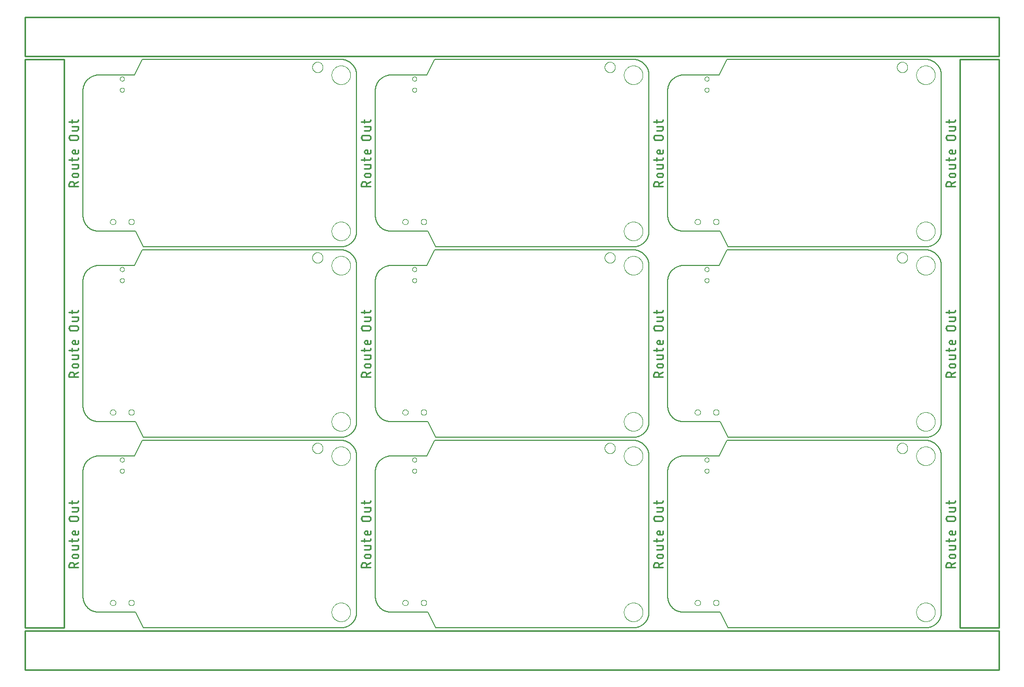
<source format=gko>
G75*
%MOIN*%
%OFA0B0*%
%FSLAX25Y25*%
%IPPOS*%
%LPD*%
%AMOC8*
5,1,8,0,0,1.08239X$1,22.5*
%
%ADD10C,0.00800*%
%ADD11C,0.00000*%
%ADD12C,0.01100*%
%ADD13C,0.01000*%
D10*
X0064412Y0048500D02*
X0064412Y0128500D01*
X0064415Y0128742D01*
X0064424Y0128983D01*
X0064438Y0129224D01*
X0064459Y0129465D01*
X0064485Y0129705D01*
X0064517Y0129945D01*
X0064555Y0130184D01*
X0064598Y0130421D01*
X0064648Y0130658D01*
X0064703Y0130893D01*
X0064763Y0131127D01*
X0064830Y0131359D01*
X0064901Y0131590D01*
X0064979Y0131819D01*
X0065062Y0132046D01*
X0065150Y0132271D01*
X0065244Y0132494D01*
X0065343Y0132714D01*
X0065448Y0132932D01*
X0065557Y0133147D01*
X0065672Y0133360D01*
X0065792Y0133570D01*
X0065917Y0133776D01*
X0066047Y0133980D01*
X0066182Y0134181D01*
X0066322Y0134378D01*
X0066466Y0134572D01*
X0066615Y0134762D01*
X0066769Y0134948D01*
X0066927Y0135131D01*
X0067089Y0135310D01*
X0067256Y0135485D01*
X0067427Y0135656D01*
X0067602Y0135823D01*
X0067781Y0135985D01*
X0067964Y0136143D01*
X0068150Y0136297D01*
X0068340Y0136446D01*
X0068534Y0136590D01*
X0068731Y0136730D01*
X0068932Y0136865D01*
X0069136Y0136995D01*
X0069342Y0137120D01*
X0069552Y0137240D01*
X0069765Y0137355D01*
X0069980Y0137464D01*
X0070198Y0137569D01*
X0070418Y0137668D01*
X0070641Y0137762D01*
X0070866Y0137850D01*
X0071093Y0137933D01*
X0071322Y0138011D01*
X0071553Y0138082D01*
X0071785Y0138149D01*
X0072019Y0138209D01*
X0072254Y0138264D01*
X0072491Y0138314D01*
X0072728Y0138357D01*
X0072967Y0138395D01*
X0073207Y0138427D01*
X0073447Y0138453D01*
X0073688Y0138474D01*
X0073929Y0138488D01*
X0074170Y0138497D01*
X0074412Y0138500D01*
X0097412Y0138500D01*
X0102412Y0148500D01*
X0229412Y0148500D01*
X0229412Y0150500D02*
X0102912Y0150500D01*
X0097912Y0160500D01*
X0074412Y0160500D01*
X0074170Y0160503D01*
X0073929Y0160512D01*
X0073688Y0160526D01*
X0073447Y0160547D01*
X0073207Y0160573D01*
X0072967Y0160605D01*
X0072728Y0160643D01*
X0072491Y0160686D01*
X0072254Y0160736D01*
X0072019Y0160791D01*
X0071785Y0160851D01*
X0071553Y0160918D01*
X0071322Y0160989D01*
X0071093Y0161067D01*
X0070866Y0161150D01*
X0070641Y0161238D01*
X0070418Y0161332D01*
X0070198Y0161431D01*
X0069980Y0161536D01*
X0069765Y0161645D01*
X0069552Y0161760D01*
X0069342Y0161880D01*
X0069136Y0162005D01*
X0068932Y0162135D01*
X0068731Y0162270D01*
X0068534Y0162410D01*
X0068340Y0162554D01*
X0068150Y0162703D01*
X0067964Y0162857D01*
X0067781Y0163015D01*
X0067602Y0163177D01*
X0067427Y0163344D01*
X0067256Y0163515D01*
X0067089Y0163690D01*
X0066927Y0163869D01*
X0066769Y0164052D01*
X0066615Y0164238D01*
X0066466Y0164428D01*
X0066322Y0164622D01*
X0066182Y0164819D01*
X0066047Y0165020D01*
X0065917Y0165224D01*
X0065792Y0165430D01*
X0065672Y0165640D01*
X0065557Y0165853D01*
X0065448Y0166068D01*
X0065343Y0166286D01*
X0065244Y0166506D01*
X0065150Y0166729D01*
X0065062Y0166954D01*
X0064979Y0167181D01*
X0064901Y0167410D01*
X0064830Y0167641D01*
X0064763Y0167873D01*
X0064703Y0168107D01*
X0064648Y0168342D01*
X0064598Y0168579D01*
X0064555Y0168816D01*
X0064517Y0169055D01*
X0064485Y0169295D01*
X0064459Y0169535D01*
X0064438Y0169776D01*
X0064424Y0170017D01*
X0064415Y0170258D01*
X0064412Y0170500D01*
X0064412Y0250500D01*
X0064415Y0250742D01*
X0064424Y0250983D01*
X0064438Y0251224D01*
X0064459Y0251465D01*
X0064485Y0251705D01*
X0064517Y0251945D01*
X0064555Y0252184D01*
X0064598Y0252421D01*
X0064648Y0252658D01*
X0064703Y0252893D01*
X0064763Y0253127D01*
X0064830Y0253359D01*
X0064901Y0253590D01*
X0064979Y0253819D01*
X0065062Y0254046D01*
X0065150Y0254271D01*
X0065244Y0254494D01*
X0065343Y0254714D01*
X0065448Y0254932D01*
X0065557Y0255147D01*
X0065672Y0255360D01*
X0065792Y0255570D01*
X0065917Y0255776D01*
X0066047Y0255980D01*
X0066182Y0256181D01*
X0066322Y0256378D01*
X0066466Y0256572D01*
X0066615Y0256762D01*
X0066769Y0256948D01*
X0066927Y0257131D01*
X0067089Y0257310D01*
X0067256Y0257485D01*
X0067427Y0257656D01*
X0067602Y0257823D01*
X0067781Y0257985D01*
X0067964Y0258143D01*
X0068150Y0258297D01*
X0068340Y0258446D01*
X0068534Y0258590D01*
X0068731Y0258730D01*
X0068932Y0258865D01*
X0069136Y0258995D01*
X0069342Y0259120D01*
X0069552Y0259240D01*
X0069765Y0259355D01*
X0069980Y0259464D01*
X0070198Y0259569D01*
X0070418Y0259668D01*
X0070641Y0259762D01*
X0070866Y0259850D01*
X0071093Y0259933D01*
X0071322Y0260011D01*
X0071553Y0260082D01*
X0071785Y0260149D01*
X0072019Y0260209D01*
X0072254Y0260264D01*
X0072491Y0260314D01*
X0072728Y0260357D01*
X0072967Y0260395D01*
X0073207Y0260427D01*
X0073447Y0260453D01*
X0073688Y0260474D01*
X0073929Y0260488D01*
X0074170Y0260497D01*
X0074412Y0260500D01*
X0097412Y0260500D01*
X0102412Y0270500D01*
X0229412Y0270500D01*
X0229412Y0272500D02*
X0102912Y0272500D01*
X0097912Y0282500D01*
X0074412Y0282500D01*
X0074170Y0282503D01*
X0073929Y0282512D01*
X0073688Y0282526D01*
X0073447Y0282547D01*
X0073207Y0282573D01*
X0072967Y0282605D01*
X0072728Y0282643D01*
X0072491Y0282686D01*
X0072254Y0282736D01*
X0072019Y0282791D01*
X0071785Y0282851D01*
X0071553Y0282918D01*
X0071322Y0282989D01*
X0071093Y0283067D01*
X0070866Y0283150D01*
X0070641Y0283238D01*
X0070418Y0283332D01*
X0070198Y0283431D01*
X0069980Y0283536D01*
X0069765Y0283645D01*
X0069552Y0283760D01*
X0069342Y0283880D01*
X0069136Y0284005D01*
X0068932Y0284135D01*
X0068731Y0284270D01*
X0068534Y0284410D01*
X0068340Y0284554D01*
X0068150Y0284703D01*
X0067964Y0284857D01*
X0067781Y0285015D01*
X0067602Y0285177D01*
X0067427Y0285344D01*
X0067256Y0285515D01*
X0067089Y0285690D01*
X0066927Y0285869D01*
X0066769Y0286052D01*
X0066615Y0286238D01*
X0066466Y0286428D01*
X0066322Y0286622D01*
X0066182Y0286819D01*
X0066047Y0287020D01*
X0065917Y0287224D01*
X0065792Y0287430D01*
X0065672Y0287640D01*
X0065557Y0287853D01*
X0065448Y0288068D01*
X0065343Y0288286D01*
X0065244Y0288506D01*
X0065150Y0288729D01*
X0065062Y0288954D01*
X0064979Y0289181D01*
X0064901Y0289410D01*
X0064830Y0289641D01*
X0064763Y0289873D01*
X0064703Y0290107D01*
X0064648Y0290342D01*
X0064598Y0290579D01*
X0064555Y0290816D01*
X0064517Y0291055D01*
X0064485Y0291295D01*
X0064459Y0291535D01*
X0064438Y0291776D01*
X0064424Y0292017D01*
X0064415Y0292258D01*
X0064412Y0292500D01*
X0064412Y0372500D01*
X0064415Y0372742D01*
X0064424Y0372983D01*
X0064438Y0373224D01*
X0064459Y0373465D01*
X0064485Y0373705D01*
X0064517Y0373945D01*
X0064555Y0374184D01*
X0064598Y0374421D01*
X0064648Y0374658D01*
X0064703Y0374893D01*
X0064763Y0375127D01*
X0064830Y0375359D01*
X0064901Y0375590D01*
X0064979Y0375819D01*
X0065062Y0376046D01*
X0065150Y0376271D01*
X0065244Y0376494D01*
X0065343Y0376714D01*
X0065448Y0376932D01*
X0065557Y0377147D01*
X0065672Y0377360D01*
X0065792Y0377570D01*
X0065917Y0377776D01*
X0066047Y0377980D01*
X0066182Y0378181D01*
X0066322Y0378378D01*
X0066466Y0378572D01*
X0066615Y0378762D01*
X0066769Y0378948D01*
X0066927Y0379131D01*
X0067089Y0379310D01*
X0067256Y0379485D01*
X0067427Y0379656D01*
X0067602Y0379823D01*
X0067781Y0379985D01*
X0067964Y0380143D01*
X0068150Y0380297D01*
X0068340Y0380446D01*
X0068534Y0380590D01*
X0068731Y0380730D01*
X0068932Y0380865D01*
X0069136Y0380995D01*
X0069342Y0381120D01*
X0069552Y0381240D01*
X0069765Y0381355D01*
X0069980Y0381464D01*
X0070198Y0381569D01*
X0070418Y0381668D01*
X0070641Y0381762D01*
X0070866Y0381850D01*
X0071093Y0381933D01*
X0071322Y0382011D01*
X0071553Y0382082D01*
X0071785Y0382149D01*
X0072019Y0382209D01*
X0072254Y0382264D01*
X0072491Y0382314D01*
X0072728Y0382357D01*
X0072967Y0382395D01*
X0073207Y0382427D01*
X0073447Y0382453D01*
X0073688Y0382474D01*
X0073929Y0382488D01*
X0074170Y0382497D01*
X0074412Y0382500D01*
X0097412Y0382500D01*
X0102412Y0392500D01*
X0229412Y0392500D01*
X0229654Y0392497D01*
X0229895Y0392488D01*
X0230136Y0392474D01*
X0230377Y0392453D01*
X0230617Y0392427D01*
X0230857Y0392395D01*
X0231096Y0392357D01*
X0231333Y0392314D01*
X0231570Y0392264D01*
X0231805Y0392209D01*
X0232039Y0392149D01*
X0232271Y0392082D01*
X0232502Y0392011D01*
X0232731Y0391933D01*
X0232958Y0391850D01*
X0233183Y0391762D01*
X0233406Y0391668D01*
X0233626Y0391569D01*
X0233844Y0391464D01*
X0234059Y0391355D01*
X0234272Y0391240D01*
X0234482Y0391120D01*
X0234688Y0390995D01*
X0234892Y0390865D01*
X0235093Y0390730D01*
X0235290Y0390590D01*
X0235484Y0390446D01*
X0235674Y0390297D01*
X0235860Y0390143D01*
X0236043Y0389985D01*
X0236222Y0389823D01*
X0236397Y0389656D01*
X0236568Y0389485D01*
X0236735Y0389310D01*
X0236897Y0389131D01*
X0237055Y0388948D01*
X0237209Y0388762D01*
X0237358Y0388572D01*
X0237502Y0388378D01*
X0237642Y0388181D01*
X0237777Y0387980D01*
X0237907Y0387776D01*
X0238032Y0387570D01*
X0238152Y0387360D01*
X0238267Y0387147D01*
X0238376Y0386932D01*
X0238481Y0386714D01*
X0238580Y0386494D01*
X0238674Y0386271D01*
X0238762Y0386046D01*
X0238845Y0385819D01*
X0238923Y0385590D01*
X0238994Y0385359D01*
X0239061Y0385127D01*
X0239121Y0384893D01*
X0239176Y0384658D01*
X0239226Y0384421D01*
X0239269Y0384184D01*
X0239307Y0383945D01*
X0239339Y0383705D01*
X0239365Y0383465D01*
X0239386Y0383224D01*
X0239400Y0382983D01*
X0239409Y0382742D01*
X0239412Y0382500D01*
X0239412Y0282500D01*
X0239409Y0282258D01*
X0239400Y0282017D01*
X0239386Y0281776D01*
X0239365Y0281535D01*
X0239339Y0281295D01*
X0239307Y0281055D01*
X0239269Y0280816D01*
X0239226Y0280579D01*
X0239176Y0280342D01*
X0239121Y0280107D01*
X0239061Y0279873D01*
X0238994Y0279641D01*
X0238923Y0279410D01*
X0238845Y0279181D01*
X0238762Y0278954D01*
X0238674Y0278729D01*
X0238580Y0278506D01*
X0238481Y0278286D01*
X0238376Y0278068D01*
X0238267Y0277853D01*
X0238152Y0277640D01*
X0238032Y0277430D01*
X0237907Y0277224D01*
X0237777Y0277020D01*
X0237642Y0276819D01*
X0237502Y0276622D01*
X0237358Y0276428D01*
X0237209Y0276238D01*
X0237055Y0276052D01*
X0236897Y0275869D01*
X0236735Y0275690D01*
X0236568Y0275515D01*
X0236397Y0275344D01*
X0236222Y0275177D01*
X0236043Y0275015D01*
X0235860Y0274857D01*
X0235674Y0274703D01*
X0235484Y0274554D01*
X0235290Y0274410D01*
X0235093Y0274270D01*
X0234892Y0274135D01*
X0234688Y0274005D01*
X0234482Y0273880D01*
X0234272Y0273760D01*
X0234059Y0273645D01*
X0233844Y0273536D01*
X0233626Y0273431D01*
X0233406Y0273332D01*
X0233183Y0273238D01*
X0232958Y0273150D01*
X0232731Y0273067D01*
X0232502Y0272989D01*
X0232271Y0272918D01*
X0232039Y0272851D01*
X0231805Y0272791D01*
X0231570Y0272736D01*
X0231333Y0272686D01*
X0231096Y0272643D01*
X0230857Y0272605D01*
X0230617Y0272573D01*
X0230377Y0272547D01*
X0230136Y0272526D01*
X0229895Y0272512D01*
X0229654Y0272503D01*
X0229412Y0272500D01*
X0229412Y0270500D02*
X0229654Y0270497D01*
X0229895Y0270488D01*
X0230136Y0270474D01*
X0230377Y0270453D01*
X0230617Y0270427D01*
X0230857Y0270395D01*
X0231096Y0270357D01*
X0231333Y0270314D01*
X0231570Y0270264D01*
X0231805Y0270209D01*
X0232039Y0270149D01*
X0232271Y0270082D01*
X0232502Y0270011D01*
X0232731Y0269933D01*
X0232958Y0269850D01*
X0233183Y0269762D01*
X0233406Y0269668D01*
X0233626Y0269569D01*
X0233844Y0269464D01*
X0234059Y0269355D01*
X0234272Y0269240D01*
X0234482Y0269120D01*
X0234688Y0268995D01*
X0234892Y0268865D01*
X0235093Y0268730D01*
X0235290Y0268590D01*
X0235484Y0268446D01*
X0235674Y0268297D01*
X0235860Y0268143D01*
X0236043Y0267985D01*
X0236222Y0267823D01*
X0236397Y0267656D01*
X0236568Y0267485D01*
X0236735Y0267310D01*
X0236897Y0267131D01*
X0237055Y0266948D01*
X0237209Y0266762D01*
X0237358Y0266572D01*
X0237502Y0266378D01*
X0237642Y0266181D01*
X0237777Y0265980D01*
X0237907Y0265776D01*
X0238032Y0265570D01*
X0238152Y0265360D01*
X0238267Y0265147D01*
X0238376Y0264932D01*
X0238481Y0264714D01*
X0238580Y0264494D01*
X0238674Y0264271D01*
X0238762Y0264046D01*
X0238845Y0263819D01*
X0238923Y0263590D01*
X0238994Y0263359D01*
X0239061Y0263127D01*
X0239121Y0262893D01*
X0239176Y0262658D01*
X0239226Y0262421D01*
X0239269Y0262184D01*
X0239307Y0261945D01*
X0239339Y0261705D01*
X0239365Y0261465D01*
X0239386Y0261224D01*
X0239400Y0260983D01*
X0239409Y0260742D01*
X0239412Y0260500D01*
X0239412Y0160500D01*
X0239409Y0160258D01*
X0239400Y0160017D01*
X0239386Y0159776D01*
X0239365Y0159535D01*
X0239339Y0159295D01*
X0239307Y0159055D01*
X0239269Y0158816D01*
X0239226Y0158579D01*
X0239176Y0158342D01*
X0239121Y0158107D01*
X0239061Y0157873D01*
X0238994Y0157641D01*
X0238923Y0157410D01*
X0238845Y0157181D01*
X0238762Y0156954D01*
X0238674Y0156729D01*
X0238580Y0156506D01*
X0238481Y0156286D01*
X0238376Y0156068D01*
X0238267Y0155853D01*
X0238152Y0155640D01*
X0238032Y0155430D01*
X0237907Y0155224D01*
X0237777Y0155020D01*
X0237642Y0154819D01*
X0237502Y0154622D01*
X0237358Y0154428D01*
X0237209Y0154238D01*
X0237055Y0154052D01*
X0236897Y0153869D01*
X0236735Y0153690D01*
X0236568Y0153515D01*
X0236397Y0153344D01*
X0236222Y0153177D01*
X0236043Y0153015D01*
X0235860Y0152857D01*
X0235674Y0152703D01*
X0235484Y0152554D01*
X0235290Y0152410D01*
X0235093Y0152270D01*
X0234892Y0152135D01*
X0234688Y0152005D01*
X0234482Y0151880D01*
X0234272Y0151760D01*
X0234059Y0151645D01*
X0233844Y0151536D01*
X0233626Y0151431D01*
X0233406Y0151332D01*
X0233183Y0151238D01*
X0232958Y0151150D01*
X0232731Y0151067D01*
X0232502Y0150989D01*
X0232271Y0150918D01*
X0232039Y0150851D01*
X0231805Y0150791D01*
X0231570Y0150736D01*
X0231333Y0150686D01*
X0231096Y0150643D01*
X0230857Y0150605D01*
X0230617Y0150573D01*
X0230377Y0150547D01*
X0230136Y0150526D01*
X0229895Y0150512D01*
X0229654Y0150503D01*
X0229412Y0150500D01*
X0229412Y0148500D02*
X0229654Y0148497D01*
X0229895Y0148488D01*
X0230136Y0148474D01*
X0230377Y0148453D01*
X0230617Y0148427D01*
X0230857Y0148395D01*
X0231096Y0148357D01*
X0231333Y0148314D01*
X0231570Y0148264D01*
X0231805Y0148209D01*
X0232039Y0148149D01*
X0232271Y0148082D01*
X0232502Y0148011D01*
X0232731Y0147933D01*
X0232958Y0147850D01*
X0233183Y0147762D01*
X0233406Y0147668D01*
X0233626Y0147569D01*
X0233844Y0147464D01*
X0234059Y0147355D01*
X0234272Y0147240D01*
X0234482Y0147120D01*
X0234688Y0146995D01*
X0234892Y0146865D01*
X0235093Y0146730D01*
X0235290Y0146590D01*
X0235484Y0146446D01*
X0235674Y0146297D01*
X0235860Y0146143D01*
X0236043Y0145985D01*
X0236222Y0145823D01*
X0236397Y0145656D01*
X0236568Y0145485D01*
X0236735Y0145310D01*
X0236897Y0145131D01*
X0237055Y0144948D01*
X0237209Y0144762D01*
X0237358Y0144572D01*
X0237502Y0144378D01*
X0237642Y0144181D01*
X0237777Y0143980D01*
X0237907Y0143776D01*
X0238032Y0143570D01*
X0238152Y0143360D01*
X0238267Y0143147D01*
X0238376Y0142932D01*
X0238481Y0142714D01*
X0238580Y0142494D01*
X0238674Y0142271D01*
X0238762Y0142046D01*
X0238845Y0141819D01*
X0238923Y0141590D01*
X0238994Y0141359D01*
X0239061Y0141127D01*
X0239121Y0140893D01*
X0239176Y0140658D01*
X0239226Y0140421D01*
X0239269Y0140184D01*
X0239307Y0139945D01*
X0239339Y0139705D01*
X0239365Y0139465D01*
X0239386Y0139224D01*
X0239400Y0138983D01*
X0239409Y0138742D01*
X0239412Y0138500D01*
X0239412Y0038500D01*
X0239409Y0038258D01*
X0239400Y0038017D01*
X0239386Y0037776D01*
X0239365Y0037535D01*
X0239339Y0037295D01*
X0239307Y0037055D01*
X0239269Y0036816D01*
X0239226Y0036579D01*
X0239176Y0036342D01*
X0239121Y0036107D01*
X0239061Y0035873D01*
X0238994Y0035641D01*
X0238923Y0035410D01*
X0238845Y0035181D01*
X0238762Y0034954D01*
X0238674Y0034729D01*
X0238580Y0034506D01*
X0238481Y0034286D01*
X0238376Y0034068D01*
X0238267Y0033853D01*
X0238152Y0033640D01*
X0238032Y0033430D01*
X0237907Y0033224D01*
X0237777Y0033020D01*
X0237642Y0032819D01*
X0237502Y0032622D01*
X0237358Y0032428D01*
X0237209Y0032238D01*
X0237055Y0032052D01*
X0236897Y0031869D01*
X0236735Y0031690D01*
X0236568Y0031515D01*
X0236397Y0031344D01*
X0236222Y0031177D01*
X0236043Y0031015D01*
X0235860Y0030857D01*
X0235674Y0030703D01*
X0235484Y0030554D01*
X0235290Y0030410D01*
X0235093Y0030270D01*
X0234892Y0030135D01*
X0234688Y0030005D01*
X0234482Y0029880D01*
X0234272Y0029760D01*
X0234059Y0029645D01*
X0233844Y0029536D01*
X0233626Y0029431D01*
X0233406Y0029332D01*
X0233183Y0029238D01*
X0232958Y0029150D01*
X0232731Y0029067D01*
X0232502Y0028989D01*
X0232271Y0028918D01*
X0232039Y0028851D01*
X0231805Y0028791D01*
X0231570Y0028736D01*
X0231333Y0028686D01*
X0231096Y0028643D01*
X0230857Y0028605D01*
X0230617Y0028573D01*
X0230377Y0028547D01*
X0230136Y0028526D01*
X0229895Y0028512D01*
X0229654Y0028503D01*
X0229412Y0028500D01*
X0102912Y0028500D01*
X0097912Y0038500D01*
X0074412Y0038500D01*
X0074170Y0038503D01*
X0073929Y0038512D01*
X0073688Y0038526D01*
X0073447Y0038547D01*
X0073207Y0038573D01*
X0072967Y0038605D01*
X0072728Y0038643D01*
X0072491Y0038686D01*
X0072254Y0038736D01*
X0072019Y0038791D01*
X0071785Y0038851D01*
X0071553Y0038918D01*
X0071322Y0038989D01*
X0071093Y0039067D01*
X0070866Y0039150D01*
X0070641Y0039238D01*
X0070418Y0039332D01*
X0070198Y0039431D01*
X0069980Y0039536D01*
X0069765Y0039645D01*
X0069552Y0039760D01*
X0069342Y0039880D01*
X0069136Y0040005D01*
X0068932Y0040135D01*
X0068731Y0040270D01*
X0068534Y0040410D01*
X0068340Y0040554D01*
X0068150Y0040703D01*
X0067964Y0040857D01*
X0067781Y0041015D01*
X0067602Y0041177D01*
X0067427Y0041344D01*
X0067256Y0041515D01*
X0067089Y0041690D01*
X0066927Y0041869D01*
X0066769Y0042052D01*
X0066615Y0042238D01*
X0066466Y0042428D01*
X0066322Y0042622D01*
X0066182Y0042819D01*
X0066047Y0043020D01*
X0065917Y0043224D01*
X0065792Y0043430D01*
X0065672Y0043640D01*
X0065557Y0043853D01*
X0065448Y0044068D01*
X0065343Y0044286D01*
X0065244Y0044506D01*
X0065150Y0044729D01*
X0065062Y0044954D01*
X0064979Y0045181D01*
X0064901Y0045410D01*
X0064830Y0045641D01*
X0064763Y0045873D01*
X0064703Y0046107D01*
X0064648Y0046342D01*
X0064598Y0046579D01*
X0064555Y0046816D01*
X0064517Y0047055D01*
X0064485Y0047295D01*
X0064459Y0047535D01*
X0064438Y0047776D01*
X0064424Y0048017D01*
X0064415Y0048258D01*
X0064412Y0048500D01*
X0251412Y0048500D02*
X0251412Y0128500D01*
X0251415Y0128742D01*
X0251424Y0128983D01*
X0251438Y0129224D01*
X0251459Y0129465D01*
X0251485Y0129705D01*
X0251517Y0129945D01*
X0251555Y0130184D01*
X0251598Y0130421D01*
X0251648Y0130658D01*
X0251703Y0130893D01*
X0251763Y0131127D01*
X0251830Y0131359D01*
X0251901Y0131590D01*
X0251979Y0131819D01*
X0252062Y0132046D01*
X0252150Y0132271D01*
X0252244Y0132494D01*
X0252343Y0132714D01*
X0252448Y0132932D01*
X0252557Y0133147D01*
X0252672Y0133360D01*
X0252792Y0133570D01*
X0252917Y0133776D01*
X0253047Y0133980D01*
X0253182Y0134181D01*
X0253322Y0134378D01*
X0253466Y0134572D01*
X0253615Y0134762D01*
X0253769Y0134948D01*
X0253927Y0135131D01*
X0254089Y0135310D01*
X0254256Y0135485D01*
X0254427Y0135656D01*
X0254602Y0135823D01*
X0254781Y0135985D01*
X0254964Y0136143D01*
X0255150Y0136297D01*
X0255340Y0136446D01*
X0255534Y0136590D01*
X0255731Y0136730D01*
X0255932Y0136865D01*
X0256136Y0136995D01*
X0256342Y0137120D01*
X0256552Y0137240D01*
X0256765Y0137355D01*
X0256980Y0137464D01*
X0257198Y0137569D01*
X0257418Y0137668D01*
X0257641Y0137762D01*
X0257866Y0137850D01*
X0258093Y0137933D01*
X0258322Y0138011D01*
X0258553Y0138082D01*
X0258785Y0138149D01*
X0259019Y0138209D01*
X0259254Y0138264D01*
X0259491Y0138314D01*
X0259728Y0138357D01*
X0259967Y0138395D01*
X0260207Y0138427D01*
X0260447Y0138453D01*
X0260688Y0138474D01*
X0260929Y0138488D01*
X0261170Y0138497D01*
X0261412Y0138500D01*
X0284412Y0138500D01*
X0289412Y0148500D01*
X0416412Y0148500D01*
X0416412Y0150500D02*
X0289912Y0150500D01*
X0284912Y0160500D01*
X0261412Y0160500D01*
X0261170Y0160503D01*
X0260929Y0160512D01*
X0260688Y0160526D01*
X0260447Y0160547D01*
X0260207Y0160573D01*
X0259967Y0160605D01*
X0259728Y0160643D01*
X0259491Y0160686D01*
X0259254Y0160736D01*
X0259019Y0160791D01*
X0258785Y0160851D01*
X0258553Y0160918D01*
X0258322Y0160989D01*
X0258093Y0161067D01*
X0257866Y0161150D01*
X0257641Y0161238D01*
X0257418Y0161332D01*
X0257198Y0161431D01*
X0256980Y0161536D01*
X0256765Y0161645D01*
X0256552Y0161760D01*
X0256342Y0161880D01*
X0256136Y0162005D01*
X0255932Y0162135D01*
X0255731Y0162270D01*
X0255534Y0162410D01*
X0255340Y0162554D01*
X0255150Y0162703D01*
X0254964Y0162857D01*
X0254781Y0163015D01*
X0254602Y0163177D01*
X0254427Y0163344D01*
X0254256Y0163515D01*
X0254089Y0163690D01*
X0253927Y0163869D01*
X0253769Y0164052D01*
X0253615Y0164238D01*
X0253466Y0164428D01*
X0253322Y0164622D01*
X0253182Y0164819D01*
X0253047Y0165020D01*
X0252917Y0165224D01*
X0252792Y0165430D01*
X0252672Y0165640D01*
X0252557Y0165853D01*
X0252448Y0166068D01*
X0252343Y0166286D01*
X0252244Y0166506D01*
X0252150Y0166729D01*
X0252062Y0166954D01*
X0251979Y0167181D01*
X0251901Y0167410D01*
X0251830Y0167641D01*
X0251763Y0167873D01*
X0251703Y0168107D01*
X0251648Y0168342D01*
X0251598Y0168579D01*
X0251555Y0168816D01*
X0251517Y0169055D01*
X0251485Y0169295D01*
X0251459Y0169535D01*
X0251438Y0169776D01*
X0251424Y0170017D01*
X0251415Y0170258D01*
X0251412Y0170500D01*
X0251412Y0250500D01*
X0251415Y0250742D01*
X0251424Y0250983D01*
X0251438Y0251224D01*
X0251459Y0251465D01*
X0251485Y0251705D01*
X0251517Y0251945D01*
X0251555Y0252184D01*
X0251598Y0252421D01*
X0251648Y0252658D01*
X0251703Y0252893D01*
X0251763Y0253127D01*
X0251830Y0253359D01*
X0251901Y0253590D01*
X0251979Y0253819D01*
X0252062Y0254046D01*
X0252150Y0254271D01*
X0252244Y0254494D01*
X0252343Y0254714D01*
X0252448Y0254932D01*
X0252557Y0255147D01*
X0252672Y0255360D01*
X0252792Y0255570D01*
X0252917Y0255776D01*
X0253047Y0255980D01*
X0253182Y0256181D01*
X0253322Y0256378D01*
X0253466Y0256572D01*
X0253615Y0256762D01*
X0253769Y0256948D01*
X0253927Y0257131D01*
X0254089Y0257310D01*
X0254256Y0257485D01*
X0254427Y0257656D01*
X0254602Y0257823D01*
X0254781Y0257985D01*
X0254964Y0258143D01*
X0255150Y0258297D01*
X0255340Y0258446D01*
X0255534Y0258590D01*
X0255731Y0258730D01*
X0255932Y0258865D01*
X0256136Y0258995D01*
X0256342Y0259120D01*
X0256552Y0259240D01*
X0256765Y0259355D01*
X0256980Y0259464D01*
X0257198Y0259569D01*
X0257418Y0259668D01*
X0257641Y0259762D01*
X0257866Y0259850D01*
X0258093Y0259933D01*
X0258322Y0260011D01*
X0258553Y0260082D01*
X0258785Y0260149D01*
X0259019Y0260209D01*
X0259254Y0260264D01*
X0259491Y0260314D01*
X0259728Y0260357D01*
X0259967Y0260395D01*
X0260207Y0260427D01*
X0260447Y0260453D01*
X0260688Y0260474D01*
X0260929Y0260488D01*
X0261170Y0260497D01*
X0261412Y0260500D01*
X0284412Y0260500D01*
X0289412Y0270500D01*
X0416412Y0270500D01*
X0416412Y0272500D02*
X0289912Y0272500D01*
X0284912Y0282500D01*
X0261412Y0282500D01*
X0261170Y0282503D01*
X0260929Y0282512D01*
X0260688Y0282526D01*
X0260447Y0282547D01*
X0260207Y0282573D01*
X0259967Y0282605D01*
X0259728Y0282643D01*
X0259491Y0282686D01*
X0259254Y0282736D01*
X0259019Y0282791D01*
X0258785Y0282851D01*
X0258553Y0282918D01*
X0258322Y0282989D01*
X0258093Y0283067D01*
X0257866Y0283150D01*
X0257641Y0283238D01*
X0257418Y0283332D01*
X0257198Y0283431D01*
X0256980Y0283536D01*
X0256765Y0283645D01*
X0256552Y0283760D01*
X0256342Y0283880D01*
X0256136Y0284005D01*
X0255932Y0284135D01*
X0255731Y0284270D01*
X0255534Y0284410D01*
X0255340Y0284554D01*
X0255150Y0284703D01*
X0254964Y0284857D01*
X0254781Y0285015D01*
X0254602Y0285177D01*
X0254427Y0285344D01*
X0254256Y0285515D01*
X0254089Y0285690D01*
X0253927Y0285869D01*
X0253769Y0286052D01*
X0253615Y0286238D01*
X0253466Y0286428D01*
X0253322Y0286622D01*
X0253182Y0286819D01*
X0253047Y0287020D01*
X0252917Y0287224D01*
X0252792Y0287430D01*
X0252672Y0287640D01*
X0252557Y0287853D01*
X0252448Y0288068D01*
X0252343Y0288286D01*
X0252244Y0288506D01*
X0252150Y0288729D01*
X0252062Y0288954D01*
X0251979Y0289181D01*
X0251901Y0289410D01*
X0251830Y0289641D01*
X0251763Y0289873D01*
X0251703Y0290107D01*
X0251648Y0290342D01*
X0251598Y0290579D01*
X0251555Y0290816D01*
X0251517Y0291055D01*
X0251485Y0291295D01*
X0251459Y0291535D01*
X0251438Y0291776D01*
X0251424Y0292017D01*
X0251415Y0292258D01*
X0251412Y0292500D01*
X0251412Y0372500D01*
X0251415Y0372742D01*
X0251424Y0372983D01*
X0251438Y0373224D01*
X0251459Y0373465D01*
X0251485Y0373705D01*
X0251517Y0373945D01*
X0251555Y0374184D01*
X0251598Y0374421D01*
X0251648Y0374658D01*
X0251703Y0374893D01*
X0251763Y0375127D01*
X0251830Y0375359D01*
X0251901Y0375590D01*
X0251979Y0375819D01*
X0252062Y0376046D01*
X0252150Y0376271D01*
X0252244Y0376494D01*
X0252343Y0376714D01*
X0252448Y0376932D01*
X0252557Y0377147D01*
X0252672Y0377360D01*
X0252792Y0377570D01*
X0252917Y0377776D01*
X0253047Y0377980D01*
X0253182Y0378181D01*
X0253322Y0378378D01*
X0253466Y0378572D01*
X0253615Y0378762D01*
X0253769Y0378948D01*
X0253927Y0379131D01*
X0254089Y0379310D01*
X0254256Y0379485D01*
X0254427Y0379656D01*
X0254602Y0379823D01*
X0254781Y0379985D01*
X0254964Y0380143D01*
X0255150Y0380297D01*
X0255340Y0380446D01*
X0255534Y0380590D01*
X0255731Y0380730D01*
X0255932Y0380865D01*
X0256136Y0380995D01*
X0256342Y0381120D01*
X0256552Y0381240D01*
X0256765Y0381355D01*
X0256980Y0381464D01*
X0257198Y0381569D01*
X0257418Y0381668D01*
X0257641Y0381762D01*
X0257866Y0381850D01*
X0258093Y0381933D01*
X0258322Y0382011D01*
X0258553Y0382082D01*
X0258785Y0382149D01*
X0259019Y0382209D01*
X0259254Y0382264D01*
X0259491Y0382314D01*
X0259728Y0382357D01*
X0259967Y0382395D01*
X0260207Y0382427D01*
X0260447Y0382453D01*
X0260688Y0382474D01*
X0260929Y0382488D01*
X0261170Y0382497D01*
X0261412Y0382500D01*
X0284412Y0382500D01*
X0289412Y0392500D01*
X0416412Y0392500D01*
X0416654Y0392497D01*
X0416895Y0392488D01*
X0417136Y0392474D01*
X0417377Y0392453D01*
X0417617Y0392427D01*
X0417857Y0392395D01*
X0418096Y0392357D01*
X0418333Y0392314D01*
X0418570Y0392264D01*
X0418805Y0392209D01*
X0419039Y0392149D01*
X0419271Y0392082D01*
X0419502Y0392011D01*
X0419731Y0391933D01*
X0419958Y0391850D01*
X0420183Y0391762D01*
X0420406Y0391668D01*
X0420626Y0391569D01*
X0420844Y0391464D01*
X0421059Y0391355D01*
X0421272Y0391240D01*
X0421482Y0391120D01*
X0421688Y0390995D01*
X0421892Y0390865D01*
X0422093Y0390730D01*
X0422290Y0390590D01*
X0422484Y0390446D01*
X0422674Y0390297D01*
X0422860Y0390143D01*
X0423043Y0389985D01*
X0423222Y0389823D01*
X0423397Y0389656D01*
X0423568Y0389485D01*
X0423735Y0389310D01*
X0423897Y0389131D01*
X0424055Y0388948D01*
X0424209Y0388762D01*
X0424358Y0388572D01*
X0424502Y0388378D01*
X0424642Y0388181D01*
X0424777Y0387980D01*
X0424907Y0387776D01*
X0425032Y0387570D01*
X0425152Y0387360D01*
X0425267Y0387147D01*
X0425376Y0386932D01*
X0425481Y0386714D01*
X0425580Y0386494D01*
X0425674Y0386271D01*
X0425762Y0386046D01*
X0425845Y0385819D01*
X0425923Y0385590D01*
X0425994Y0385359D01*
X0426061Y0385127D01*
X0426121Y0384893D01*
X0426176Y0384658D01*
X0426226Y0384421D01*
X0426269Y0384184D01*
X0426307Y0383945D01*
X0426339Y0383705D01*
X0426365Y0383465D01*
X0426386Y0383224D01*
X0426400Y0382983D01*
X0426409Y0382742D01*
X0426412Y0382500D01*
X0426412Y0282500D01*
X0426409Y0282258D01*
X0426400Y0282017D01*
X0426386Y0281776D01*
X0426365Y0281535D01*
X0426339Y0281295D01*
X0426307Y0281055D01*
X0426269Y0280816D01*
X0426226Y0280579D01*
X0426176Y0280342D01*
X0426121Y0280107D01*
X0426061Y0279873D01*
X0425994Y0279641D01*
X0425923Y0279410D01*
X0425845Y0279181D01*
X0425762Y0278954D01*
X0425674Y0278729D01*
X0425580Y0278506D01*
X0425481Y0278286D01*
X0425376Y0278068D01*
X0425267Y0277853D01*
X0425152Y0277640D01*
X0425032Y0277430D01*
X0424907Y0277224D01*
X0424777Y0277020D01*
X0424642Y0276819D01*
X0424502Y0276622D01*
X0424358Y0276428D01*
X0424209Y0276238D01*
X0424055Y0276052D01*
X0423897Y0275869D01*
X0423735Y0275690D01*
X0423568Y0275515D01*
X0423397Y0275344D01*
X0423222Y0275177D01*
X0423043Y0275015D01*
X0422860Y0274857D01*
X0422674Y0274703D01*
X0422484Y0274554D01*
X0422290Y0274410D01*
X0422093Y0274270D01*
X0421892Y0274135D01*
X0421688Y0274005D01*
X0421482Y0273880D01*
X0421272Y0273760D01*
X0421059Y0273645D01*
X0420844Y0273536D01*
X0420626Y0273431D01*
X0420406Y0273332D01*
X0420183Y0273238D01*
X0419958Y0273150D01*
X0419731Y0273067D01*
X0419502Y0272989D01*
X0419271Y0272918D01*
X0419039Y0272851D01*
X0418805Y0272791D01*
X0418570Y0272736D01*
X0418333Y0272686D01*
X0418096Y0272643D01*
X0417857Y0272605D01*
X0417617Y0272573D01*
X0417377Y0272547D01*
X0417136Y0272526D01*
X0416895Y0272512D01*
X0416654Y0272503D01*
X0416412Y0272500D01*
X0416412Y0270500D02*
X0416654Y0270497D01*
X0416895Y0270488D01*
X0417136Y0270474D01*
X0417377Y0270453D01*
X0417617Y0270427D01*
X0417857Y0270395D01*
X0418096Y0270357D01*
X0418333Y0270314D01*
X0418570Y0270264D01*
X0418805Y0270209D01*
X0419039Y0270149D01*
X0419271Y0270082D01*
X0419502Y0270011D01*
X0419731Y0269933D01*
X0419958Y0269850D01*
X0420183Y0269762D01*
X0420406Y0269668D01*
X0420626Y0269569D01*
X0420844Y0269464D01*
X0421059Y0269355D01*
X0421272Y0269240D01*
X0421482Y0269120D01*
X0421688Y0268995D01*
X0421892Y0268865D01*
X0422093Y0268730D01*
X0422290Y0268590D01*
X0422484Y0268446D01*
X0422674Y0268297D01*
X0422860Y0268143D01*
X0423043Y0267985D01*
X0423222Y0267823D01*
X0423397Y0267656D01*
X0423568Y0267485D01*
X0423735Y0267310D01*
X0423897Y0267131D01*
X0424055Y0266948D01*
X0424209Y0266762D01*
X0424358Y0266572D01*
X0424502Y0266378D01*
X0424642Y0266181D01*
X0424777Y0265980D01*
X0424907Y0265776D01*
X0425032Y0265570D01*
X0425152Y0265360D01*
X0425267Y0265147D01*
X0425376Y0264932D01*
X0425481Y0264714D01*
X0425580Y0264494D01*
X0425674Y0264271D01*
X0425762Y0264046D01*
X0425845Y0263819D01*
X0425923Y0263590D01*
X0425994Y0263359D01*
X0426061Y0263127D01*
X0426121Y0262893D01*
X0426176Y0262658D01*
X0426226Y0262421D01*
X0426269Y0262184D01*
X0426307Y0261945D01*
X0426339Y0261705D01*
X0426365Y0261465D01*
X0426386Y0261224D01*
X0426400Y0260983D01*
X0426409Y0260742D01*
X0426412Y0260500D01*
X0426412Y0160500D01*
X0426409Y0160258D01*
X0426400Y0160017D01*
X0426386Y0159776D01*
X0426365Y0159535D01*
X0426339Y0159295D01*
X0426307Y0159055D01*
X0426269Y0158816D01*
X0426226Y0158579D01*
X0426176Y0158342D01*
X0426121Y0158107D01*
X0426061Y0157873D01*
X0425994Y0157641D01*
X0425923Y0157410D01*
X0425845Y0157181D01*
X0425762Y0156954D01*
X0425674Y0156729D01*
X0425580Y0156506D01*
X0425481Y0156286D01*
X0425376Y0156068D01*
X0425267Y0155853D01*
X0425152Y0155640D01*
X0425032Y0155430D01*
X0424907Y0155224D01*
X0424777Y0155020D01*
X0424642Y0154819D01*
X0424502Y0154622D01*
X0424358Y0154428D01*
X0424209Y0154238D01*
X0424055Y0154052D01*
X0423897Y0153869D01*
X0423735Y0153690D01*
X0423568Y0153515D01*
X0423397Y0153344D01*
X0423222Y0153177D01*
X0423043Y0153015D01*
X0422860Y0152857D01*
X0422674Y0152703D01*
X0422484Y0152554D01*
X0422290Y0152410D01*
X0422093Y0152270D01*
X0421892Y0152135D01*
X0421688Y0152005D01*
X0421482Y0151880D01*
X0421272Y0151760D01*
X0421059Y0151645D01*
X0420844Y0151536D01*
X0420626Y0151431D01*
X0420406Y0151332D01*
X0420183Y0151238D01*
X0419958Y0151150D01*
X0419731Y0151067D01*
X0419502Y0150989D01*
X0419271Y0150918D01*
X0419039Y0150851D01*
X0418805Y0150791D01*
X0418570Y0150736D01*
X0418333Y0150686D01*
X0418096Y0150643D01*
X0417857Y0150605D01*
X0417617Y0150573D01*
X0417377Y0150547D01*
X0417136Y0150526D01*
X0416895Y0150512D01*
X0416654Y0150503D01*
X0416412Y0150500D01*
X0416412Y0148500D02*
X0416654Y0148497D01*
X0416895Y0148488D01*
X0417136Y0148474D01*
X0417377Y0148453D01*
X0417617Y0148427D01*
X0417857Y0148395D01*
X0418096Y0148357D01*
X0418333Y0148314D01*
X0418570Y0148264D01*
X0418805Y0148209D01*
X0419039Y0148149D01*
X0419271Y0148082D01*
X0419502Y0148011D01*
X0419731Y0147933D01*
X0419958Y0147850D01*
X0420183Y0147762D01*
X0420406Y0147668D01*
X0420626Y0147569D01*
X0420844Y0147464D01*
X0421059Y0147355D01*
X0421272Y0147240D01*
X0421482Y0147120D01*
X0421688Y0146995D01*
X0421892Y0146865D01*
X0422093Y0146730D01*
X0422290Y0146590D01*
X0422484Y0146446D01*
X0422674Y0146297D01*
X0422860Y0146143D01*
X0423043Y0145985D01*
X0423222Y0145823D01*
X0423397Y0145656D01*
X0423568Y0145485D01*
X0423735Y0145310D01*
X0423897Y0145131D01*
X0424055Y0144948D01*
X0424209Y0144762D01*
X0424358Y0144572D01*
X0424502Y0144378D01*
X0424642Y0144181D01*
X0424777Y0143980D01*
X0424907Y0143776D01*
X0425032Y0143570D01*
X0425152Y0143360D01*
X0425267Y0143147D01*
X0425376Y0142932D01*
X0425481Y0142714D01*
X0425580Y0142494D01*
X0425674Y0142271D01*
X0425762Y0142046D01*
X0425845Y0141819D01*
X0425923Y0141590D01*
X0425994Y0141359D01*
X0426061Y0141127D01*
X0426121Y0140893D01*
X0426176Y0140658D01*
X0426226Y0140421D01*
X0426269Y0140184D01*
X0426307Y0139945D01*
X0426339Y0139705D01*
X0426365Y0139465D01*
X0426386Y0139224D01*
X0426400Y0138983D01*
X0426409Y0138742D01*
X0426412Y0138500D01*
X0426412Y0038500D01*
X0426409Y0038258D01*
X0426400Y0038017D01*
X0426386Y0037776D01*
X0426365Y0037535D01*
X0426339Y0037295D01*
X0426307Y0037055D01*
X0426269Y0036816D01*
X0426226Y0036579D01*
X0426176Y0036342D01*
X0426121Y0036107D01*
X0426061Y0035873D01*
X0425994Y0035641D01*
X0425923Y0035410D01*
X0425845Y0035181D01*
X0425762Y0034954D01*
X0425674Y0034729D01*
X0425580Y0034506D01*
X0425481Y0034286D01*
X0425376Y0034068D01*
X0425267Y0033853D01*
X0425152Y0033640D01*
X0425032Y0033430D01*
X0424907Y0033224D01*
X0424777Y0033020D01*
X0424642Y0032819D01*
X0424502Y0032622D01*
X0424358Y0032428D01*
X0424209Y0032238D01*
X0424055Y0032052D01*
X0423897Y0031869D01*
X0423735Y0031690D01*
X0423568Y0031515D01*
X0423397Y0031344D01*
X0423222Y0031177D01*
X0423043Y0031015D01*
X0422860Y0030857D01*
X0422674Y0030703D01*
X0422484Y0030554D01*
X0422290Y0030410D01*
X0422093Y0030270D01*
X0421892Y0030135D01*
X0421688Y0030005D01*
X0421482Y0029880D01*
X0421272Y0029760D01*
X0421059Y0029645D01*
X0420844Y0029536D01*
X0420626Y0029431D01*
X0420406Y0029332D01*
X0420183Y0029238D01*
X0419958Y0029150D01*
X0419731Y0029067D01*
X0419502Y0028989D01*
X0419271Y0028918D01*
X0419039Y0028851D01*
X0418805Y0028791D01*
X0418570Y0028736D01*
X0418333Y0028686D01*
X0418096Y0028643D01*
X0417857Y0028605D01*
X0417617Y0028573D01*
X0417377Y0028547D01*
X0417136Y0028526D01*
X0416895Y0028512D01*
X0416654Y0028503D01*
X0416412Y0028500D01*
X0289912Y0028500D01*
X0284912Y0038500D01*
X0261412Y0038500D01*
X0261170Y0038503D01*
X0260929Y0038512D01*
X0260688Y0038526D01*
X0260447Y0038547D01*
X0260207Y0038573D01*
X0259967Y0038605D01*
X0259728Y0038643D01*
X0259491Y0038686D01*
X0259254Y0038736D01*
X0259019Y0038791D01*
X0258785Y0038851D01*
X0258553Y0038918D01*
X0258322Y0038989D01*
X0258093Y0039067D01*
X0257866Y0039150D01*
X0257641Y0039238D01*
X0257418Y0039332D01*
X0257198Y0039431D01*
X0256980Y0039536D01*
X0256765Y0039645D01*
X0256552Y0039760D01*
X0256342Y0039880D01*
X0256136Y0040005D01*
X0255932Y0040135D01*
X0255731Y0040270D01*
X0255534Y0040410D01*
X0255340Y0040554D01*
X0255150Y0040703D01*
X0254964Y0040857D01*
X0254781Y0041015D01*
X0254602Y0041177D01*
X0254427Y0041344D01*
X0254256Y0041515D01*
X0254089Y0041690D01*
X0253927Y0041869D01*
X0253769Y0042052D01*
X0253615Y0042238D01*
X0253466Y0042428D01*
X0253322Y0042622D01*
X0253182Y0042819D01*
X0253047Y0043020D01*
X0252917Y0043224D01*
X0252792Y0043430D01*
X0252672Y0043640D01*
X0252557Y0043853D01*
X0252448Y0044068D01*
X0252343Y0044286D01*
X0252244Y0044506D01*
X0252150Y0044729D01*
X0252062Y0044954D01*
X0251979Y0045181D01*
X0251901Y0045410D01*
X0251830Y0045641D01*
X0251763Y0045873D01*
X0251703Y0046107D01*
X0251648Y0046342D01*
X0251598Y0046579D01*
X0251555Y0046816D01*
X0251517Y0047055D01*
X0251485Y0047295D01*
X0251459Y0047535D01*
X0251438Y0047776D01*
X0251424Y0048017D01*
X0251415Y0048258D01*
X0251412Y0048500D01*
X0438412Y0048500D02*
X0438412Y0128500D01*
X0438415Y0128742D01*
X0438424Y0128983D01*
X0438438Y0129224D01*
X0438459Y0129465D01*
X0438485Y0129705D01*
X0438517Y0129945D01*
X0438555Y0130184D01*
X0438598Y0130421D01*
X0438648Y0130658D01*
X0438703Y0130893D01*
X0438763Y0131127D01*
X0438830Y0131359D01*
X0438901Y0131590D01*
X0438979Y0131819D01*
X0439062Y0132046D01*
X0439150Y0132271D01*
X0439244Y0132494D01*
X0439343Y0132714D01*
X0439448Y0132932D01*
X0439557Y0133147D01*
X0439672Y0133360D01*
X0439792Y0133570D01*
X0439917Y0133776D01*
X0440047Y0133980D01*
X0440182Y0134181D01*
X0440322Y0134378D01*
X0440466Y0134572D01*
X0440615Y0134762D01*
X0440769Y0134948D01*
X0440927Y0135131D01*
X0441089Y0135310D01*
X0441256Y0135485D01*
X0441427Y0135656D01*
X0441602Y0135823D01*
X0441781Y0135985D01*
X0441964Y0136143D01*
X0442150Y0136297D01*
X0442340Y0136446D01*
X0442534Y0136590D01*
X0442731Y0136730D01*
X0442932Y0136865D01*
X0443136Y0136995D01*
X0443342Y0137120D01*
X0443552Y0137240D01*
X0443765Y0137355D01*
X0443980Y0137464D01*
X0444198Y0137569D01*
X0444418Y0137668D01*
X0444641Y0137762D01*
X0444866Y0137850D01*
X0445093Y0137933D01*
X0445322Y0138011D01*
X0445553Y0138082D01*
X0445785Y0138149D01*
X0446019Y0138209D01*
X0446254Y0138264D01*
X0446491Y0138314D01*
X0446728Y0138357D01*
X0446967Y0138395D01*
X0447207Y0138427D01*
X0447447Y0138453D01*
X0447688Y0138474D01*
X0447929Y0138488D01*
X0448170Y0138497D01*
X0448412Y0138500D01*
X0471412Y0138500D01*
X0476412Y0148500D01*
X0603412Y0148500D01*
X0603412Y0150500D02*
X0476912Y0150500D01*
X0471912Y0160500D01*
X0448412Y0160500D01*
X0448170Y0160503D01*
X0447929Y0160512D01*
X0447688Y0160526D01*
X0447447Y0160547D01*
X0447207Y0160573D01*
X0446967Y0160605D01*
X0446728Y0160643D01*
X0446491Y0160686D01*
X0446254Y0160736D01*
X0446019Y0160791D01*
X0445785Y0160851D01*
X0445553Y0160918D01*
X0445322Y0160989D01*
X0445093Y0161067D01*
X0444866Y0161150D01*
X0444641Y0161238D01*
X0444418Y0161332D01*
X0444198Y0161431D01*
X0443980Y0161536D01*
X0443765Y0161645D01*
X0443552Y0161760D01*
X0443342Y0161880D01*
X0443136Y0162005D01*
X0442932Y0162135D01*
X0442731Y0162270D01*
X0442534Y0162410D01*
X0442340Y0162554D01*
X0442150Y0162703D01*
X0441964Y0162857D01*
X0441781Y0163015D01*
X0441602Y0163177D01*
X0441427Y0163344D01*
X0441256Y0163515D01*
X0441089Y0163690D01*
X0440927Y0163869D01*
X0440769Y0164052D01*
X0440615Y0164238D01*
X0440466Y0164428D01*
X0440322Y0164622D01*
X0440182Y0164819D01*
X0440047Y0165020D01*
X0439917Y0165224D01*
X0439792Y0165430D01*
X0439672Y0165640D01*
X0439557Y0165853D01*
X0439448Y0166068D01*
X0439343Y0166286D01*
X0439244Y0166506D01*
X0439150Y0166729D01*
X0439062Y0166954D01*
X0438979Y0167181D01*
X0438901Y0167410D01*
X0438830Y0167641D01*
X0438763Y0167873D01*
X0438703Y0168107D01*
X0438648Y0168342D01*
X0438598Y0168579D01*
X0438555Y0168816D01*
X0438517Y0169055D01*
X0438485Y0169295D01*
X0438459Y0169535D01*
X0438438Y0169776D01*
X0438424Y0170017D01*
X0438415Y0170258D01*
X0438412Y0170500D01*
X0438412Y0250500D01*
X0438415Y0250742D01*
X0438424Y0250983D01*
X0438438Y0251224D01*
X0438459Y0251465D01*
X0438485Y0251705D01*
X0438517Y0251945D01*
X0438555Y0252184D01*
X0438598Y0252421D01*
X0438648Y0252658D01*
X0438703Y0252893D01*
X0438763Y0253127D01*
X0438830Y0253359D01*
X0438901Y0253590D01*
X0438979Y0253819D01*
X0439062Y0254046D01*
X0439150Y0254271D01*
X0439244Y0254494D01*
X0439343Y0254714D01*
X0439448Y0254932D01*
X0439557Y0255147D01*
X0439672Y0255360D01*
X0439792Y0255570D01*
X0439917Y0255776D01*
X0440047Y0255980D01*
X0440182Y0256181D01*
X0440322Y0256378D01*
X0440466Y0256572D01*
X0440615Y0256762D01*
X0440769Y0256948D01*
X0440927Y0257131D01*
X0441089Y0257310D01*
X0441256Y0257485D01*
X0441427Y0257656D01*
X0441602Y0257823D01*
X0441781Y0257985D01*
X0441964Y0258143D01*
X0442150Y0258297D01*
X0442340Y0258446D01*
X0442534Y0258590D01*
X0442731Y0258730D01*
X0442932Y0258865D01*
X0443136Y0258995D01*
X0443342Y0259120D01*
X0443552Y0259240D01*
X0443765Y0259355D01*
X0443980Y0259464D01*
X0444198Y0259569D01*
X0444418Y0259668D01*
X0444641Y0259762D01*
X0444866Y0259850D01*
X0445093Y0259933D01*
X0445322Y0260011D01*
X0445553Y0260082D01*
X0445785Y0260149D01*
X0446019Y0260209D01*
X0446254Y0260264D01*
X0446491Y0260314D01*
X0446728Y0260357D01*
X0446967Y0260395D01*
X0447207Y0260427D01*
X0447447Y0260453D01*
X0447688Y0260474D01*
X0447929Y0260488D01*
X0448170Y0260497D01*
X0448412Y0260500D01*
X0471412Y0260500D01*
X0476412Y0270500D01*
X0603412Y0270500D01*
X0603412Y0272500D02*
X0476912Y0272500D01*
X0471912Y0282500D01*
X0448412Y0282500D01*
X0448170Y0282503D01*
X0447929Y0282512D01*
X0447688Y0282526D01*
X0447447Y0282547D01*
X0447207Y0282573D01*
X0446967Y0282605D01*
X0446728Y0282643D01*
X0446491Y0282686D01*
X0446254Y0282736D01*
X0446019Y0282791D01*
X0445785Y0282851D01*
X0445553Y0282918D01*
X0445322Y0282989D01*
X0445093Y0283067D01*
X0444866Y0283150D01*
X0444641Y0283238D01*
X0444418Y0283332D01*
X0444198Y0283431D01*
X0443980Y0283536D01*
X0443765Y0283645D01*
X0443552Y0283760D01*
X0443342Y0283880D01*
X0443136Y0284005D01*
X0442932Y0284135D01*
X0442731Y0284270D01*
X0442534Y0284410D01*
X0442340Y0284554D01*
X0442150Y0284703D01*
X0441964Y0284857D01*
X0441781Y0285015D01*
X0441602Y0285177D01*
X0441427Y0285344D01*
X0441256Y0285515D01*
X0441089Y0285690D01*
X0440927Y0285869D01*
X0440769Y0286052D01*
X0440615Y0286238D01*
X0440466Y0286428D01*
X0440322Y0286622D01*
X0440182Y0286819D01*
X0440047Y0287020D01*
X0439917Y0287224D01*
X0439792Y0287430D01*
X0439672Y0287640D01*
X0439557Y0287853D01*
X0439448Y0288068D01*
X0439343Y0288286D01*
X0439244Y0288506D01*
X0439150Y0288729D01*
X0439062Y0288954D01*
X0438979Y0289181D01*
X0438901Y0289410D01*
X0438830Y0289641D01*
X0438763Y0289873D01*
X0438703Y0290107D01*
X0438648Y0290342D01*
X0438598Y0290579D01*
X0438555Y0290816D01*
X0438517Y0291055D01*
X0438485Y0291295D01*
X0438459Y0291535D01*
X0438438Y0291776D01*
X0438424Y0292017D01*
X0438415Y0292258D01*
X0438412Y0292500D01*
X0438412Y0372500D01*
X0438415Y0372742D01*
X0438424Y0372983D01*
X0438438Y0373224D01*
X0438459Y0373465D01*
X0438485Y0373705D01*
X0438517Y0373945D01*
X0438555Y0374184D01*
X0438598Y0374421D01*
X0438648Y0374658D01*
X0438703Y0374893D01*
X0438763Y0375127D01*
X0438830Y0375359D01*
X0438901Y0375590D01*
X0438979Y0375819D01*
X0439062Y0376046D01*
X0439150Y0376271D01*
X0439244Y0376494D01*
X0439343Y0376714D01*
X0439448Y0376932D01*
X0439557Y0377147D01*
X0439672Y0377360D01*
X0439792Y0377570D01*
X0439917Y0377776D01*
X0440047Y0377980D01*
X0440182Y0378181D01*
X0440322Y0378378D01*
X0440466Y0378572D01*
X0440615Y0378762D01*
X0440769Y0378948D01*
X0440927Y0379131D01*
X0441089Y0379310D01*
X0441256Y0379485D01*
X0441427Y0379656D01*
X0441602Y0379823D01*
X0441781Y0379985D01*
X0441964Y0380143D01*
X0442150Y0380297D01*
X0442340Y0380446D01*
X0442534Y0380590D01*
X0442731Y0380730D01*
X0442932Y0380865D01*
X0443136Y0380995D01*
X0443342Y0381120D01*
X0443552Y0381240D01*
X0443765Y0381355D01*
X0443980Y0381464D01*
X0444198Y0381569D01*
X0444418Y0381668D01*
X0444641Y0381762D01*
X0444866Y0381850D01*
X0445093Y0381933D01*
X0445322Y0382011D01*
X0445553Y0382082D01*
X0445785Y0382149D01*
X0446019Y0382209D01*
X0446254Y0382264D01*
X0446491Y0382314D01*
X0446728Y0382357D01*
X0446967Y0382395D01*
X0447207Y0382427D01*
X0447447Y0382453D01*
X0447688Y0382474D01*
X0447929Y0382488D01*
X0448170Y0382497D01*
X0448412Y0382500D01*
X0471412Y0382500D01*
X0476412Y0392500D01*
X0603412Y0392500D01*
X0603654Y0392497D01*
X0603895Y0392488D01*
X0604136Y0392474D01*
X0604377Y0392453D01*
X0604617Y0392427D01*
X0604857Y0392395D01*
X0605096Y0392357D01*
X0605333Y0392314D01*
X0605570Y0392264D01*
X0605805Y0392209D01*
X0606039Y0392149D01*
X0606271Y0392082D01*
X0606502Y0392011D01*
X0606731Y0391933D01*
X0606958Y0391850D01*
X0607183Y0391762D01*
X0607406Y0391668D01*
X0607626Y0391569D01*
X0607844Y0391464D01*
X0608059Y0391355D01*
X0608272Y0391240D01*
X0608482Y0391120D01*
X0608688Y0390995D01*
X0608892Y0390865D01*
X0609093Y0390730D01*
X0609290Y0390590D01*
X0609484Y0390446D01*
X0609674Y0390297D01*
X0609860Y0390143D01*
X0610043Y0389985D01*
X0610222Y0389823D01*
X0610397Y0389656D01*
X0610568Y0389485D01*
X0610735Y0389310D01*
X0610897Y0389131D01*
X0611055Y0388948D01*
X0611209Y0388762D01*
X0611358Y0388572D01*
X0611502Y0388378D01*
X0611642Y0388181D01*
X0611777Y0387980D01*
X0611907Y0387776D01*
X0612032Y0387570D01*
X0612152Y0387360D01*
X0612267Y0387147D01*
X0612376Y0386932D01*
X0612481Y0386714D01*
X0612580Y0386494D01*
X0612674Y0386271D01*
X0612762Y0386046D01*
X0612845Y0385819D01*
X0612923Y0385590D01*
X0612994Y0385359D01*
X0613061Y0385127D01*
X0613121Y0384893D01*
X0613176Y0384658D01*
X0613226Y0384421D01*
X0613269Y0384184D01*
X0613307Y0383945D01*
X0613339Y0383705D01*
X0613365Y0383465D01*
X0613386Y0383224D01*
X0613400Y0382983D01*
X0613409Y0382742D01*
X0613412Y0382500D01*
X0613412Y0282500D01*
X0613409Y0282258D01*
X0613400Y0282017D01*
X0613386Y0281776D01*
X0613365Y0281535D01*
X0613339Y0281295D01*
X0613307Y0281055D01*
X0613269Y0280816D01*
X0613226Y0280579D01*
X0613176Y0280342D01*
X0613121Y0280107D01*
X0613061Y0279873D01*
X0612994Y0279641D01*
X0612923Y0279410D01*
X0612845Y0279181D01*
X0612762Y0278954D01*
X0612674Y0278729D01*
X0612580Y0278506D01*
X0612481Y0278286D01*
X0612376Y0278068D01*
X0612267Y0277853D01*
X0612152Y0277640D01*
X0612032Y0277430D01*
X0611907Y0277224D01*
X0611777Y0277020D01*
X0611642Y0276819D01*
X0611502Y0276622D01*
X0611358Y0276428D01*
X0611209Y0276238D01*
X0611055Y0276052D01*
X0610897Y0275869D01*
X0610735Y0275690D01*
X0610568Y0275515D01*
X0610397Y0275344D01*
X0610222Y0275177D01*
X0610043Y0275015D01*
X0609860Y0274857D01*
X0609674Y0274703D01*
X0609484Y0274554D01*
X0609290Y0274410D01*
X0609093Y0274270D01*
X0608892Y0274135D01*
X0608688Y0274005D01*
X0608482Y0273880D01*
X0608272Y0273760D01*
X0608059Y0273645D01*
X0607844Y0273536D01*
X0607626Y0273431D01*
X0607406Y0273332D01*
X0607183Y0273238D01*
X0606958Y0273150D01*
X0606731Y0273067D01*
X0606502Y0272989D01*
X0606271Y0272918D01*
X0606039Y0272851D01*
X0605805Y0272791D01*
X0605570Y0272736D01*
X0605333Y0272686D01*
X0605096Y0272643D01*
X0604857Y0272605D01*
X0604617Y0272573D01*
X0604377Y0272547D01*
X0604136Y0272526D01*
X0603895Y0272512D01*
X0603654Y0272503D01*
X0603412Y0272500D01*
X0603412Y0270500D02*
X0603654Y0270497D01*
X0603895Y0270488D01*
X0604136Y0270474D01*
X0604377Y0270453D01*
X0604617Y0270427D01*
X0604857Y0270395D01*
X0605096Y0270357D01*
X0605333Y0270314D01*
X0605570Y0270264D01*
X0605805Y0270209D01*
X0606039Y0270149D01*
X0606271Y0270082D01*
X0606502Y0270011D01*
X0606731Y0269933D01*
X0606958Y0269850D01*
X0607183Y0269762D01*
X0607406Y0269668D01*
X0607626Y0269569D01*
X0607844Y0269464D01*
X0608059Y0269355D01*
X0608272Y0269240D01*
X0608482Y0269120D01*
X0608688Y0268995D01*
X0608892Y0268865D01*
X0609093Y0268730D01*
X0609290Y0268590D01*
X0609484Y0268446D01*
X0609674Y0268297D01*
X0609860Y0268143D01*
X0610043Y0267985D01*
X0610222Y0267823D01*
X0610397Y0267656D01*
X0610568Y0267485D01*
X0610735Y0267310D01*
X0610897Y0267131D01*
X0611055Y0266948D01*
X0611209Y0266762D01*
X0611358Y0266572D01*
X0611502Y0266378D01*
X0611642Y0266181D01*
X0611777Y0265980D01*
X0611907Y0265776D01*
X0612032Y0265570D01*
X0612152Y0265360D01*
X0612267Y0265147D01*
X0612376Y0264932D01*
X0612481Y0264714D01*
X0612580Y0264494D01*
X0612674Y0264271D01*
X0612762Y0264046D01*
X0612845Y0263819D01*
X0612923Y0263590D01*
X0612994Y0263359D01*
X0613061Y0263127D01*
X0613121Y0262893D01*
X0613176Y0262658D01*
X0613226Y0262421D01*
X0613269Y0262184D01*
X0613307Y0261945D01*
X0613339Y0261705D01*
X0613365Y0261465D01*
X0613386Y0261224D01*
X0613400Y0260983D01*
X0613409Y0260742D01*
X0613412Y0260500D01*
X0613412Y0160500D01*
X0613409Y0160258D01*
X0613400Y0160017D01*
X0613386Y0159776D01*
X0613365Y0159535D01*
X0613339Y0159295D01*
X0613307Y0159055D01*
X0613269Y0158816D01*
X0613226Y0158579D01*
X0613176Y0158342D01*
X0613121Y0158107D01*
X0613061Y0157873D01*
X0612994Y0157641D01*
X0612923Y0157410D01*
X0612845Y0157181D01*
X0612762Y0156954D01*
X0612674Y0156729D01*
X0612580Y0156506D01*
X0612481Y0156286D01*
X0612376Y0156068D01*
X0612267Y0155853D01*
X0612152Y0155640D01*
X0612032Y0155430D01*
X0611907Y0155224D01*
X0611777Y0155020D01*
X0611642Y0154819D01*
X0611502Y0154622D01*
X0611358Y0154428D01*
X0611209Y0154238D01*
X0611055Y0154052D01*
X0610897Y0153869D01*
X0610735Y0153690D01*
X0610568Y0153515D01*
X0610397Y0153344D01*
X0610222Y0153177D01*
X0610043Y0153015D01*
X0609860Y0152857D01*
X0609674Y0152703D01*
X0609484Y0152554D01*
X0609290Y0152410D01*
X0609093Y0152270D01*
X0608892Y0152135D01*
X0608688Y0152005D01*
X0608482Y0151880D01*
X0608272Y0151760D01*
X0608059Y0151645D01*
X0607844Y0151536D01*
X0607626Y0151431D01*
X0607406Y0151332D01*
X0607183Y0151238D01*
X0606958Y0151150D01*
X0606731Y0151067D01*
X0606502Y0150989D01*
X0606271Y0150918D01*
X0606039Y0150851D01*
X0605805Y0150791D01*
X0605570Y0150736D01*
X0605333Y0150686D01*
X0605096Y0150643D01*
X0604857Y0150605D01*
X0604617Y0150573D01*
X0604377Y0150547D01*
X0604136Y0150526D01*
X0603895Y0150512D01*
X0603654Y0150503D01*
X0603412Y0150500D01*
X0603412Y0148500D02*
X0603654Y0148497D01*
X0603895Y0148488D01*
X0604136Y0148474D01*
X0604377Y0148453D01*
X0604617Y0148427D01*
X0604857Y0148395D01*
X0605096Y0148357D01*
X0605333Y0148314D01*
X0605570Y0148264D01*
X0605805Y0148209D01*
X0606039Y0148149D01*
X0606271Y0148082D01*
X0606502Y0148011D01*
X0606731Y0147933D01*
X0606958Y0147850D01*
X0607183Y0147762D01*
X0607406Y0147668D01*
X0607626Y0147569D01*
X0607844Y0147464D01*
X0608059Y0147355D01*
X0608272Y0147240D01*
X0608482Y0147120D01*
X0608688Y0146995D01*
X0608892Y0146865D01*
X0609093Y0146730D01*
X0609290Y0146590D01*
X0609484Y0146446D01*
X0609674Y0146297D01*
X0609860Y0146143D01*
X0610043Y0145985D01*
X0610222Y0145823D01*
X0610397Y0145656D01*
X0610568Y0145485D01*
X0610735Y0145310D01*
X0610897Y0145131D01*
X0611055Y0144948D01*
X0611209Y0144762D01*
X0611358Y0144572D01*
X0611502Y0144378D01*
X0611642Y0144181D01*
X0611777Y0143980D01*
X0611907Y0143776D01*
X0612032Y0143570D01*
X0612152Y0143360D01*
X0612267Y0143147D01*
X0612376Y0142932D01*
X0612481Y0142714D01*
X0612580Y0142494D01*
X0612674Y0142271D01*
X0612762Y0142046D01*
X0612845Y0141819D01*
X0612923Y0141590D01*
X0612994Y0141359D01*
X0613061Y0141127D01*
X0613121Y0140893D01*
X0613176Y0140658D01*
X0613226Y0140421D01*
X0613269Y0140184D01*
X0613307Y0139945D01*
X0613339Y0139705D01*
X0613365Y0139465D01*
X0613386Y0139224D01*
X0613400Y0138983D01*
X0613409Y0138742D01*
X0613412Y0138500D01*
X0613412Y0038500D01*
X0613409Y0038258D01*
X0613400Y0038017D01*
X0613386Y0037776D01*
X0613365Y0037535D01*
X0613339Y0037295D01*
X0613307Y0037055D01*
X0613269Y0036816D01*
X0613226Y0036579D01*
X0613176Y0036342D01*
X0613121Y0036107D01*
X0613061Y0035873D01*
X0612994Y0035641D01*
X0612923Y0035410D01*
X0612845Y0035181D01*
X0612762Y0034954D01*
X0612674Y0034729D01*
X0612580Y0034506D01*
X0612481Y0034286D01*
X0612376Y0034068D01*
X0612267Y0033853D01*
X0612152Y0033640D01*
X0612032Y0033430D01*
X0611907Y0033224D01*
X0611777Y0033020D01*
X0611642Y0032819D01*
X0611502Y0032622D01*
X0611358Y0032428D01*
X0611209Y0032238D01*
X0611055Y0032052D01*
X0610897Y0031869D01*
X0610735Y0031690D01*
X0610568Y0031515D01*
X0610397Y0031344D01*
X0610222Y0031177D01*
X0610043Y0031015D01*
X0609860Y0030857D01*
X0609674Y0030703D01*
X0609484Y0030554D01*
X0609290Y0030410D01*
X0609093Y0030270D01*
X0608892Y0030135D01*
X0608688Y0030005D01*
X0608482Y0029880D01*
X0608272Y0029760D01*
X0608059Y0029645D01*
X0607844Y0029536D01*
X0607626Y0029431D01*
X0607406Y0029332D01*
X0607183Y0029238D01*
X0606958Y0029150D01*
X0606731Y0029067D01*
X0606502Y0028989D01*
X0606271Y0028918D01*
X0606039Y0028851D01*
X0605805Y0028791D01*
X0605570Y0028736D01*
X0605333Y0028686D01*
X0605096Y0028643D01*
X0604857Y0028605D01*
X0604617Y0028573D01*
X0604377Y0028547D01*
X0604136Y0028526D01*
X0603895Y0028512D01*
X0603654Y0028503D01*
X0603412Y0028500D01*
X0476912Y0028500D01*
X0471912Y0038500D01*
X0448412Y0038500D01*
X0448170Y0038503D01*
X0447929Y0038512D01*
X0447688Y0038526D01*
X0447447Y0038547D01*
X0447207Y0038573D01*
X0446967Y0038605D01*
X0446728Y0038643D01*
X0446491Y0038686D01*
X0446254Y0038736D01*
X0446019Y0038791D01*
X0445785Y0038851D01*
X0445553Y0038918D01*
X0445322Y0038989D01*
X0445093Y0039067D01*
X0444866Y0039150D01*
X0444641Y0039238D01*
X0444418Y0039332D01*
X0444198Y0039431D01*
X0443980Y0039536D01*
X0443765Y0039645D01*
X0443552Y0039760D01*
X0443342Y0039880D01*
X0443136Y0040005D01*
X0442932Y0040135D01*
X0442731Y0040270D01*
X0442534Y0040410D01*
X0442340Y0040554D01*
X0442150Y0040703D01*
X0441964Y0040857D01*
X0441781Y0041015D01*
X0441602Y0041177D01*
X0441427Y0041344D01*
X0441256Y0041515D01*
X0441089Y0041690D01*
X0440927Y0041869D01*
X0440769Y0042052D01*
X0440615Y0042238D01*
X0440466Y0042428D01*
X0440322Y0042622D01*
X0440182Y0042819D01*
X0440047Y0043020D01*
X0439917Y0043224D01*
X0439792Y0043430D01*
X0439672Y0043640D01*
X0439557Y0043853D01*
X0439448Y0044068D01*
X0439343Y0044286D01*
X0439244Y0044506D01*
X0439150Y0044729D01*
X0439062Y0044954D01*
X0438979Y0045181D01*
X0438901Y0045410D01*
X0438830Y0045641D01*
X0438763Y0045873D01*
X0438703Y0046107D01*
X0438648Y0046342D01*
X0438598Y0046579D01*
X0438555Y0046816D01*
X0438517Y0047055D01*
X0438485Y0047295D01*
X0438459Y0047535D01*
X0438438Y0047776D01*
X0438424Y0048017D01*
X0438415Y0048258D01*
X0438412Y0048500D01*
D11*
X0455734Y0044500D02*
X0455736Y0044584D01*
X0455742Y0044667D01*
X0455752Y0044750D01*
X0455766Y0044833D01*
X0455783Y0044915D01*
X0455805Y0044996D01*
X0455830Y0045075D01*
X0455859Y0045154D01*
X0455892Y0045231D01*
X0455928Y0045306D01*
X0455968Y0045380D01*
X0456011Y0045452D01*
X0456058Y0045521D01*
X0456108Y0045588D01*
X0456161Y0045653D01*
X0456217Y0045715D01*
X0456275Y0045775D01*
X0456337Y0045832D01*
X0456401Y0045885D01*
X0456468Y0045936D01*
X0456537Y0045983D01*
X0456608Y0046028D01*
X0456681Y0046068D01*
X0456756Y0046105D01*
X0456833Y0046139D01*
X0456911Y0046169D01*
X0456990Y0046195D01*
X0457071Y0046218D01*
X0457153Y0046236D01*
X0457235Y0046251D01*
X0457318Y0046262D01*
X0457401Y0046269D01*
X0457485Y0046272D01*
X0457569Y0046271D01*
X0457652Y0046266D01*
X0457736Y0046257D01*
X0457818Y0046244D01*
X0457900Y0046228D01*
X0457981Y0046207D01*
X0458062Y0046183D01*
X0458140Y0046155D01*
X0458218Y0046123D01*
X0458294Y0046087D01*
X0458368Y0046048D01*
X0458440Y0046006D01*
X0458510Y0045960D01*
X0458578Y0045911D01*
X0458643Y0045859D01*
X0458706Y0045804D01*
X0458766Y0045746D01*
X0458824Y0045685D01*
X0458878Y0045621D01*
X0458930Y0045555D01*
X0458978Y0045487D01*
X0459023Y0045416D01*
X0459064Y0045343D01*
X0459103Y0045269D01*
X0459137Y0045193D01*
X0459168Y0045115D01*
X0459195Y0045036D01*
X0459219Y0044955D01*
X0459238Y0044874D01*
X0459254Y0044792D01*
X0459266Y0044709D01*
X0459274Y0044625D01*
X0459278Y0044542D01*
X0459278Y0044458D01*
X0459274Y0044375D01*
X0459266Y0044291D01*
X0459254Y0044208D01*
X0459238Y0044126D01*
X0459219Y0044045D01*
X0459195Y0043964D01*
X0459168Y0043885D01*
X0459137Y0043807D01*
X0459103Y0043731D01*
X0459064Y0043657D01*
X0459023Y0043584D01*
X0458978Y0043513D01*
X0458930Y0043445D01*
X0458878Y0043379D01*
X0458824Y0043315D01*
X0458766Y0043254D01*
X0458706Y0043196D01*
X0458643Y0043141D01*
X0458578Y0043089D01*
X0458510Y0043040D01*
X0458440Y0042994D01*
X0458368Y0042952D01*
X0458294Y0042913D01*
X0458218Y0042877D01*
X0458140Y0042845D01*
X0458062Y0042817D01*
X0457981Y0042793D01*
X0457900Y0042772D01*
X0457818Y0042756D01*
X0457736Y0042743D01*
X0457652Y0042734D01*
X0457569Y0042729D01*
X0457485Y0042728D01*
X0457401Y0042731D01*
X0457318Y0042738D01*
X0457235Y0042749D01*
X0457153Y0042764D01*
X0457071Y0042782D01*
X0456990Y0042805D01*
X0456911Y0042831D01*
X0456833Y0042861D01*
X0456756Y0042895D01*
X0456681Y0042932D01*
X0456608Y0042972D01*
X0456537Y0043017D01*
X0456468Y0043064D01*
X0456401Y0043115D01*
X0456337Y0043168D01*
X0456275Y0043225D01*
X0456217Y0043285D01*
X0456161Y0043347D01*
X0456108Y0043412D01*
X0456058Y0043479D01*
X0456011Y0043548D01*
X0455968Y0043620D01*
X0455928Y0043694D01*
X0455892Y0043769D01*
X0455859Y0043846D01*
X0455830Y0043925D01*
X0455805Y0044004D01*
X0455783Y0044085D01*
X0455766Y0044167D01*
X0455752Y0044250D01*
X0455742Y0044333D01*
X0455736Y0044416D01*
X0455734Y0044500D01*
X0467545Y0044500D02*
X0467547Y0044584D01*
X0467553Y0044667D01*
X0467563Y0044750D01*
X0467577Y0044833D01*
X0467594Y0044915D01*
X0467616Y0044996D01*
X0467641Y0045075D01*
X0467670Y0045154D01*
X0467703Y0045231D01*
X0467739Y0045306D01*
X0467779Y0045380D01*
X0467822Y0045452D01*
X0467869Y0045521D01*
X0467919Y0045588D01*
X0467972Y0045653D01*
X0468028Y0045715D01*
X0468086Y0045775D01*
X0468148Y0045832D01*
X0468212Y0045885D01*
X0468279Y0045936D01*
X0468348Y0045983D01*
X0468419Y0046028D01*
X0468492Y0046068D01*
X0468567Y0046105D01*
X0468644Y0046139D01*
X0468722Y0046169D01*
X0468801Y0046195D01*
X0468882Y0046218D01*
X0468964Y0046236D01*
X0469046Y0046251D01*
X0469129Y0046262D01*
X0469212Y0046269D01*
X0469296Y0046272D01*
X0469380Y0046271D01*
X0469463Y0046266D01*
X0469547Y0046257D01*
X0469629Y0046244D01*
X0469711Y0046228D01*
X0469792Y0046207D01*
X0469873Y0046183D01*
X0469951Y0046155D01*
X0470029Y0046123D01*
X0470105Y0046087D01*
X0470179Y0046048D01*
X0470251Y0046006D01*
X0470321Y0045960D01*
X0470389Y0045911D01*
X0470454Y0045859D01*
X0470517Y0045804D01*
X0470577Y0045746D01*
X0470635Y0045685D01*
X0470689Y0045621D01*
X0470741Y0045555D01*
X0470789Y0045487D01*
X0470834Y0045416D01*
X0470875Y0045343D01*
X0470914Y0045269D01*
X0470948Y0045193D01*
X0470979Y0045115D01*
X0471006Y0045036D01*
X0471030Y0044955D01*
X0471049Y0044874D01*
X0471065Y0044792D01*
X0471077Y0044709D01*
X0471085Y0044625D01*
X0471089Y0044542D01*
X0471089Y0044458D01*
X0471085Y0044375D01*
X0471077Y0044291D01*
X0471065Y0044208D01*
X0471049Y0044126D01*
X0471030Y0044045D01*
X0471006Y0043964D01*
X0470979Y0043885D01*
X0470948Y0043807D01*
X0470914Y0043731D01*
X0470875Y0043657D01*
X0470834Y0043584D01*
X0470789Y0043513D01*
X0470741Y0043445D01*
X0470689Y0043379D01*
X0470635Y0043315D01*
X0470577Y0043254D01*
X0470517Y0043196D01*
X0470454Y0043141D01*
X0470389Y0043089D01*
X0470321Y0043040D01*
X0470251Y0042994D01*
X0470179Y0042952D01*
X0470105Y0042913D01*
X0470029Y0042877D01*
X0469951Y0042845D01*
X0469873Y0042817D01*
X0469792Y0042793D01*
X0469711Y0042772D01*
X0469629Y0042756D01*
X0469547Y0042743D01*
X0469463Y0042734D01*
X0469380Y0042729D01*
X0469296Y0042728D01*
X0469212Y0042731D01*
X0469129Y0042738D01*
X0469046Y0042749D01*
X0468964Y0042764D01*
X0468882Y0042782D01*
X0468801Y0042805D01*
X0468722Y0042831D01*
X0468644Y0042861D01*
X0468567Y0042895D01*
X0468492Y0042932D01*
X0468419Y0042972D01*
X0468348Y0043017D01*
X0468279Y0043064D01*
X0468212Y0043115D01*
X0468148Y0043168D01*
X0468086Y0043225D01*
X0468028Y0043285D01*
X0467972Y0043347D01*
X0467919Y0043412D01*
X0467869Y0043479D01*
X0467822Y0043548D01*
X0467779Y0043620D01*
X0467739Y0043694D01*
X0467703Y0043769D01*
X0467670Y0043846D01*
X0467641Y0043925D01*
X0467616Y0044004D01*
X0467594Y0044085D01*
X0467577Y0044167D01*
X0467563Y0044250D01*
X0467553Y0044333D01*
X0467547Y0044416D01*
X0467545Y0044500D01*
X0410412Y0038500D02*
X0410414Y0038654D01*
X0410420Y0038809D01*
X0410430Y0038963D01*
X0410444Y0039117D01*
X0410462Y0039270D01*
X0410483Y0039423D01*
X0410509Y0039576D01*
X0410539Y0039727D01*
X0410572Y0039878D01*
X0410610Y0040028D01*
X0410651Y0040177D01*
X0410696Y0040325D01*
X0410745Y0040471D01*
X0410798Y0040617D01*
X0410854Y0040760D01*
X0410914Y0040903D01*
X0410978Y0041043D01*
X0411045Y0041183D01*
X0411116Y0041320D01*
X0411190Y0041455D01*
X0411268Y0041589D01*
X0411349Y0041720D01*
X0411434Y0041849D01*
X0411522Y0041977D01*
X0411613Y0042101D01*
X0411707Y0042224D01*
X0411805Y0042344D01*
X0411905Y0042461D01*
X0412009Y0042576D01*
X0412115Y0042688D01*
X0412224Y0042797D01*
X0412336Y0042903D01*
X0412451Y0043007D01*
X0412568Y0043107D01*
X0412688Y0043205D01*
X0412811Y0043299D01*
X0412935Y0043390D01*
X0413063Y0043478D01*
X0413192Y0043563D01*
X0413323Y0043644D01*
X0413457Y0043722D01*
X0413592Y0043796D01*
X0413729Y0043867D01*
X0413869Y0043934D01*
X0414009Y0043998D01*
X0414152Y0044058D01*
X0414295Y0044114D01*
X0414441Y0044167D01*
X0414587Y0044216D01*
X0414735Y0044261D01*
X0414884Y0044302D01*
X0415034Y0044340D01*
X0415185Y0044373D01*
X0415336Y0044403D01*
X0415489Y0044429D01*
X0415642Y0044450D01*
X0415795Y0044468D01*
X0415949Y0044482D01*
X0416103Y0044492D01*
X0416258Y0044498D01*
X0416412Y0044500D01*
X0416566Y0044498D01*
X0416721Y0044492D01*
X0416875Y0044482D01*
X0417029Y0044468D01*
X0417182Y0044450D01*
X0417335Y0044429D01*
X0417488Y0044403D01*
X0417639Y0044373D01*
X0417790Y0044340D01*
X0417940Y0044302D01*
X0418089Y0044261D01*
X0418237Y0044216D01*
X0418383Y0044167D01*
X0418529Y0044114D01*
X0418672Y0044058D01*
X0418815Y0043998D01*
X0418955Y0043934D01*
X0419095Y0043867D01*
X0419232Y0043796D01*
X0419367Y0043722D01*
X0419501Y0043644D01*
X0419632Y0043563D01*
X0419761Y0043478D01*
X0419889Y0043390D01*
X0420013Y0043299D01*
X0420136Y0043205D01*
X0420256Y0043107D01*
X0420373Y0043007D01*
X0420488Y0042903D01*
X0420600Y0042797D01*
X0420709Y0042688D01*
X0420815Y0042576D01*
X0420919Y0042461D01*
X0421019Y0042344D01*
X0421117Y0042224D01*
X0421211Y0042101D01*
X0421302Y0041977D01*
X0421390Y0041849D01*
X0421475Y0041720D01*
X0421556Y0041589D01*
X0421634Y0041455D01*
X0421708Y0041320D01*
X0421779Y0041183D01*
X0421846Y0041043D01*
X0421910Y0040903D01*
X0421970Y0040760D01*
X0422026Y0040617D01*
X0422079Y0040471D01*
X0422128Y0040325D01*
X0422173Y0040177D01*
X0422214Y0040028D01*
X0422252Y0039878D01*
X0422285Y0039727D01*
X0422315Y0039576D01*
X0422341Y0039423D01*
X0422362Y0039270D01*
X0422380Y0039117D01*
X0422394Y0038963D01*
X0422404Y0038809D01*
X0422410Y0038654D01*
X0422412Y0038500D01*
X0422410Y0038346D01*
X0422404Y0038191D01*
X0422394Y0038037D01*
X0422380Y0037883D01*
X0422362Y0037730D01*
X0422341Y0037577D01*
X0422315Y0037424D01*
X0422285Y0037273D01*
X0422252Y0037122D01*
X0422214Y0036972D01*
X0422173Y0036823D01*
X0422128Y0036675D01*
X0422079Y0036529D01*
X0422026Y0036383D01*
X0421970Y0036240D01*
X0421910Y0036097D01*
X0421846Y0035957D01*
X0421779Y0035817D01*
X0421708Y0035680D01*
X0421634Y0035545D01*
X0421556Y0035411D01*
X0421475Y0035280D01*
X0421390Y0035151D01*
X0421302Y0035023D01*
X0421211Y0034899D01*
X0421117Y0034776D01*
X0421019Y0034656D01*
X0420919Y0034539D01*
X0420815Y0034424D01*
X0420709Y0034312D01*
X0420600Y0034203D01*
X0420488Y0034097D01*
X0420373Y0033993D01*
X0420256Y0033893D01*
X0420136Y0033795D01*
X0420013Y0033701D01*
X0419889Y0033610D01*
X0419761Y0033522D01*
X0419632Y0033437D01*
X0419501Y0033356D01*
X0419367Y0033278D01*
X0419232Y0033204D01*
X0419095Y0033133D01*
X0418955Y0033066D01*
X0418815Y0033002D01*
X0418672Y0032942D01*
X0418529Y0032886D01*
X0418383Y0032833D01*
X0418237Y0032784D01*
X0418089Y0032739D01*
X0417940Y0032698D01*
X0417790Y0032660D01*
X0417639Y0032627D01*
X0417488Y0032597D01*
X0417335Y0032571D01*
X0417182Y0032550D01*
X0417029Y0032532D01*
X0416875Y0032518D01*
X0416721Y0032508D01*
X0416566Y0032502D01*
X0416412Y0032500D01*
X0416258Y0032502D01*
X0416103Y0032508D01*
X0415949Y0032518D01*
X0415795Y0032532D01*
X0415642Y0032550D01*
X0415489Y0032571D01*
X0415336Y0032597D01*
X0415185Y0032627D01*
X0415034Y0032660D01*
X0414884Y0032698D01*
X0414735Y0032739D01*
X0414587Y0032784D01*
X0414441Y0032833D01*
X0414295Y0032886D01*
X0414152Y0032942D01*
X0414009Y0033002D01*
X0413869Y0033066D01*
X0413729Y0033133D01*
X0413592Y0033204D01*
X0413457Y0033278D01*
X0413323Y0033356D01*
X0413192Y0033437D01*
X0413063Y0033522D01*
X0412935Y0033610D01*
X0412811Y0033701D01*
X0412688Y0033795D01*
X0412568Y0033893D01*
X0412451Y0033993D01*
X0412336Y0034097D01*
X0412224Y0034203D01*
X0412115Y0034312D01*
X0412009Y0034424D01*
X0411905Y0034539D01*
X0411805Y0034656D01*
X0411707Y0034776D01*
X0411613Y0034899D01*
X0411522Y0035023D01*
X0411434Y0035151D01*
X0411349Y0035280D01*
X0411268Y0035411D01*
X0411190Y0035545D01*
X0411116Y0035680D01*
X0411045Y0035817D01*
X0410978Y0035957D01*
X0410914Y0036097D01*
X0410854Y0036240D01*
X0410798Y0036383D01*
X0410745Y0036529D01*
X0410696Y0036675D01*
X0410651Y0036823D01*
X0410610Y0036972D01*
X0410572Y0037122D01*
X0410539Y0037273D01*
X0410509Y0037424D01*
X0410483Y0037577D01*
X0410462Y0037730D01*
X0410444Y0037883D01*
X0410430Y0038037D01*
X0410420Y0038191D01*
X0410414Y0038346D01*
X0410412Y0038500D01*
X0280545Y0044500D02*
X0280547Y0044584D01*
X0280553Y0044667D01*
X0280563Y0044750D01*
X0280577Y0044833D01*
X0280594Y0044915D01*
X0280616Y0044996D01*
X0280641Y0045075D01*
X0280670Y0045154D01*
X0280703Y0045231D01*
X0280739Y0045306D01*
X0280779Y0045380D01*
X0280822Y0045452D01*
X0280869Y0045521D01*
X0280919Y0045588D01*
X0280972Y0045653D01*
X0281028Y0045715D01*
X0281086Y0045775D01*
X0281148Y0045832D01*
X0281212Y0045885D01*
X0281279Y0045936D01*
X0281348Y0045983D01*
X0281419Y0046028D01*
X0281492Y0046068D01*
X0281567Y0046105D01*
X0281644Y0046139D01*
X0281722Y0046169D01*
X0281801Y0046195D01*
X0281882Y0046218D01*
X0281964Y0046236D01*
X0282046Y0046251D01*
X0282129Y0046262D01*
X0282212Y0046269D01*
X0282296Y0046272D01*
X0282380Y0046271D01*
X0282463Y0046266D01*
X0282547Y0046257D01*
X0282629Y0046244D01*
X0282711Y0046228D01*
X0282792Y0046207D01*
X0282873Y0046183D01*
X0282951Y0046155D01*
X0283029Y0046123D01*
X0283105Y0046087D01*
X0283179Y0046048D01*
X0283251Y0046006D01*
X0283321Y0045960D01*
X0283389Y0045911D01*
X0283454Y0045859D01*
X0283517Y0045804D01*
X0283577Y0045746D01*
X0283635Y0045685D01*
X0283689Y0045621D01*
X0283741Y0045555D01*
X0283789Y0045487D01*
X0283834Y0045416D01*
X0283875Y0045343D01*
X0283914Y0045269D01*
X0283948Y0045193D01*
X0283979Y0045115D01*
X0284006Y0045036D01*
X0284030Y0044955D01*
X0284049Y0044874D01*
X0284065Y0044792D01*
X0284077Y0044709D01*
X0284085Y0044625D01*
X0284089Y0044542D01*
X0284089Y0044458D01*
X0284085Y0044375D01*
X0284077Y0044291D01*
X0284065Y0044208D01*
X0284049Y0044126D01*
X0284030Y0044045D01*
X0284006Y0043964D01*
X0283979Y0043885D01*
X0283948Y0043807D01*
X0283914Y0043731D01*
X0283875Y0043657D01*
X0283834Y0043584D01*
X0283789Y0043513D01*
X0283741Y0043445D01*
X0283689Y0043379D01*
X0283635Y0043315D01*
X0283577Y0043254D01*
X0283517Y0043196D01*
X0283454Y0043141D01*
X0283389Y0043089D01*
X0283321Y0043040D01*
X0283251Y0042994D01*
X0283179Y0042952D01*
X0283105Y0042913D01*
X0283029Y0042877D01*
X0282951Y0042845D01*
X0282873Y0042817D01*
X0282792Y0042793D01*
X0282711Y0042772D01*
X0282629Y0042756D01*
X0282547Y0042743D01*
X0282463Y0042734D01*
X0282380Y0042729D01*
X0282296Y0042728D01*
X0282212Y0042731D01*
X0282129Y0042738D01*
X0282046Y0042749D01*
X0281964Y0042764D01*
X0281882Y0042782D01*
X0281801Y0042805D01*
X0281722Y0042831D01*
X0281644Y0042861D01*
X0281567Y0042895D01*
X0281492Y0042932D01*
X0281419Y0042972D01*
X0281348Y0043017D01*
X0281279Y0043064D01*
X0281212Y0043115D01*
X0281148Y0043168D01*
X0281086Y0043225D01*
X0281028Y0043285D01*
X0280972Y0043347D01*
X0280919Y0043412D01*
X0280869Y0043479D01*
X0280822Y0043548D01*
X0280779Y0043620D01*
X0280739Y0043694D01*
X0280703Y0043769D01*
X0280670Y0043846D01*
X0280641Y0043925D01*
X0280616Y0044004D01*
X0280594Y0044085D01*
X0280577Y0044167D01*
X0280563Y0044250D01*
X0280553Y0044333D01*
X0280547Y0044416D01*
X0280545Y0044500D01*
X0268734Y0044500D02*
X0268736Y0044584D01*
X0268742Y0044667D01*
X0268752Y0044750D01*
X0268766Y0044833D01*
X0268783Y0044915D01*
X0268805Y0044996D01*
X0268830Y0045075D01*
X0268859Y0045154D01*
X0268892Y0045231D01*
X0268928Y0045306D01*
X0268968Y0045380D01*
X0269011Y0045452D01*
X0269058Y0045521D01*
X0269108Y0045588D01*
X0269161Y0045653D01*
X0269217Y0045715D01*
X0269275Y0045775D01*
X0269337Y0045832D01*
X0269401Y0045885D01*
X0269468Y0045936D01*
X0269537Y0045983D01*
X0269608Y0046028D01*
X0269681Y0046068D01*
X0269756Y0046105D01*
X0269833Y0046139D01*
X0269911Y0046169D01*
X0269990Y0046195D01*
X0270071Y0046218D01*
X0270153Y0046236D01*
X0270235Y0046251D01*
X0270318Y0046262D01*
X0270401Y0046269D01*
X0270485Y0046272D01*
X0270569Y0046271D01*
X0270652Y0046266D01*
X0270736Y0046257D01*
X0270818Y0046244D01*
X0270900Y0046228D01*
X0270981Y0046207D01*
X0271062Y0046183D01*
X0271140Y0046155D01*
X0271218Y0046123D01*
X0271294Y0046087D01*
X0271368Y0046048D01*
X0271440Y0046006D01*
X0271510Y0045960D01*
X0271578Y0045911D01*
X0271643Y0045859D01*
X0271706Y0045804D01*
X0271766Y0045746D01*
X0271824Y0045685D01*
X0271878Y0045621D01*
X0271930Y0045555D01*
X0271978Y0045487D01*
X0272023Y0045416D01*
X0272064Y0045343D01*
X0272103Y0045269D01*
X0272137Y0045193D01*
X0272168Y0045115D01*
X0272195Y0045036D01*
X0272219Y0044955D01*
X0272238Y0044874D01*
X0272254Y0044792D01*
X0272266Y0044709D01*
X0272274Y0044625D01*
X0272278Y0044542D01*
X0272278Y0044458D01*
X0272274Y0044375D01*
X0272266Y0044291D01*
X0272254Y0044208D01*
X0272238Y0044126D01*
X0272219Y0044045D01*
X0272195Y0043964D01*
X0272168Y0043885D01*
X0272137Y0043807D01*
X0272103Y0043731D01*
X0272064Y0043657D01*
X0272023Y0043584D01*
X0271978Y0043513D01*
X0271930Y0043445D01*
X0271878Y0043379D01*
X0271824Y0043315D01*
X0271766Y0043254D01*
X0271706Y0043196D01*
X0271643Y0043141D01*
X0271578Y0043089D01*
X0271510Y0043040D01*
X0271440Y0042994D01*
X0271368Y0042952D01*
X0271294Y0042913D01*
X0271218Y0042877D01*
X0271140Y0042845D01*
X0271062Y0042817D01*
X0270981Y0042793D01*
X0270900Y0042772D01*
X0270818Y0042756D01*
X0270736Y0042743D01*
X0270652Y0042734D01*
X0270569Y0042729D01*
X0270485Y0042728D01*
X0270401Y0042731D01*
X0270318Y0042738D01*
X0270235Y0042749D01*
X0270153Y0042764D01*
X0270071Y0042782D01*
X0269990Y0042805D01*
X0269911Y0042831D01*
X0269833Y0042861D01*
X0269756Y0042895D01*
X0269681Y0042932D01*
X0269608Y0042972D01*
X0269537Y0043017D01*
X0269468Y0043064D01*
X0269401Y0043115D01*
X0269337Y0043168D01*
X0269275Y0043225D01*
X0269217Y0043285D01*
X0269161Y0043347D01*
X0269108Y0043412D01*
X0269058Y0043479D01*
X0269011Y0043548D01*
X0268968Y0043620D01*
X0268928Y0043694D01*
X0268892Y0043769D01*
X0268859Y0043846D01*
X0268830Y0043925D01*
X0268805Y0044004D01*
X0268783Y0044085D01*
X0268766Y0044167D01*
X0268752Y0044250D01*
X0268742Y0044333D01*
X0268736Y0044416D01*
X0268734Y0044500D01*
X0223412Y0038500D02*
X0223414Y0038654D01*
X0223420Y0038809D01*
X0223430Y0038963D01*
X0223444Y0039117D01*
X0223462Y0039270D01*
X0223483Y0039423D01*
X0223509Y0039576D01*
X0223539Y0039727D01*
X0223572Y0039878D01*
X0223610Y0040028D01*
X0223651Y0040177D01*
X0223696Y0040325D01*
X0223745Y0040471D01*
X0223798Y0040617D01*
X0223854Y0040760D01*
X0223914Y0040903D01*
X0223978Y0041043D01*
X0224045Y0041183D01*
X0224116Y0041320D01*
X0224190Y0041455D01*
X0224268Y0041589D01*
X0224349Y0041720D01*
X0224434Y0041849D01*
X0224522Y0041977D01*
X0224613Y0042101D01*
X0224707Y0042224D01*
X0224805Y0042344D01*
X0224905Y0042461D01*
X0225009Y0042576D01*
X0225115Y0042688D01*
X0225224Y0042797D01*
X0225336Y0042903D01*
X0225451Y0043007D01*
X0225568Y0043107D01*
X0225688Y0043205D01*
X0225811Y0043299D01*
X0225935Y0043390D01*
X0226063Y0043478D01*
X0226192Y0043563D01*
X0226323Y0043644D01*
X0226457Y0043722D01*
X0226592Y0043796D01*
X0226729Y0043867D01*
X0226869Y0043934D01*
X0227009Y0043998D01*
X0227152Y0044058D01*
X0227295Y0044114D01*
X0227441Y0044167D01*
X0227587Y0044216D01*
X0227735Y0044261D01*
X0227884Y0044302D01*
X0228034Y0044340D01*
X0228185Y0044373D01*
X0228336Y0044403D01*
X0228489Y0044429D01*
X0228642Y0044450D01*
X0228795Y0044468D01*
X0228949Y0044482D01*
X0229103Y0044492D01*
X0229258Y0044498D01*
X0229412Y0044500D01*
X0229566Y0044498D01*
X0229721Y0044492D01*
X0229875Y0044482D01*
X0230029Y0044468D01*
X0230182Y0044450D01*
X0230335Y0044429D01*
X0230488Y0044403D01*
X0230639Y0044373D01*
X0230790Y0044340D01*
X0230940Y0044302D01*
X0231089Y0044261D01*
X0231237Y0044216D01*
X0231383Y0044167D01*
X0231529Y0044114D01*
X0231672Y0044058D01*
X0231815Y0043998D01*
X0231955Y0043934D01*
X0232095Y0043867D01*
X0232232Y0043796D01*
X0232367Y0043722D01*
X0232501Y0043644D01*
X0232632Y0043563D01*
X0232761Y0043478D01*
X0232889Y0043390D01*
X0233013Y0043299D01*
X0233136Y0043205D01*
X0233256Y0043107D01*
X0233373Y0043007D01*
X0233488Y0042903D01*
X0233600Y0042797D01*
X0233709Y0042688D01*
X0233815Y0042576D01*
X0233919Y0042461D01*
X0234019Y0042344D01*
X0234117Y0042224D01*
X0234211Y0042101D01*
X0234302Y0041977D01*
X0234390Y0041849D01*
X0234475Y0041720D01*
X0234556Y0041589D01*
X0234634Y0041455D01*
X0234708Y0041320D01*
X0234779Y0041183D01*
X0234846Y0041043D01*
X0234910Y0040903D01*
X0234970Y0040760D01*
X0235026Y0040617D01*
X0235079Y0040471D01*
X0235128Y0040325D01*
X0235173Y0040177D01*
X0235214Y0040028D01*
X0235252Y0039878D01*
X0235285Y0039727D01*
X0235315Y0039576D01*
X0235341Y0039423D01*
X0235362Y0039270D01*
X0235380Y0039117D01*
X0235394Y0038963D01*
X0235404Y0038809D01*
X0235410Y0038654D01*
X0235412Y0038500D01*
X0235410Y0038346D01*
X0235404Y0038191D01*
X0235394Y0038037D01*
X0235380Y0037883D01*
X0235362Y0037730D01*
X0235341Y0037577D01*
X0235315Y0037424D01*
X0235285Y0037273D01*
X0235252Y0037122D01*
X0235214Y0036972D01*
X0235173Y0036823D01*
X0235128Y0036675D01*
X0235079Y0036529D01*
X0235026Y0036383D01*
X0234970Y0036240D01*
X0234910Y0036097D01*
X0234846Y0035957D01*
X0234779Y0035817D01*
X0234708Y0035680D01*
X0234634Y0035545D01*
X0234556Y0035411D01*
X0234475Y0035280D01*
X0234390Y0035151D01*
X0234302Y0035023D01*
X0234211Y0034899D01*
X0234117Y0034776D01*
X0234019Y0034656D01*
X0233919Y0034539D01*
X0233815Y0034424D01*
X0233709Y0034312D01*
X0233600Y0034203D01*
X0233488Y0034097D01*
X0233373Y0033993D01*
X0233256Y0033893D01*
X0233136Y0033795D01*
X0233013Y0033701D01*
X0232889Y0033610D01*
X0232761Y0033522D01*
X0232632Y0033437D01*
X0232501Y0033356D01*
X0232367Y0033278D01*
X0232232Y0033204D01*
X0232095Y0033133D01*
X0231955Y0033066D01*
X0231815Y0033002D01*
X0231672Y0032942D01*
X0231529Y0032886D01*
X0231383Y0032833D01*
X0231237Y0032784D01*
X0231089Y0032739D01*
X0230940Y0032698D01*
X0230790Y0032660D01*
X0230639Y0032627D01*
X0230488Y0032597D01*
X0230335Y0032571D01*
X0230182Y0032550D01*
X0230029Y0032532D01*
X0229875Y0032518D01*
X0229721Y0032508D01*
X0229566Y0032502D01*
X0229412Y0032500D01*
X0229258Y0032502D01*
X0229103Y0032508D01*
X0228949Y0032518D01*
X0228795Y0032532D01*
X0228642Y0032550D01*
X0228489Y0032571D01*
X0228336Y0032597D01*
X0228185Y0032627D01*
X0228034Y0032660D01*
X0227884Y0032698D01*
X0227735Y0032739D01*
X0227587Y0032784D01*
X0227441Y0032833D01*
X0227295Y0032886D01*
X0227152Y0032942D01*
X0227009Y0033002D01*
X0226869Y0033066D01*
X0226729Y0033133D01*
X0226592Y0033204D01*
X0226457Y0033278D01*
X0226323Y0033356D01*
X0226192Y0033437D01*
X0226063Y0033522D01*
X0225935Y0033610D01*
X0225811Y0033701D01*
X0225688Y0033795D01*
X0225568Y0033893D01*
X0225451Y0033993D01*
X0225336Y0034097D01*
X0225224Y0034203D01*
X0225115Y0034312D01*
X0225009Y0034424D01*
X0224905Y0034539D01*
X0224805Y0034656D01*
X0224707Y0034776D01*
X0224613Y0034899D01*
X0224522Y0035023D01*
X0224434Y0035151D01*
X0224349Y0035280D01*
X0224268Y0035411D01*
X0224190Y0035545D01*
X0224116Y0035680D01*
X0224045Y0035817D01*
X0223978Y0035957D01*
X0223914Y0036097D01*
X0223854Y0036240D01*
X0223798Y0036383D01*
X0223745Y0036529D01*
X0223696Y0036675D01*
X0223651Y0036823D01*
X0223610Y0036972D01*
X0223572Y0037122D01*
X0223539Y0037273D01*
X0223509Y0037424D01*
X0223483Y0037577D01*
X0223462Y0037730D01*
X0223444Y0037883D01*
X0223430Y0038037D01*
X0223420Y0038191D01*
X0223414Y0038346D01*
X0223412Y0038500D01*
X0093545Y0044500D02*
X0093547Y0044584D01*
X0093553Y0044667D01*
X0093563Y0044750D01*
X0093577Y0044833D01*
X0093594Y0044915D01*
X0093616Y0044996D01*
X0093641Y0045075D01*
X0093670Y0045154D01*
X0093703Y0045231D01*
X0093739Y0045306D01*
X0093779Y0045380D01*
X0093822Y0045452D01*
X0093869Y0045521D01*
X0093919Y0045588D01*
X0093972Y0045653D01*
X0094028Y0045715D01*
X0094086Y0045775D01*
X0094148Y0045832D01*
X0094212Y0045885D01*
X0094279Y0045936D01*
X0094348Y0045983D01*
X0094419Y0046028D01*
X0094492Y0046068D01*
X0094567Y0046105D01*
X0094644Y0046139D01*
X0094722Y0046169D01*
X0094801Y0046195D01*
X0094882Y0046218D01*
X0094964Y0046236D01*
X0095046Y0046251D01*
X0095129Y0046262D01*
X0095212Y0046269D01*
X0095296Y0046272D01*
X0095380Y0046271D01*
X0095463Y0046266D01*
X0095547Y0046257D01*
X0095629Y0046244D01*
X0095711Y0046228D01*
X0095792Y0046207D01*
X0095873Y0046183D01*
X0095951Y0046155D01*
X0096029Y0046123D01*
X0096105Y0046087D01*
X0096179Y0046048D01*
X0096251Y0046006D01*
X0096321Y0045960D01*
X0096389Y0045911D01*
X0096454Y0045859D01*
X0096517Y0045804D01*
X0096577Y0045746D01*
X0096635Y0045685D01*
X0096689Y0045621D01*
X0096741Y0045555D01*
X0096789Y0045487D01*
X0096834Y0045416D01*
X0096875Y0045343D01*
X0096914Y0045269D01*
X0096948Y0045193D01*
X0096979Y0045115D01*
X0097006Y0045036D01*
X0097030Y0044955D01*
X0097049Y0044874D01*
X0097065Y0044792D01*
X0097077Y0044709D01*
X0097085Y0044625D01*
X0097089Y0044542D01*
X0097089Y0044458D01*
X0097085Y0044375D01*
X0097077Y0044291D01*
X0097065Y0044208D01*
X0097049Y0044126D01*
X0097030Y0044045D01*
X0097006Y0043964D01*
X0096979Y0043885D01*
X0096948Y0043807D01*
X0096914Y0043731D01*
X0096875Y0043657D01*
X0096834Y0043584D01*
X0096789Y0043513D01*
X0096741Y0043445D01*
X0096689Y0043379D01*
X0096635Y0043315D01*
X0096577Y0043254D01*
X0096517Y0043196D01*
X0096454Y0043141D01*
X0096389Y0043089D01*
X0096321Y0043040D01*
X0096251Y0042994D01*
X0096179Y0042952D01*
X0096105Y0042913D01*
X0096029Y0042877D01*
X0095951Y0042845D01*
X0095873Y0042817D01*
X0095792Y0042793D01*
X0095711Y0042772D01*
X0095629Y0042756D01*
X0095547Y0042743D01*
X0095463Y0042734D01*
X0095380Y0042729D01*
X0095296Y0042728D01*
X0095212Y0042731D01*
X0095129Y0042738D01*
X0095046Y0042749D01*
X0094964Y0042764D01*
X0094882Y0042782D01*
X0094801Y0042805D01*
X0094722Y0042831D01*
X0094644Y0042861D01*
X0094567Y0042895D01*
X0094492Y0042932D01*
X0094419Y0042972D01*
X0094348Y0043017D01*
X0094279Y0043064D01*
X0094212Y0043115D01*
X0094148Y0043168D01*
X0094086Y0043225D01*
X0094028Y0043285D01*
X0093972Y0043347D01*
X0093919Y0043412D01*
X0093869Y0043479D01*
X0093822Y0043548D01*
X0093779Y0043620D01*
X0093739Y0043694D01*
X0093703Y0043769D01*
X0093670Y0043846D01*
X0093641Y0043925D01*
X0093616Y0044004D01*
X0093594Y0044085D01*
X0093577Y0044167D01*
X0093563Y0044250D01*
X0093553Y0044333D01*
X0093547Y0044416D01*
X0093545Y0044500D01*
X0081734Y0044500D02*
X0081736Y0044584D01*
X0081742Y0044667D01*
X0081752Y0044750D01*
X0081766Y0044833D01*
X0081783Y0044915D01*
X0081805Y0044996D01*
X0081830Y0045075D01*
X0081859Y0045154D01*
X0081892Y0045231D01*
X0081928Y0045306D01*
X0081968Y0045380D01*
X0082011Y0045452D01*
X0082058Y0045521D01*
X0082108Y0045588D01*
X0082161Y0045653D01*
X0082217Y0045715D01*
X0082275Y0045775D01*
X0082337Y0045832D01*
X0082401Y0045885D01*
X0082468Y0045936D01*
X0082537Y0045983D01*
X0082608Y0046028D01*
X0082681Y0046068D01*
X0082756Y0046105D01*
X0082833Y0046139D01*
X0082911Y0046169D01*
X0082990Y0046195D01*
X0083071Y0046218D01*
X0083153Y0046236D01*
X0083235Y0046251D01*
X0083318Y0046262D01*
X0083401Y0046269D01*
X0083485Y0046272D01*
X0083569Y0046271D01*
X0083652Y0046266D01*
X0083736Y0046257D01*
X0083818Y0046244D01*
X0083900Y0046228D01*
X0083981Y0046207D01*
X0084062Y0046183D01*
X0084140Y0046155D01*
X0084218Y0046123D01*
X0084294Y0046087D01*
X0084368Y0046048D01*
X0084440Y0046006D01*
X0084510Y0045960D01*
X0084578Y0045911D01*
X0084643Y0045859D01*
X0084706Y0045804D01*
X0084766Y0045746D01*
X0084824Y0045685D01*
X0084878Y0045621D01*
X0084930Y0045555D01*
X0084978Y0045487D01*
X0085023Y0045416D01*
X0085064Y0045343D01*
X0085103Y0045269D01*
X0085137Y0045193D01*
X0085168Y0045115D01*
X0085195Y0045036D01*
X0085219Y0044955D01*
X0085238Y0044874D01*
X0085254Y0044792D01*
X0085266Y0044709D01*
X0085274Y0044625D01*
X0085278Y0044542D01*
X0085278Y0044458D01*
X0085274Y0044375D01*
X0085266Y0044291D01*
X0085254Y0044208D01*
X0085238Y0044126D01*
X0085219Y0044045D01*
X0085195Y0043964D01*
X0085168Y0043885D01*
X0085137Y0043807D01*
X0085103Y0043731D01*
X0085064Y0043657D01*
X0085023Y0043584D01*
X0084978Y0043513D01*
X0084930Y0043445D01*
X0084878Y0043379D01*
X0084824Y0043315D01*
X0084766Y0043254D01*
X0084706Y0043196D01*
X0084643Y0043141D01*
X0084578Y0043089D01*
X0084510Y0043040D01*
X0084440Y0042994D01*
X0084368Y0042952D01*
X0084294Y0042913D01*
X0084218Y0042877D01*
X0084140Y0042845D01*
X0084062Y0042817D01*
X0083981Y0042793D01*
X0083900Y0042772D01*
X0083818Y0042756D01*
X0083736Y0042743D01*
X0083652Y0042734D01*
X0083569Y0042729D01*
X0083485Y0042728D01*
X0083401Y0042731D01*
X0083318Y0042738D01*
X0083235Y0042749D01*
X0083153Y0042764D01*
X0083071Y0042782D01*
X0082990Y0042805D01*
X0082911Y0042831D01*
X0082833Y0042861D01*
X0082756Y0042895D01*
X0082681Y0042932D01*
X0082608Y0042972D01*
X0082537Y0043017D01*
X0082468Y0043064D01*
X0082401Y0043115D01*
X0082337Y0043168D01*
X0082275Y0043225D01*
X0082217Y0043285D01*
X0082161Y0043347D01*
X0082108Y0043412D01*
X0082058Y0043479D01*
X0082011Y0043548D01*
X0081968Y0043620D01*
X0081928Y0043694D01*
X0081892Y0043769D01*
X0081859Y0043846D01*
X0081830Y0043925D01*
X0081805Y0044004D01*
X0081783Y0044085D01*
X0081766Y0044167D01*
X0081752Y0044250D01*
X0081742Y0044333D01*
X0081736Y0044416D01*
X0081734Y0044500D01*
X0088034Y0128957D02*
X0088036Y0129031D01*
X0088042Y0129105D01*
X0088052Y0129178D01*
X0088066Y0129251D01*
X0088083Y0129323D01*
X0088105Y0129393D01*
X0088130Y0129463D01*
X0088159Y0129531D01*
X0088192Y0129597D01*
X0088228Y0129662D01*
X0088268Y0129724D01*
X0088310Y0129785D01*
X0088356Y0129843D01*
X0088405Y0129898D01*
X0088457Y0129951D01*
X0088512Y0130001D01*
X0088569Y0130047D01*
X0088629Y0130091D01*
X0088691Y0130131D01*
X0088755Y0130168D01*
X0088821Y0130202D01*
X0088889Y0130232D01*
X0088958Y0130258D01*
X0089029Y0130281D01*
X0089100Y0130299D01*
X0089173Y0130314D01*
X0089246Y0130325D01*
X0089320Y0130332D01*
X0089394Y0130335D01*
X0089467Y0130334D01*
X0089541Y0130329D01*
X0089615Y0130320D01*
X0089688Y0130307D01*
X0089760Y0130290D01*
X0089831Y0130270D01*
X0089901Y0130245D01*
X0089969Y0130217D01*
X0090036Y0130186D01*
X0090101Y0130150D01*
X0090164Y0130112D01*
X0090225Y0130070D01*
X0090284Y0130024D01*
X0090340Y0129976D01*
X0090393Y0129925D01*
X0090443Y0129871D01*
X0090491Y0129814D01*
X0090535Y0129755D01*
X0090577Y0129693D01*
X0090615Y0129630D01*
X0090649Y0129564D01*
X0090680Y0129497D01*
X0090707Y0129428D01*
X0090730Y0129358D01*
X0090750Y0129287D01*
X0090766Y0129214D01*
X0090778Y0129141D01*
X0090786Y0129068D01*
X0090790Y0128994D01*
X0090790Y0128920D01*
X0090786Y0128846D01*
X0090778Y0128773D01*
X0090766Y0128700D01*
X0090750Y0128627D01*
X0090730Y0128556D01*
X0090707Y0128486D01*
X0090680Y0128417D01*
X0090649Y0128350D01*
X0090615Y0128284D01*
X0090577Y0128221D01*
X0090535Y0128159D01*
X0090491Y0128100D01*
X0090443Y0128043D01*
X0090393Y0127989D01*
X0090340Y0127938D01*
X0090284Y0127890D01*
X0090225Y0127844D01*
X0090164Y0127802D01*
X0090101Y0127764D01*
X0090036Y0127728D01*
X0089969Y0127697D01*
X0089901Y0127669D01*
X0089831Y0127644D01*
X0089760Y0127624D01*
X0089688Y0127607D01*
X0089615Y0127594D01*
X0089541Y0127585D01*
X0089467Y0127580D01*
X0089394Y0127579D01*
X0089320Y0127582D01*
X0089246Y0127589D01*
X0089173Y0127600D01*
X0089100Y0127615D01*
X0089029Y0127633D01*
X0088958Y0127656D01*
X0088889Y0127682D01*
X0088821Y0127712D01*
X0088755Y0127746D01*
X0088691Y0127783D01*
X0088629Y0127823D01*
X0088569Y0127867D01*
X0088512Y0127913D01*
X0088457Y0127963D01*
X0088405Y0128016D01*
X0088356Y0128071D01*
X0088310Y0128129D01*
X0088268Y0128190D01*
X0088228Y0128252D01*
X0088192Y0128317D01*
X0088159Y0128383D01*
X0088130Y0128451D01*
X0088105Y0128521D01*
X0088083Y0128591D01*
X0088066Y0128663D01*
X0088052Y0128736D01*
X0088042Y0128809D01*
X0088036Y0128883D01*
X0088034Y0128957D01*
X0088034Y0136043D02*
X0088036Y0136117D01*
X0088042Y0136191D01*
X0088052Y0136264D01*
X0088066Y0136337D01*
X0088083Y0136409D01*
X0088105Y0136479D01*
X0088130Y0136549D01*
X0088159Y0136617D01*
X0088192Y0136683D01*
X0088228Y0136748D01*
X0088268Y0136810D01*
X0088310Y0136871D01*
X0088356Y0136929D01*
X0088405Y0136984D01*
X0088457Y0137037D01*
X0088512Y0137087D01*
X0088569Y0137133D01*
X0088629Y0137177D01*
X0088691Y0137217D01*
X0088755Y0137254D01*
X0088821Y0137288D01*
X0088889Y0137318D01*
X0088958Y0137344D01*
X0089029Y0137367D01*
X0089100Y0137385D01*
X0089173Y0137400D01*
X0089246Y0137411D01*
X0089320Y0137418D01*
X0089394Y0137421D01*
X0089467Y0137420D01*
X0089541Y0137415D01*
X0089615Y0137406D01*
X0089688Y0137393D01*
X0089760Y0137376D01*
X0089831Y0137356D01*
X0089901Y0137331D01*
X0089969Y0137303D01*
X0090036Y0137272D01*
X0090101Y0137236D01*
X0090164Y0137198D01*
X0090225Y0137156D01*
X0090284Y0137110D01*
X0090340Y0137062D01*
X0090393Y0137011D01*
X0090443Y0136957D01*
X0090491Y0136900D01*
X0090535Y0136841D01*
X0090577Y0136779D01*
X0090615Y0136716D01*
X0090649Y0136650D01*
X0090680Y0136583D01*
X0090707Y0136514D01*
X0090730Y0136444D01*
X0090750Y0136373D01*
X0090766Y0136300D01*
X0090778Y0136227D01*
X0090786Y0136154D01*
X0090790Y0136080D01*
X0090790Y0136006D01*
X0090786Y0135932D01*
X0090778Y0135859D01*
X0090766Y0135786D01*
X0090750Y0135713D01*
X0090730Y0135642D01*
X0090707Y0135572D01*
X0090680Y0135503D01*
X0090649Y0135436D01*
X0090615Y0135370D01*
X0090577Y0135307D01*
X0090535Y0135245D01*
X0090491Y0135186D01*
X0090443Y0135129D01*
X0090393Y0135075D01*
X0090340Y0135024D01*
X0090284Y0134976D01*
X0090225Y0134930D01*
X0090164Y0134888D01*
X0090101Y0134850D01*
X0090036Y0134814D01*
X0089969Y0134783D01*
X0089901Y0134755D01*
X0089831Y0134730D01*
X0089760Y0134710D01*
X0089688Y0134693D01*
X0089615Y0134680D01*
X0089541Y0134671D01*
X0089467Y0134666D01*
X0089394Y0134665D01*
X0089320Y0134668D01*
X0089246Y0134675D01*
X0089173Y0134686D01*
X0089100Y0134701D01*
X0089029Y0134719D01*
X0088958Y0134742D01*
X0088889Y0134768D01*
X0088821Y0134798D01*
X0088755Y0134832D01*
X0088691Y0134869D01*
X0088629Y0134909D01*
X0088569Y0134953D01*
X0088512Y0134999D01*
X0088457Y0135049D01*
X0088405Y0135102D01*
X0088356Y0135157D01*
X0088310Y0135215D01*
X0088268Y0135276D01*
X0088228Y0135338D01*
X0088192Y0135403D01*
X0088159Y0135469D01*
X0088130Y0135537D01*
X0088105Y0135607D01*
X0088083Y0135677D01*
X0088066Y0135749D01*
X0088052Y0135822D01*
X0088042Y0135895D01*
X0088036Y0135969D01*
X0088034Y0136043D01*
X0081734Y0166500D02*
X0081736Y0166584D01*
X0081742Y0166667D01*
X0081752Y0166750D01*
X0081766Y0166833D01*
X0081783Y0166915D01*
X0081805Y0166996D01*
X0081830Y0167075D01*
X0081859Y0167154D01*
X0081892Y0167231D01*
X0081928Y0167306D01*
X0081968Y0167380D01*
X0082011Y0167452D01*
X0082058Y0167521D01*
X0082108Y0167588D01*
X0082161Y0167653D01*
X0082217Y0167715D01*
X0082275Y0167775D01*
X0082337Y0167832D01*
X0082401Y0167885D01*
X0082468Y0167936D01*
X0082537Y0167983D01*
X0082608Y0168028D01*
X0082681Y0168068D01*
X0082756Y0168105D01*
X0082833Y0168139D01*
X0082911Y0168169D01*
X0082990Y0168195D01*
X0083071Y0168218D01*
X0083153Y0168236D01*
X0083235Y0168251D01*
X0083318Y0168262D01*
X0083401Y0168269D01*
X0083485Y0168272D01*
X0083569Y0168271D01*
X0083652Y0168266D01*
X0083736Y0168257D01*
X0083818Y0168244D01*
X0083900Y0168228D01*
X0083981Y0168207D01*
X0084062Y0168183D01*
X0084140Y0168155D01*
X0084218Y0168123D01*
X0084294Y0168087D01*
X0084368Y0168048D01*
X0084440Y0168006D01*
X0084510Y0167960D01*
X0084578Y0167911D01*
X0084643Y0167859D01*
X0084706Y0167804D01*
X0084766Y0167746D01*
X0084824Y0167685D01*
X0084878Y0167621D01*
X0084930Y0167555D01*
X0084978Y0167487D01*
X0085023Y0167416D01*
X0085064Y0167343D01*
X0085103Y0167269D01*
X0085137Y0167193D01*
X0085168Y0167115D01*
X0085195Y0167036D01*
X0085219Y0166955D01*
X0085238Y0166874D01*
X0085254Y0166792D01*
X0085266Y0166709D01*
X0085274Y0166625D01*
X0085278Y0166542D01*
X0085278Y0166458D01*
X0085274Y0166375D01*
X0085266Y0166291D01*
X0085254Y0166208D01*
X0085238Y0166126D01*
X0085219Y0166045D01*
X0085195Y0165964D01*
X0085168Y0165885D01*
X0085137Y0165807D01*
X0085103Y0165731D01*
X0085064Y0165657D01*
X0085023Y0165584D01*
X0084978Y0165513D01*
X0084930Y0165445D01*
X0084878Y0165379D01*
X0084824Y0165315D01*
X0084766Y0165254D01*
X0084706Y0165196D01*
X0084643Y0165141D01*
X0084578Y0165089D01*
X0084510Y0165040D01*
X0084440Y0164994D01*
X0084368Y0164952D01*
X0084294Y0164913D01*
X0084218Y0164877D01*
X0084140Y0164845D01*
X0084062Y0164817D01*
X0083981Y0164793D01*
X0083900Y0164772D01*
X0083818Y0164756D01*
X0083736Y0164743D01*
X0083652Y0164734D01*
X0083569Y0164729D01*
X0083485Y0164728D01*
X0083401Y0164731D01*
X0083318Y0164738D01*
X0083235Y0164749D01*
X0083153Y0164764D01*
X0083071Y0164782D01*
X0082990Y0164805D01*
X0082911Y0164831D01*
X0082833Y0164861D01*
X0082756Y0164895D01*
X0082681Y0164932D01*
X0082608Y0164972D01*
X0082537Y0165017D01*
X0082468Y0165064D01*
X0082401Y0165115D01*
X0082337Y0165168D01*
X0082275Y0165225D01*
X0082217Y0165285D01*
X0082161Y0165347D01*
X0082108Y0165412D01*
X0082058Y0165479D01*
X0082011Y0165548D01*
X0081968Y0165620D01*
X0081928Y0165694D01*
X0081892Y0165769D01*
X0081859Y0165846D01*
X0081830Y0165925D01*
X0081805Y0166004D01*
X0081783Y0166085D01*
X0081766Y0166167D01*
X0081752Y0166250D01*
X0081742Y0166333D01*
X0081736Y0166416D01*
X0081734Y0166500D01*
X0093545Y0166500D02*
X0093547Y0166584D01*
X0093553Y0166667D01*
X0093563Y0166750D01*
X0093577Y0166833D01*
X0093594Y0166915D01*
X0093616Y0166996D01*
X0093641Y0167075D01*
X0093670Y0167154D01*
X0093703Y0167231D01*
X0093739Y0167306D01*
X0093779Y0167380D01*
X0093822Y0167452D01*
X0093869Y0167521D01*
X0093919Y0167588D01*
X0093972Y0167653D01*
X0094028Y0167715D01*
X0094086Y0167775D01*
X0094148Y0167832D01*
X0094212Y0167885D01*
X0094279Y0167936D01*
X0094348Y0167983D01*
X0094419Y0168028D01*
X0094492Y0168068D01*
X0094567Y0168105D01*
X0094644Y0168139D01*
X0094722Y0168169D01*
X0094801Y0168195D01*
X0094882Y0168218D01*
X0094964Y0168236D01*
X0095046Y0168251D01*
X0095129Y0168262D01*
X0095212Y0168269D01*
X0095296Y0168272D01*
X0095380Y0168271D01*
X0095463Y0168266D01*
X0095547Y0168257D01*
X0095629Y0168244D01*
X0095711Y0168228D01*
X0095792Y0168207D01*
X0095873Y0168183D01*
X0095951Y0168155D01*
X0096029Y0168123D01*
X0096105Y0168087D01*
X0096179Y0168048D01*
X0096251Y0168006D01*
X0096321Y0167960D01*
X0096389Y0167911D01*
X0096454Y0167859D01*
X0096517Y0167804D01*
X0096577Y0167746D01*
X0096635Y0167685D01*
X0096689Y0167621D01*
X0096741Y0167555D01*
X0096789Y0167487D01*
X0096834Y0167416D01*
X0096875Y0167343D01*
X0096914Y0167269D01*
X0096948Y0167193D01*
X0096979Y0167115D01*
X0097006Y0167036D01*
X0097030Y0166955D01*
X0097049Y0166874D01*
X0097065Y0166792D01*
X0097077Y0166709D01*
X0097085Y0166625D01*
X0097089Y0166542D01*
X0097089Y0166458D01*
X0097085Y0166375D01*
X0097077Y0166291D01*
X0097065Y0166208D01*
X0097049Y0166126D01*
X0097030Y0166045D01*
X0097006Y0165964D01*
X0096979Y0165885D01*
X0096948Y0165807D01*
X0096914Y0165731D01*
X0096875Y0165657D01*
X0096834Y0165584D01*
X0096789Y0165513D01*
X0096741Y0165445D01*
X0096689Y0165379D01*
X0096635Y0165315D01*
X0096577Y0165254D01*
X0096517Y0165196D01*
X0096454Y0165141D01*
X0096389Y0165089D01*
X0096321Y0165040D01*
X0096251Y0164994D01*
X0096179Y0164952D01*
X0096105Y0164913D01*
X0096029Y0164877D01*
X0095951Y0164845D01*
X0095873Y0164817D01*
X0095792Y0164793D01*
X0095711Y0164772D01*
X0095629Y0164756D01*
X0095547Y0164743D01*
X0095463Y0164734D01*
X0095380Y0164729D01*
X0095296Y0164728D01*
X0095212Y0164731D01*
X0095129Y0164738D01*
X0095046Y0164749D01*
X0094964Y0164764D01*
X0094882Y0164782D01*
X0094801Y0164805D01*
X0094722Y0164831D01*
X0094644Y0164861D01*
X0094567Y0164895D01*
X0094492Y0164932D01*
X0094419Y0164972D01*
X0094348Y0165017D01*
X0094279Y0165064D01*
X0094212Y0165115D01*
X0094148Y0165168D01*
X0094086Y0165225D01*
X0094028Y0165285D01*
X0093972Y0165347D01*
X0093919Y0165412D01*
X0093869Y0165479D01*
X0093822Y0165548D01*
X0093779Y0165620D01*
X0093739Y0165694D01*
X0093703Y0165769D01*
X0093670Y0165846D01*
X0093641Y0165925D01*
X0093616Y0166004D01*
X0093594Y0166085D01*
X0093577Y0166167D01*
X0093563Y0166250D01*
X0093553Y0166333D01*
X0093547Y0166416D01*
X0093545Y0166500D01*
X0211066Y0143500D02*
X0211068Y0143615D01*
X0211074Y0143731D01*
X0211084Y0143846D01*
X0211098Y0143961D01*
X0211116Y0144075D01*
X0211138Y0144188D01*
X0211163Y0144301D01*
X0211193Y0144412D01*
X0211226Y0144523D01*
X0211263Y0144632D01*
X0211304Y0144740D01*
X0211349Y0144847D01*
X0211397Y0144952D01*
X0211449Y0145055D01*
X0211505Y0145156D01*
X0211564Y0145256D01*
X0211626Y0145353D01*
X0211692Y0145448D01*
X0211760Y0145541D01*
X0211832Y0145631D01*
X0211907Y0145719D01*
X0211986Y0145804D01*
X0212067Y0145886D01*
X0212150Y0145966D01*
X0212237Y0146042D01*
X0212326Y0146116D01*
X0212417Y0146186D01*
X0212511Y0146254D01*
X0212607Y0146318D01*
X0212706Y0146378D01*
X0212806Y0146435D01*
X0212908Y0146489D01*
X0213012Y0146539D01*
X0213118Y0146586D01*
X0213225Y0146629D01*
X0213334Y0146668D01*
X0213444Y0146703D01*
X0213555Y0146734D01*
X0213667Y0146762D01*
X0213780Y0146786D01*
X0213894Y0146806D01*
X0214009Y0146822D01*
X0214124Y0146834D01*
X0214239Y0146842D01*
X0214354Y0146846D01*
X0214470Y0146846D01*
X0214585Y0146842D01*
X0214700Y0146834D01*
X0214815Y0146822D01*
X0214930Y0146806D01*
X0215044Y0146786D01*
X0215157Y0146762D01*
X0215269Y0146734D01*
X0215380Y0146703D01*
X0215490Y0146668D01*
X0215599Y0146629D01*
X0215706Y0146586D01*
X0215812Y0146539D01*
X0215916Y0146489D01*
X0216018Y0146435D01*
X0216118Y0146378D01*
X0216217Y0146318D01*
X0216313Y0146254D01*
X0216407Y0146186D01*
X0216498Y0146116D01*
X0216587Y0146042D01*
X0216674Y0145966D01*
X0216757Y0145886D01*
X0216838Y0145804D01*
X0216917Y0145719D01*
X0216992Y0145631D01*
X0217064Y0145541D01*
X0217132Y0145448D01*
X0217198Y0145353D01*
X0217260Y0145256D01*
X0217319Y0145156D01*
X0217375Y0145055D01*
X0217427Y0144952D01*
X0217475Y0144847D01*
X0217520Y0144740D01*
X0217561Y0144632D01*
X0217598Y0144523D01*
X0217631Y0144412D01*
X0217661Y0144301D01*
X0217686Y0144188D01*
X0217708Y0144075D01*
X0217726Y0143961D01*
X0217740Y0143846D01*
X0217750Y0143731D01*
X0217756Y0143615D01*
X0217758Y0143500D01*
X0217756Y0143385D01*
X0217750Y0143269D01*
X0217740Y0143154D01*
X0217726Y0143039D01*
X0217708Y0142925D01*
X0217686Y0142812D01*
X0217661Y0142699D01*
X0217631Y0142588D01*
X0217598Y0142477D01*
X0217561Y0142368D01*
X0217520Y0142260D01*
X0217475Y0142153D01*
X0217427Y0142048D01*
X0217375Y0141945D01*
X0217319Y0141844D01*
X0217260Y0141744D01*
X0217198Y0141647D01*
X0217132Y0141552D01*
X0217064Y0141459D01*
X0216992Y0141369D01*
X0216917Y0141281D01*
X0216838Y0141196D01*
X0216757Y0141114D01*
X0216674Y0141034D01*
X0216587Y0140958D01*
X0216498Y0140884D01*
X0216407Y0140814D01*
X0216313Y0140746D01*
X0216217Y0140682D01*
X0216118Y0140622D01*
X0216018Y0140565D01*
X0215916Y0140511D01*
X0215812Y0140461D01*
X0215706Y0140414D01*
X0215599Y0140371D01*
X0215490Y0140332D01*
X0215380Y0140297D01*
X0215269Y0140266D01*
X0215157Y0140238D01*
X0215044Y0140214D01*
X0214930Y0140194D01*
X0214815Y0140178D01*
X0214700Y0140166D01*
X0214585Y0140158D01*
X0214470Y0140154D01*
X0214354Y0140154D01*
X0214239Y0140158D01*
X0214124Y0140166D01*
X0214009Y0140178D01*
X0213894Y0140194D01*
X0213780Y0140214D01*
X0213667Y0140238D01*
X0213555Y0140266D01*
X0213444Y0140297D01*
X0213334Y0140332D01*
X0213225Y0140371D01*
X0213118Y0140414D01*
X0213012Y0140461D01*
X0212908Y0140511D01*
X0212806Y0140565D01*
X0212706Y0140622D01*
X0212607Y0140682D01*
X0212511Y0140746D01*
X0212417Y0140814D01*
X0212326Y0140884D01*
X0212237Y0140958D01*
X0212150Y0141034D01*
X0212067Y0141114D01*
X0211986Y0141196D01*
X0211907Y0141281D01*
X0211832Y0141369D01*
X0211760Y0141459D01*
X0211692Y0141552D01*
X0211626Y0141647D01*
X0211564Y0141744D01*
X0211505Y0141844D01*
X0211449Y0141945D01*
X0211397Y0142048D01*
X0211349Y0142153D01*
X0211304Y0142260D01*
X0211263Y0142368D01*
X0211226Y0142477D01*
X0211193Y0142588D01*
X0211163Y0142699D01*
X0211138Y0142812D01*
X0211116Y0142925D01*
X0211098Y0143039D01*
X0211084Y0143154D01*
X0211074Y0143269D01*
X0211068Y0143385D01*
X0211066Y0143500D01*
X0223412Y0138500D02*
X0223414Y0138654D01*
X0223420Y0138809D01*
X0223430Y0138963D01*
X0223444Y0139117D01*
X0223462Y0139270D01*
X0223483Y0139423D01*
X0223509Y0139576D01*
X0223539Y0139727D01*
X0223572Y0139878D01*
X0223610Y0140028D01*
X0223651Y0140177D01*
X0223696Y0140325D01*
X0223745Y0140471D01*
X0223798Y0140617D01*
X0223854Y0140760D01*
X0223914Y0140903D01*
X0223978Y0141043D01*
X0224045Y0141183D01*
X0224116Y0141320D01*
X0224190Y0141455D01*
X0224268Y0141589D01*
X0224349Y0141720D01*
X0224434Y0141849D01*
X0224522Y0141977D01*
X0224613Y0142101D01*
X0224707Y0142224D01*
X0224805Y0142344D01*
X0224905Y0142461D01*
X0225009Y0142576D01*
X0225115Y0142688D01*
X0225224Y0142797D01*
X0225336Y0142903D01*
X0225451Y0143007D01*
X0225568Y0143107D01*
X0225688Y0143205D01*
X0225811Y0143299D01*
X0225935Y0143390D01*
X0226063Y0143478D01*
X0226192Y0143563D01*
X0226323Y0143644D01*
X0226457Y0143722D01*
X0226592Y0143796D01*
X0226729Y0143867D01*
X0226869Y0143934D01*
X0227009Y0143998D01*
X0227152Y0144058D01*
X0227295Y0144114D01*
X0227441Y0144167D01*
X0227587Y0144216D01*
X0227735Y0144261D01*
X0227884Y0144302D01*
X0228034Y0144340D01*
X0228185Y0144373D01*
X0228336Y0144403D01*
X0228489Y0144429D01*
X0228642Y0144450D01*
X0228795Y0144468D01*
X0228949Y0144482D01*
X0229103Y0144492D01*
X0229258Y0144498D01*
X0229412Y0144500D01*
X0229566Y0144498D01*
X0229721Y0144492D01*
X0229875Y0144482D01*
X0230029Y0144468D01*
X0230182Y0144450D01*
X0230335Y0144429D01*
X0230488Y0144403D01*
X0230639Y0144373D01*
X0230790Y0144340D01*
X0230940Y0144302D01*
X0231089Y0144261D01*
X0231237Y0144216D01*
X0231383Y0144167D01*
X0231529Y0144114D01*
X0231672Y0144058D01*
X0231815Y0143998D01*
X0231955Y0143934D01*
X0232095Y0143867D01*
X0232232Y0143796D01*
X0232367Y0143722D01*
X0232501Y0143644D01*
X0232632Y0143563D01*
X0232761Y0143478D01*
X0232889Y0143390D01*
X0233013Y0143299D01*
X0233136Y0143205D01*
X0233256Y0143107D01*
X0233373Y0143007D01*
X0233488Y0142903D01*
X0233600Y0142797D01*
X0233709Y0142688D01*
X0233815Y0142576D01*
X0233919Y0142461D01*
X0234019Y0142344D01*
X0234117Y0142224D01*
X0234211Y0142101D01*
X0234302Y0141977D01*
X0234390Y0141849D01*
X0234475Y0141720D01*
X0234556Y0141589D01*
X0234634Y0141455D01*
X0234708Y0141320D01*
X0234779Y0141183D01*
X0234846Y0141043D01*
X0234910Y0140903D01*
X0234970Y0140760D01*
X0235026Y0140617D01*
X0235079Y0140471D01*
X0235128Y0140325D01*
X0235173Y0140177D01*
X0235214Y0140028D01*
X0235252Y0139878D01*
X0235285Y0139727D01*
X0235315Y0139576D01*
X0235341Y0139423D01*
X0235362Y0139270D01*
X0235380Y0139117D01*
X0235394Y0138963D01*
X0235404Y0138809D01*
X0235410Y0138654D01*
X0235412Y0138500D01*
X0235410Y0138346D01*
X0235404Y0138191D01*
X0235394Y0138037D01*
X0235380Y0137883D01*
X0235362Y0137730D01*
X0235341Y0137577D01*
X0235315Y0137424D01*
X0235285Y0137273D01*
X0235252Y0137122D01*
X0235214Y0136972D01*
X0235173Y0136823D01*
X0235128Y0136675D01*
X0235079Y0136529D01*
X0235026Y0136383D01*
X0234970Y0136240D01*
X0234910Y0136097D01*
X0234846Y0135957D01*
X0234779Y0135817D01*
X0234708Y0135680D01*
X0234634Y0135545D01*
X0234556Y0135411D01*
X0234475Y0135280D01*
X0234390Y0135151D01*
X0234302Y0135023D01*
X0234211Y0134899D01*
X0234117Y0134776D01*
X0234019Y0134656D01*
X0233919Y0134539D01*
X0233815Y0134424D01*
X0233709Y0134312D01*
X0233600Y0134203D01*
X0233488Y0134097D01*
X0233373Y0133993D01*
X0233256Y0133893D01*
X0233136Y0133795D01*
X0233013Y0133701D01*
X0232889Y0133610D01*
X0232761Y0133522D01*
X0232632Y0133437D01*
X0232501Y0133356D01*
X0232367Y0133278D01*
X0232232Y0133204D01*
X0232095Y0133133D01*
X0231955Y0133066D01*
X0231815Y0133002D01*
X0231672Y0132942D01*
X0231529Y0132886D01*
X0231383Y0132833D01*
X0231237Y0132784D01*
X0231089Y0132739D01*
X0230940Y0132698D01*
X0230790Y0132660D01*
X0230639Y0132627D01*
X0230488Y0132597D01*
X0230335Y0132571D01*
X0230182Y0132550D01*
X0230029Y0132532D01*
X0229875Y0132518D01*
X0229721Y0132508D01*
X0229566Y0132502D01*
X0229412Y0132500D01*
X0229258Y0132502D01*
X0229103Y0132508D01*
X0228949Y0132518D01*
X0228795Y0132532D01*
X0228642Y0132550D01*
X0228489Y0132571D01*
X0228336Y0132597D01*
X0228185Y0132627D01*
X0228034Y0132660D01*
X0227884Y0132698D01*
X0227735Y0132739D01*
X0227587Y0132784D01*
X0227441Y0132833D01*
X0227295Y0132886D01*
X0227152Y0132942D01*
X0227009Y0133002D01*
X0226869Y0133066D01*
X0226729Y0133133D01*
X0226592Y0133204D01*
X0226457Y0133278D01*
X0226323Y0133356D01*
X0226192Y0133437D01*
X0226063Y0133522D01*
X0225935Y0133610D01*
X0225811Y0133701D01*
X0225688Y0133795D01*
X0225568Y0133893D01*
X0225451Y0133993D01*
X0225336Y0134097D01*
X0225224Y0134203D01*
X0225115Y0134312D01*
X0225009Y0134424D01*
X0224905Y0134539D01*
X0224805Y0134656D01*
X0224707Y0134776D01*
X0224613Y0134899D01*
X0224522Y0135023D01*
X0224434Y0135151D01*
X0224349Y0135280D01*
X0224268Y0135411D01*
X0224190Y0135545D01*
X0224116Y0135680D01*
X0224045Y0135817D01*
X0223978Y0135957D01*
X0223914Y0136097D01*
X0223854Y0136240D01*
X0223798Y0136383D01*
X0223745Y0136529D01*
X0223696Y0136675D01*
X0223651Y0136823D01*
X0223610Y0136972D01*
X0223572Y0137122D01*
X0223539Y0137273D01*
X0223509Y0137424D01*
X0223483Y0137577D01*
X0223462Y0137730D01*
X0223444Y0137883D01*
X0223430Y0138037D01*
X0223420Y0138191D01*
X0223414Y0138346D01*
X0223412Y0138500D01*
X0223412Y0160500D02*
X0223414Y0160654D01*
X0223420Y0160809D01*
X0223430Y0160963D01*
X0223444Y0161117D01*
X0223462Y0161270D01*
X0223483Y0161423D01*
X0223509Y0161576D01*
X0223539Y0161727D01*
X0223572Y0161878D01*
X0223610Y0162028D01*
X0223651Y0162177D01*
X0223696Y0162325D01*
X0223745Y0162471D01*
X0223798Y0162617D01*
X0223854Y0162760D01*
X0223914Y0162903D01*
X0223978Y0163043D01*
X0224045Y0163183D01*
X0224116Y0163320D01*
X0224190Y0163455D01*
X0224268Y0163589D01*
X0224349Y0163720D01*
X0224434Y0163849D01*
X0224522Y0163977D01*
X0224613Y0164101D01*
X0224707Y0164224D01*
X0224805Y0164344D01*
X0224905Y0164461D01*
X0225009Y0164576D01*
X0225115Y0164688D01*
X0225224Y0164797D01*
X0225336Y0164903D01*
X0225451Y0165007D01*
X0225568Y0165107D01*
X0225688Y0165205D01*
X0225811Y0165299D01*
X0225935Y0165390D01*
X0226063Y0165478D01*
X0226192Y0165563D01*
X0226323Y0165644D01*
X0226457Y0165722D01*
X0226592Y0165796D01*
X0226729Y0165867D01*
X0226869Y0165934D01*
X0227009Y0165998D01*
X0227152Y0166058D01*
X0227295Y0166114D01*
X0227441Y0166167D01*
X0227587Y0166216D01*
X0227735Y0166261D01*
X0227884Y0166302D01*
X0228034Y0166340D01*
X0228185Y0166373D01*
X0228336Y0166403D01*
X0228489Y0166429D01*
X0228642Y0166450D01*
X0228795Y0166468D01*
X0228949Y0166482D01*
X0229103Y0166492D01*
X0229258Y0166498D01*
X0229412Y0166500D01*
X0229566Y0166498D01*
X0229721Y0166492D01*
X0229875Y0166482D01*
X0230029Y0166468D01*
X0230182Y0166450D01*
X0230335Y0166429D01*
X0230488Y0166403D01*
X0230639Y0166373D01*
X0230790Y0166340D01*
X0230940Y0166302D01*
X0231089Y0166261D01*
X0231237Y0166216D01*
X0231383Y0166167D01*
X0231529Y0166114D01*
X0231672Y0166058D01*
X0231815Y0165998D01*
X0231955Y0165934D01*
X0232095Y0165867D01*
X0232232Y0165796D01*
X0232367Y0165722D01*
X0232501Y0165644D01*
X0232632Y0165563D01*
X0232761Y0165478D01*
X0232889Y0165390D01*
X0233013Y0165299D01*
X0233136Y0165205D01*
X0233256Y0165107D01*
X0233373Y0165007D01*
X0233488Y0164903D01*
X0233600Y0164797D01*
X0233709Y0164688D01*
X0233815Y0164576D01*
X0233919Y0164461D01*
X0234019Y0164344D01*
X0234117Y0164224D01*
X0234211Y0164101D01*
X0234302Y0163977D01*
X0234390Y0163849D01*
X0234475Y0163720D01*
X0234556Y0163589D01*
X0234634Y0163455D01*
X0234708Y0163320D01*
X0234779Y0163183D01*
X0234846Y0163043D01*
X0234910Y0162903D01*
X0234970Y0162760D01*
X0235026Y0162617D01*
X0235079Y0162471D01*
X0235128Y0162325D01*
X0235173Y0162177D01*
X0235214Y0162028D01*
X0235252Y0161878D01*
X0235285Y0161727D01*
X0235315Y0161576D01*
X0235341Y0161423D01*
X0235362Y0161270D01*
X0235380Y0161117D01*
X0235394Y0160963D01*
X0235404Y0160809D01*
X0235410Y0160654D01*
X0235412Y0160500D01*
X0235410Y0160346D01*
X0235404Y0160191D01*
X0235394Y0160037D01*
X0235380Y0159883D01*
X0235362Y0159730D01*
X0235341Y0159577D01*
X0235315Y0159424D01*
X0235285Y0159273D01*
X0235252Y0159122D01*
X0235214Y0158972D01*
X0235173Y0158823D01*
X0235128Y0158675D01*
X0235079Y0158529D01*
X0235026Y0158383D01*
X0234970Y0158240D01*
X0234910Y0158097D01*
X0234846Y0157957D01*
X0234779Y0157817D01*
X0234708Y0157680D01*
X0234634Y0157545D01*
X0234556Y0157411D01*
X0234475Y0157280D01*
X0234390Y0157151D01*
X0234302Y0157023D01*
X0234211Y0156899D01*
X0234117Y0156776D01*
X0234019Y0156656D01*
X0233919Y0156539D01*
X0233815Y0156424D01*
X0233709Y0156312D01*
X0233600Y0156203D01*
X0233488Y0156097D01*
X0233373Y0155993D01*
X0233256Y0155893D01*
X0233136Y0155795D01*
X0233013Y0155701D01*
X0232889Y0155610D01*
X0232761Y0155522D01*
X0232632Y0155437D01*
X0232501Y0155356D01*
X0232367Y0155278D01*
X0232232Y0155204D01*
X0232095Y0155133D01*
X0231955Y0155066D01*
X0231815Y0155002D01*
X0231672Y0154942D01*
X0231529Y0154886D01*
X0231383Y0154833D01*
X0231237Y0154784D01*
X0231089Y0154739D01*
X0230940Y0154698D01*
X0230790Y0154660D01*
X0230639Y0154627D01*
X0230488Y0154597D01*
X0230335Y0154571D01*
X0230182Y0154550D01*
X0230029Y0154532D01*
X0229875Y0154518D01*
X0229721Y0154508D01*
X0229566Y0154502D01*
X0229412Y0154500D01*
X0229258Y0154502D01*
X0229103Y0154508D01*
X0228949Y0154518D01*
X0228795Y0154532D01*
X0228642Y0154550D01*
X0228489Y0154571D01*
X0228336Y0154597D01*
X0228185Y0154627D01*
X0228034Y0154660D01*
X0227884Y0154698D01*
X0227735Y0154739D01*
X0227587Y0154784D01*
X0227441Y0154833D01*
X0227295Y0154886D01*
X0227152Y0154942D01*
X0227009Y0155002D01*
X0226869Y0155066D01*
X0226729Y0155133D01*
X0226592Y0155204D01*
X0226457Y0155278D01*
X0226323Y0155356D01*
X0226192Y0155437D01*
X0226063Y0155522D01*
X0225935Y0155610D01*
X0225811Y0155701D01*
X0225688Y0155795D01*
X0225568Y0155893D01*
X0225451Y0155993D01*
X0225336Y0156097D01*
X0225224Y0156203D01*
X0225115Y0156312D01*
X0225009Y0156424D01*
X0224905Y0156539D01*
X0224805Y0156656D01*
X0224707Y0156776D01*
X0224613Y0156899D01*
X0224522Y0157023D01*
X0224434Y0157151D01*
X0224349Y0157280D01*
X0224268Y0157411D01*
X0224190Y0157545D01*
X0224116Y0157680D01*
X0224045Y0157817D01*
X0223978Y0157957D01*
X0223914Y0158097D01*
X0223854Y0158240D01*
X0223798Y0158383D01*
X0223745Y0158529D01*
X0223696Y0158675D01*
X0223651Y0158823D01*
X0223610Y0158972D01*
X0223572Y0159122D01*
X0223539Y0159273D01*
X0223509Y0159424D01*
X0223483Y0159577D01*
X0223462Y0159730D01*
X0223444Y0159883D01*
X0223430Y0160037D01*
X0223420Y0160191D01*
X0223414Y0160346D01*
X0223412Y0160500D01*
X0268734Y0166500D02*
X0268736Y0166584D01*
X0268742Y0166667D01*
X0268752Y0166750D01*
X0268766Y0166833D01*
X0268783Y0166915D01*
X0268805Y0166996D01*
X0268830Y0167075D01*
X0268859Y0167154D01*
X0268892Y0167231D01*
X0268928Y0167306D01*
X0268968Y0167380D01*
X0269011Y0167452D01*
X0269058Y0167521D01*
X0269108Y0167588D01*
X0269161Y0167653D01*
X0269217Y0167715D01*
X0269275Y0167775D01*
X0269337Y0167832D01*
X0269401Y0167885D01*
X0269468Y0167936D01*
X0269537Y0167983D01*
X0269608Y0168028D01*
X0269681Y0168068D01*
X0269756Y0168105D01*
X0269833Y0168139D01*
X0269911Y0168169D01*
X0269990Y0168195D01*
X0270071Y0168218D01*
X0270153Y0168236D01*
X0270235Y0168251D01*
X0270318Y0168262D01*
X0270401Y0168269D01*
X0270485Y0168272D01*
X0270569Y0168271D01*
X0270652Y0168266D01*
X0270736Y0168257D01*
X0270818Y0168244D01*
X0270900Y0168228D01*
X0270981Y0168207D01*
X0271062Y0168183D01*
X0271140Y0168155D01*
X0271218Y0168123D01*
X0271294Y0168087D01*
X0271368Y0168048D01*
X0271440Y0168006D01*
X0271510Y0167960D01*
X0271578Y0167911D01*
X0271643Y0167859D01*
X0271706Y0167804D01*
X0271766Y0167746D01*
X0271824Y0167685D01*
X0271878Y0167621D01*
X0271930Y0167555D01*
X0271978Y0167487D01*
X0272023Y0167416D01*
X0272064Y0167343D01*
X0272103Y0167269D01*
X0272137Y0167193D01*
X0272168Y0167115D01*
X0272195Y0167036D01*
X0272219Y0166955D01*
X0272238Y0166874D01*
X0272254Y0166792D01*
X0272266Y0166709D01*
X0272274Y0166625D01*
X0272278Y0166542D01*
X0272278Y0166458D01*
X0272274Y0166375D01*
X0272266Y0166291D01*
X0272254Y0166208D01*
X0272238Y0166126D01*
X0272219Y0166045D01*
X0272195Y0165964D01*
X0272168Y0165885D01*
X0272137Y0165807D01*
X0272103Y0165731D01*
X0272064Y0165657D01*
X0272023Y0165584D01*
X0271978Y0165513D01*
X0271930Y0165445D01*
X0271878Y0165379D01*
X0271824Y0165315D01*
X0271766Y0165254D01*
X0271706Y0165196D01*
X0271643Y0165141D01*
X0271578Y0165089D01*
X0271510Y0165040D01*
X0271440Y0164994D01*
X0271368Y0164952D01*
X0271294Y0164913D01*
X0271218Y0164877D01*
X0271140Y0164845D01*
X0271062Y0164817D01*
X0270981Y0164793D01*
X0270900Y0164772D01*
X0270818Y0164756D01*
X0270736Y0164743D01*
X0270652Y0164734D01*
X0270569Y0164729D01*
X0270485Y0164728D01*
X0270401Y0164731D01*
X0270318Y0164738D01*
X0270235Y0164749D01*
X0270153Y0164764D01*
X0270071Y0164782D01*
X0269990Y0164805D01*
X0269911Y0164831D01*
X0269833Y0164861D01*
X0269756Y0164895D01*
X0269681Y0164932D01*
X0269608Y0164972D01*
X0269537Y0165017D01*
X0269468Y0165064D01*
X0269401Y0165115D01*
X0269337Y0165168D01*
X0269275Y0165225D01*
X0269217Y0165285D01*
X0269161Y0165347D01*
X0269108Y0165412D01*
X0269058Y0165479D01*
X0269011Y0165548D01*
X0268968Y0165620D01*
X0268928Y0165694D01*
X0268892Y0165769D01*
X0268859Y0165846D01*
X0268830Y0165925D01*
X0268805Y0166004D01*
X0268783Y0166085D01*
X0268766Y0166167D01*
X0268752Y0166250D01*
X0268742Y0166333D01*
X0268736Y0166416D01*
X0268734Y0166500D01*
X0280545Y0166500D02*
X0280547Y0166584D01*
X0280553Y0166667D01*
X0280563Y0166750D01*
X0280577Y0166833D01*
X0280594Y0166915D01*
X0280616Y0166996D01*
X0280641Y0167075D01*
X0280670Y0167154D01*
X0280703Y0167231D01*
X0280739Y0167306D01*
X0280779Y0167380D01*
X0280822Y0167452D01*
X0280869Y0167521D01*
X0280919Y0167588D01*
X0280972Y0167653D01*
X0281028Y0167715D01*
X0281086Y0167775D01*
X0281148Y0167832D01*
X0281212Y0167885D01*
X0281279Y0167936D01*
X0281348Y0167983D01*
X0281419Y0168028D01*
X0281492Y0168068D01*
X0281567Y0168105D01*
X0281644Y0168139D01*
X0281722Y0168169D01*
X0281801Y0168195D01*
X0281882Y0168218D01*
X0281964Y0168236D01*
X0282046Y0168251D01*
X0282129Y0168262D01*
X0282212Y0168269D01*
X0282296Y0168272D01*
X0282380Y0168271D01*
X0282463Y0168266D01*
X0282547Y0168257D01*
X0282629Y0168244D01*
X0282711Y0168228D01*
X0282792Y0168207D01*
X0282873Y0168183D01*
X0282951Y0168155D01*
X0283029Y0168123D01*
X0283105Y0168087D01*
X0283179Y0168048D01*
X0283251Y0168006D01*
X0283321Y0167960D01*
X0283389Y0167911D01*
X0283454Y0167859D01*
X0283517Y0167804D01*
X0283577Y0167746D01*
X0283635Y0167685D01*
X0283689Y0167621D01*
X0283741Y0167555D01*
X0283789Y0167487D01*
X0283834Y0167416D01*
X0283875Y0167343D01*
X0283914Y0167269D01*
X0283948Y0167193D01*
X0283979Y0167115D01*
X0284006Y0167036D01*
X0284030Y0166955D01*
X0284049Y0166874D01*
X0284065Y0166792D01*
X0284077Y0166709D01*
X0284085Y0166625D01*
X0284089Y0166542D01*
X0284089Y0166458D01*
X0284085Y0166375D01*
X0284077Y0166291D01*
X0284065Y0166208D01*
X0284049Y0166126D01*
X0284030Y0166045D01*
X0284006Y0165964D01*
X0283979Y0165885D01*
X0283948Y0165807D01*
X0283914Y0165731D01*
X0283875Y0165657D01*
X0283834Y0165584D01*
X0283789Y0165513D01*
X0283741Y0165445D01*
X0283689Y0165379D01*
X0283635Y0165315D01*
X0283577Y0165254D01*
X0283517Y0165196D01*
X0283454Y0165141D01*
X0283389Y0165089D01*
X0283321Y0165040D01*
X0283251Y0164994D01*
X0283179Y0164952D01*
X0283105Y0164913D01*
X0283029Y0164877D01*
X0282951Y0164845D01*
X0282873Y0164817D01*
X0282792Y0164793D01*
X0282711Y0164772D01*
X0282629Y0164756D01*
X0282547Y0164743D01*
X0282463Y0164734D01*
X0282380Y0164729D01*
X0282296Y0164728D01*
X0282212Y0164731D01*
X0282129Y0164738D01*
X0282046Y0164749D01*
X0281964Y0164764D01*
X0281882Y0164782D01*
X0281801Y0164805D01*
X0281722Y0164831D01*
X0281644Y0164861D01*
X0281567Y0164895D01*
X0281492Y0164932D01*
X0281419Y0164972D01*
X0281348Y0165017D01*
X0281279Y0165064D01*
X0281212Y0165115D01*
X0281148Y0165168D01*
X0281086Y0165225D01*
X0281028Y0165285D01*
X0280972Y0165347D01*
X0280919Y0165412D01*
X0280869Y0165479D01*
X0280822Y0165548D01*
X0280779Y0165620D01*
X0280739Y0165694D01*
X0280703Y0165769D01*
X0280670Y0165846D01*
X0280641Y0165925D01*
X0280616Y0166004D01*
X0280594Y0166085D01*
X0280577Y0166167D01*
X0280563Y0166250D01*
X0280553Y0166333D01*
X0280547Y0166416D01*
X0280545Y0166500D01*
X0275034Y0136043D02*
X0275036Y0136117D01*
X0275042Y0136191D01*
X0275052Y0136264D01*
X0275066Y0136337D01*
X0275083Y0136409D01*
X0275105Y0136479D01*
X0275130Y0136549D01*
X0275159Y0136617D01*
X0275192Y0136683D01*
X0275228Y0136748D01*
X0275268Y0136810D01*
X0275310Y0136871D01*
X0275356Y0136929D01*
X0275405Y0136984D01*
X0275457Y0137037D01*
X0275512Y0137087D01*
X0275569Y0137133D01*
X0275629Y0137177D01*
X0275691Y0137217D01*
X0275755Y0137254D01*
X0275821Y0137288D01*
X0275889Y0137318D01*
X0275958Y0137344D01*
X0276029Y0137367D01*
X0276100Y0137385D01*
X0276173Y0137400D01*
X0276246Y0137411D01*
X0276320Y0137418D01*
X0276394Y0137421D01*
X0276467Y0137420D01*
X0276541Y0137415D01*
X0276615Y0137406D01*
X0276688Y0137393D01*
X0276760Y0137376D01*
X0276831Y0137356D01*
X0276901Y0137331D01*
X0276969Y0137303D01*
X0277036Y0137272D01*
X0277101Y0137236D01*
X0277164Y0137198D01*
X0277225Y0137156D01*
X0277284Y0137110D01*
X0277340Y0137062D01*
X0277393Y0137011D01*
X0277443Y0136957D01*
X0277491Y0136900D01*
X0277535Y0136841D01*
X0277577Y0136779D01*
X0277615Y0136716D01*
X0277649Y0136650D01*
X0277680Y0136583D01*
X0277707Y0136514D01*
X0277730Y0136444D01*
X0277750Y0136373D01*
X0277766Y0136300D01*
X0277778Y0136227D01*
X0277786Y0136154D01*
X0277790Y0136080D01*
X0277790Y0136006D01*
X0277786Y0135932D01*
X0277778Y0135859D01*
X0277766Y0135786D01*
X0277750Y0135713D01*
X0277730Y0135642D01*
X0277707Y0135572D01*
X0277680Y0135503D01*
X0277649Y0135436D01*
X0277615Y0135370D01*
X0277577Y0135307D01*
X0277535Y0135245D01*
X0277491Y0135186D01*
X0277443Y0135129D01*
X0277393Y0135075D01*
X0277340Y0135024D01*
X0277284Y0134976D01*
X0277225Y0134930D01*
X0277164Y0134888D01*
X0277101Y0134850D01*
X0277036Y0134814D01*
X0276969Y0134783D01*
X0276901Y0134755D01*
X0276831Y0134730D01*
X0276760Y0134710D01*
X0276688Y0134693D01*
X0276615Y0134680D01*
X0276541Y0134671D01*
X0276467Y0134666D01*
X0276394Y0134665D01*
X0276320Y0134668D01*
X0276246Y0134675D01*
X0276173Y0134686D01*
X0276100Y0134701D01*
X0276029Y0134719D01*
X0275958Y0134742D01*
X0275889Y0134768D01*
X0275821Y0134798D01*
X0275755Y0134832D01*
X0275691Y0134869D01*
X0275629Y0134909D01*
X0275569Y0134953D01*
X0275512Y0134999D01*
X0275457Y0135049D01*
X0275405Y0135102D01*
X0275356Y0135157D01*
X0275310Y0135215D01*
X0275268Y0135276D01*
X0275228Y0135338D01*
X0275192Y0135403D01*
X0275159Y0135469D01*
X0275130Y0135537D01*
X0275105Y0135607D01*
X0275083Y0135677D01*
X0275066Y0135749D01*
X0275052Y0135822D01*
X0275042Y0135895D01*
X0275036Y0135969D01*
X0275034Y0136043D01*
X0275034Y0128957D02*
X0275036Y0129031D01*
X0275042Y0129105D01*
X0275052Y0129178D01*
X0275066Y0129251D01*
X0275083Y0129323D01*
X0275105Y0129393D01*
X0275130Y0129463D01*
X0275159Y0129531D01*
X0275192Y0129597D01*
X0275228Y0129662D01*
X0275268Y0129724D01*
X0275310Y0129785D01*
X0275356Y0129843D01*
X0275405Y0129898D01*
X0275457Y0129951D01*
X0275512Y0130001D01*
X0275569Y0130047D01*
X0275629Y0130091D01*
X0275691Y0130131D01*
X0275755Y0130168D01*
X0275821Y0130202D01*
X0275889Y0130232D01*
X0275958Y0130258D01*
X0276029Y0130281D01*
X0276100Y0130299D01*
X0276173Y0130314D01*
X0276246Y0130325D01*
X0276320Y0130332D01*
X0276394Y0130335D01*
X0276467Y0130334D01*
X0276541Y0130329D01*
X0276615Y0130320D01*
X0276688Y0130307D01*
X0276760Y0130290D01*
X0276831Y0130270D01*
X0276901Y0130245D01*
X0276969Y0130217D01*
X0277036Y0130186D01*
X0277101Y0130150D01*
X0277164Y0130112D01*
X0277225Y0130070D01*
X0277284Y0130024D01*
X0277340Y0129976D01*
X0277393Y0129925D01*
X0277443Y0129871D01*
X0277491Y0129814D01*
X0277535Y0129755D01*
X0277577Y0129693D01*
X0277615Y0129630D01*
X0277649Y0129564D01*
X0277680Y0129497D01*
X0277707Y0129428D01*
X0277730Y0129358D01*
X0277750Y0129287D01*
X0277766Y0129214D01*
X0277778Y0129141D01*
X0277786Y0129068D01*
X0277790Y0128994D01*
X0277790Y0128920D01*
X0277786Y0128846D01*
X0277778Y0128773D01*
X0277766Y0128700D01*
X0277750Y0128627D01*
X0277730Y0128556D01*
X0277707Y0128486D01*
X0277680Y0128417D01*
X0277649Y0128350D01*
X0277615Y0128284D01*
X0277577Y0128221D01*
X0277535Y0128159D01*
X0277491Y0128100D01*
X0277443Y0128043D01*
X0277393Y0127989D01*
X0277340Y0127938D01*
X0277284Y0127890D01*
X0277225Y0127844D01*
X0277164Y0127802D01*
X0277101Y0127764D01*
X0277036Y0127728D01*
X0276969Y0127697D01*
X0276901Y0127669D01*
X0276831Y0127644D01*
X0276760Y0127624D01*
X0276688Y0127607D01*
X0276615Y0127594D01*
X0276541Y0127585D01*
X0276467Y0127580D01*
X0276394Y0127579D01*
X0276320Y0127582D01*
X0276246Y0127589D01*
X0276173Y0127600D01*
X0276100Y0127615D01*
X0276029Y0127633D01*
X0275958Y0127656D01*
X0275889Y0127682D01*
X0275821Y0127712D01*
X0275755Y0127746D01*
X0275691Y0127783D01*
X0275629Y0127823D01*
X0275569Y0127867D01*
X0275512Y0127913D01*
X0275457Y0127963D01*
X0275405Y0128016D01*
X0275356Y0128071D01*
X0275310Y0128129D01*
X0275268Y0128190D01*
X0275228Y0128252D01*
X0275192Y0128317D01*
X0275159Y0128383D01*
X0275130Y0128451D01*
X0275105Y0128521D01*
X0275083Y0128591D01*
X0275066Y0128663D01*
X0275052Y0128736D01*
X0275042Y0128809D01*
X0275036Y0128883D01*
X0275034Y0128957D01*
X0398066Y0143500D02*
X0398068Y0143615D01*
X0398074Y0143731D01*
X0398084Y0143846D01*
X0398098Y0143961D01*
X0398116Y0144075D01*
X0398138Y0144188D01*
X0398163Y0144301D01*
X0398193Y0144412D01*
X0398226Y0144523D01*
X0398263Y0144632D01*
X0398304Y0144740D01*
X0398349Y0144847D01*
X0398397Y0144952D01*
X0398449Y0145055D01*
X0398505Y0145156D01*
X0398564Y0145256D01*
X0398626Y0145353D01*
X0398692Y0145448D01*
X0398760Y0145541D01*
X0398832Y0145631D01*
X0398907Y0145719D01*
X0398986Y0145804D01*
X0399067Y0145886D01*
X0399150Y0145966D01*
X0399237Y0146042D01*
X0399326Y0146116D01*
X0399417Y0146186D01*
X0399511Y0146254D01*
X0399607Y0146318D01*
X0399706Y0146378D01*
X0399806Y0146435D01*
X0399908Y0146489D01*
X0400012Y0146539D01*
X0400118Y0146586D01*
X0400225Y0146629D01*
X0400334Y0146668D01*
X0400444Y0146703D01*
X0400555Y0146734D01*
X0400667Y0146762D01*
X0400780Y0146786D01*
X0400894Y0146806D01*
X0401009Y0146822D01*
X0401124Y0146834D01*
X0401239Y0146842D01*
X0401354Y0146846D01*
X0401470Y0146846D01*
X0401585Y0146842D01*
X0401700Y0146834D01*
X0401815Y0146822D01*
X0401930Y0146806D01*
X0402044Y0146786D01*
X0402157Y0146762D01*
X0402269Y0146734D01*
X0402380Y0146703D01*
X0402490Y0146668D01*
X0402599Y0146629D01*
X0402706Y0146586D01*
X0402812Y0146539D01*
X0402916Y0146489D01*
X0403018Y0146435D01*
X0403118Y0146378D01*
X0403217Y0146318D01*
X0403313Y0146254D01*
X0403407Y0146186D01*
X0403498Y0146116D01*
X0403587Y0146042D01*
X0403674Y0145966D01*
X0403757Y0145886D01*
X0403838Y0145804D01*
X0403917Y0145719D01*
X0403992Y0145631D01*
X0404064Y0145541D01*
X0404132Y0145448D01*
X0404198Y0145353D01*
X0404260Y0145256D01*
X0404319Y0145156D01*
X0404375Y0145055D01*
X0404427Y0144952D01*
X0404475Y0144847D01*
X0404520Y0144740D01*
X0404561Y0144632D01*
X0404598Y0144523D01*
X0404631Y0144412D01*
X0404661Y0144301D01*
X0404686Y0144188D01*
X0404708Y0144075D01*
X0404726Y0143961D01*
X0404740Y0143846D01*
X0404750Y0143731D01*
X0404756Y0143615D01*
X0404758Y0143500D01*
X0404756Y0143385D01*
X0404750Y0143269D01*
X0404740Y0143154D01*
X0404726Y0143039D01*
X0404708Y0142925D01*
X0404686Y0142812D01*
X0404661Y0142699D01*
X0404631Y0142588D01*
X0404598Y0142477D01*
X0404561Y0142368D01*
X0404520Y0142260D01*
X0404475Y0142153D01*
X0404427Y0142048D01*
X0404375Y0141945D01*
X0404319Y0141844D01*
X0404260Y0141744D01*
X0404198Y0141647D01*
X0404132Y0141552D01*
X0404064Y0141459D01*
X0403992Y0141369D01*
X0403917Y0141281D01*
X0403838Y0141196D01*
X0403757Y0141114D01*
X0403674Y0141034D01*
X0403587Y0140958D01*
X0403498Y0140884D01*
X0403407Y0140814D01*
X0403313Y0140746D01*
X0403217Y0140682D01*
X0403118Y0140622D01*
X0403018Y0140565D01*
X0402916Y0140511D01*
X0402812Y0140461D01*
X0402706Y0140414D01*
X0402599Y0140371D01*
X0402490Y0140332D01*
X0402380Y0140297D01*
X0402269Y0140266D01*
X0402157Y0140238D01*
X0402044Y0140214D01*
X0401930Y0140194D01*
X0401815Y0140178D01*
X0401700Y0140166D01*
X0401585Y0140158D01*
X0401470Y0140154D01*
X0401354Y0140154D01*
X0401239Y0140158D01*
X0401124Y0140166D01*
X0401009Y0140178D01*
X0400894Y0140194D01*
X0400780Y0140214D01*
X0400667Y0140238D01*
X0400555Y0140266D01*
X0400444Y0140297D01*
X0400334Y0140332D01*
X0400225Y0140371D01*
X0400118Y0140414D01*
X0400012Y0140461D01*
X0399908Y0140511D01*
X0399806Y0140565D01*
X0399706Y0140622D01*
X0399607Y0140682D01*
X0399511Y0140746D01*
X0399417Y0140814D01*
X0399326Y0140884D01*
X0399237Y0140958D01*
X0399150Y0141034D01*
X0399067Y0141114D01*
X0398986Y0141196D01*
X0398907Y0141281D01*
X0398832Y0141369D01*
X0398760Y0141459D01*
X0398692Y0141552D01*
X0398626Y0141647D01*
X0398564Y0141744D01*
X0398505Y0141844D01*
X0398449Y0141945D01*
X0398397Y0142048D01*
X0398349Y0142153D01*
X0398304Y0142260D01*
X0398263Y0142368D01*
X0398226Y0142477D01*
X0398193Y0142588D01*
X0398163Y0142699D01*
X0398138Y0142812D01*
X0398116Y0142925D01*
X0398098Y0143039D01*
X0398084Y0143154D01*
X0398074Y0143269D01*
X0398068Y0143385D01*
X0398066Y0143500D01*
X0410412Y0138500D02*
X0410414Y0138654D01*
X0410420Y0138809D01*
X0410430Y0138963D01*
X0410444Y0139117D01*
X0410462Y0139270D01*
X0410483Y0139423D01*
X0410509Y0139576D01*
X0410539Y0139727D01*
X0410572Y0139878D01*
X0410610Y0140028D01*
X0410651Y0140177D01*
X0410696Y0140325D01*
X0410745Y0140471D01*
X0410798Y0140617D01*
X0410854Y0140760D01*
X0410914Y0140903D01*
X0410978Y0141043D01*
X0411045Y0141183D01*
X0411116Y0141320D01*
X0411190Y0141455D01*
X0411268Y0141589D01*
X0411349Y0141720D01*
X0411434Y0141849D01*
X0411522Y0141977D01*
X0411613Y0142101D01*
X0411707Y0142224D01*
X0411805Y0142344D01*
X0411905Y0142461D01*
X0412009Y0142576D01*
X0412115Y0142688D01*
X0412224Y0142797D01*
X0412336Y0142903D01*
X0412451Y0143007D01*
X0412568Y0143107D01*
X0412688Y0143205D01*
X0412811Y0143299D01*
X0412935Y0143390D01*
X0413063Y0143478D01*
X0413192Y0143563D01*
X0413323Y0143644D01*
X0413457Y0143722D01*
X0413592Y0143796D01*
X0413729Y0143867D01*
X0413869Y0143934D01*
X0414009Y0143998D01*
X0414152Y0144058D01*
X0414295Y0144114D01*
X0414441Y0144167D01*
X0414587Y0144216D01*
X0414735Y0144261D01*
X0414884Y0144302D01*
X0415034Y0144340D01*
X0415185Y0144373D01*
X0415336Y0144403D01*
X0415489Y0144429D01*
X0415642Y0144450D01*
X0415795Y0144468D01*
X0415949Y0144482D01*
X0416103Y0144492D01*
X0416258Y0144498D01*
X0416412Y0144500D01*
X0416566Y0144498D01*
X0416721Y0144492D01*
X0416875Y0144482D01*
X0417029Y0144468D01*
X0417182Y0144450D01*
X0417335Y0144429D01*
X0417488Y0144403D01*
X0417639Y0144373D01*
X0417790Y0144340D01*
X0417940Y0144302D01*
X0418089Y0144261D01*
X0418237Y0144216D01*
X0418383Y0144167D01*
X0418529Y0144114D01*
X0418672Y0144058D01*
X0418815Y0143998D01*
X0418955Y0143934D01*
X0419095Y0143867D01*
X0419232Y0143796D01*
X0419367Y0143722D01*
X0419501Y0143644D01*
X0419632Y0143563D01*
X0419761Y0143478D01*
X0419889Y0143390D01*
X0420013Y0143299D01*
X0420136Y0143205D01*
X0420256Y0143107D01*
X0420373Y0143007D01*
X0420488Y0142903D01*
X0420600Y0142797D01*
X0420709Y0142688D01*
X0420815Y0142576D01*
X0420919Y0142461D01*
X0421019Y0142344D01*
X0421117Y0142224D01*
X0421211Y0142101D01*
X0421302Y0141977D01*
X0421390Y0141849D01*
X0421475Y0141720D01*
X0421556Y0141589D01*
X0421634Y0141455D01*
X0421708Y0141320D01*
X0421779Y0141183D01*
X0421846Y0141043D01*
X0421910Y0140903D01*
X0421970Y0140760D01*
X0422026Y0140617D01*
X0422079Y0140471D01*
X0422128Y0140325D01*
X0422173Y0140177D01*
X0422214Y0140028D01*
X0422252Y0139878D01*
X0422285Y0139727D01*
X0422315Y0139576D01*
X0422341Y0139423D01*
X0422362Y0139270D01*
X0422380Y0139117D01*
X0422394Y0138963D01*
X0422404Y0138809D01*
X0422410Y0138654D01*
X0422412Y0138500D01*
X0422410Y0138346D01*
X0422404Y0138191D01*
X0422394Y0138037D01*
X0422380Y0137883D01*
X0422362Y0137730D01*
X0422341Y0137577D01*
X0422315Y0137424D01*
X0422285Y0137273D01*
X0422252Y0137122D01*
X0422214Y0136972D01*
X0422173Y0136823D01*
X0422128Y0136675D01*
X0422079Y0136529D01*
X0422026Y0136383D01*
X0421970Y0136240D01*
X0421910Y0136097D01*
X0421846Y0135957D01*
X0421779Y0135817D01*
X0421708Y0135680D01*
X0421634Y0135545D01*
X0421556Y0135411D01*
X0421475Y0135280D01*
X0421390Y0135151D01*
X0421302Y0135023D01*
X0421211Y0134899D01*
X0421117Y0134776D01*
X0421019Y0134656D01*
X0420919Y0134539D01*
X0420815Y0134424D01*
X0420709Y0134312D01*
X0420600Y0134203D01*
X0420488Y0134097D01*
X0420373Y0133993D01*
X0420256Y0133893D01*
X0420136Y0133795D01*
X0420013Y0133701D01*
X0419889Y0133610D01*
X0419761Y0133522D01*
X0419632Y0133437D01*
X0419501Y0133356D01*
X0419367Y0133278D01*
X0419232Y0133204D01*
X0419095Y0133133D01*
X0418955Y0133066D01*
X0418815Y0133002D01*
X0418672Y0132942D01*
X0418529Y0132886D01*
X0418383Y0132833D01*
X0418237Y0132784D01*
X0418089Y0132739D01*
X0417940Y0132698D01*
X0417790Y0132660D01*
X0417639Y0132627D01*
X0417488Y0132597D01*
X0417335Y0132571D01*
X0417182Y0132550D01*
X0417029Y0132532D01*
X0416875Y0132518D01*
X0416721Y0132508D01*
X0416566Y0132502D01*
X0416412Y0132500D01*
X0416258Y0132502D01*
X0416103Y0132508D01*
X0415949Y0132518D01*
X0415795Y0132532D01*
X0415642Y0132550D01*
X0415489Y0132571D01*
X0415336Y0132597D01*
X0415185Y0132627D01*
X0415034Y0132660D01*
X0414884Y0132698D01*
X0414735Y0132739D01*
X0414587Y0132784D01*
X0414441Y0132833D01*
X0414295Y0132886D01*
X0414152Y0132942D01*
X0414009Y0133002D01*
X0413869Y0133066D01*
X0413729Y0133133D01*
X0413592Y0133204D01*
X0413457Y0133278D01*
X0413323Y0133356D01*
X0413192Y0133437D01*
X0413063Y0133522D01*
X0412935Y0133610D01*
X0412811Y0133701D01*
X0412688Y0133795D01*
X0412568Y0133893D01*
X0412451Y0133993D01*
X0412336Y0134097D01*
X0412224Y0134203D01*
X0412115Y0134312D01*
X0412009Y0134424D01*
X0411905Y0134539D01*
X0411805Y0134656D01*
X0411707Y0134776D01*
X0411613Y0134899D01*
X0411522Y0135023D01*
X0411434Y0135151D01*
X0411349Y0135280D01*
X0411268Y0135411D01*
X0411190Y0135545D01*
X0411116Y0135680D01*
X0411045Y0135817D01*
X0410978Y0135957D01*
X0410914Y0136097D01*
X0410854Y0136240D01*
X0410798Y0136383D01*
X0410745Y0136529D01*
X0410696Y0136675D01*
X0410651Y0136823D01*
X0410610Y0136972D01*
X0410572Y0137122D01*
X0410539Y0137273D01*
X0410509Y0137424D01*
X0410483Y0137577D01*
X0410462Y0137730D01*
X0410444Y0137883D01*
X0410430Y0138037D01*
X0410420Y0138191D01*
X0410414Y0138346D01*
X0410412Y0138500D01*
X0410412Y0160500D02*
X0410414Y0160654D01*
X0410420Y0160809D01*
X0410430Y0160963D01*
X0410444Y0161117D01*
X0410462Y0161270D01*
X0410483Y0161423D01*
X0410509Y0161576D01*
X0410539Y0161727D01*
X0410572Y0161878D01*
X0410610Y0162028D01*
X0410651Y0162177D01*
X0410696Y0162325D01*
X0410745Y0162471D01*
X0410798Y0162617D01*
X0410854Y0162760D01*
X0410914Y0162903D01*
X0410978Y0163043D01*
X0411045Y0163183D01*
X0411116Y0163320D01*
X0411190Y0163455D01*
X0411268Y0163589D01*
X0411349Y0163720D01*
X0411434Y0163849D01*
X0411522Y0163977D01*
X0411613Y0164101D01*
X0411707Y0164224D01*
X0411805Y0164344D01*
X0411905Y0164461D01*
X0412009Y0164576D01*
X0412115Y0164688D01*
X0412224Y0164797D01*
X0412336Y0164903D01*
X0412451Y0165007D01*
X0412568Y0165107D01*
X0412688Y0165205D01*
X0412811Y0165299D01*
X0412935Y0165390D01*
X0413063Y0165478D01*
X0413192Y0165563D01*
X0413323Y0165644D01*
X0413457Y0165722D01*
X0413592Y0165796D01*
X0413729Y0165867D01*
X0413869Y0165934D01*
X0414009Y0165998D01*
X0414152Y0166058D01*
X0414295Y0166114D01*
X0414441Y0166167D01*
X0414587Y0166216D01*
X0414735Y0166261D01*
X0414884Y0166302D01*
X0415034Y0166340D01*
X0415185Y0166373D01*
X0415336Y0166403D01*
X0415489Y0166429D01*
X0415642Y0166450D01*
X0415795Y0166468D01*
X0415949Y0166482D01*
X0416103Y0166492D01*
X0416258Y0166498D01*
X0416412Y0166500D01*
X0416566Y0166498D01*
X0416721Y0166492D01*
X0416875Y0166482D01*
X0417029Y0166468D01*
X0417182Y0166450D01*
X0417335Y0166429D01*
X0417488Y0166403D01*
X0417639Y0166373D01*
X0417790Y0166340D01*
X0417940Y0166302D01*
X0418089Y0166261D01*
X0418237Y0166216D01*
X0418383Y0166167D01*
X0418529Y0166114D01*
X0418672Y0166058D01*
X0418815Y0165998D01*
X0418955Y0165934D01*
X0419095Y0165867D01*
X0419232Y0165796D01*
X0419367Y0165722D01*
X0419501Y0165644D01*
X0419632Y0165563D01*
X0419761Y0165478D01*
X0419889Y0165390D01*
X0420013Y0165299D01*
X0420136Y0165205D01*
X0420256Y0165107D01*
X0420373Y0165007D01*
X0420488Y0164903D01*
X0420600Y0164797D01*
X0420709Y0164688D01*
X0420815Y0164576D01*
X0420919Y0164461D01*
X0421019Y0164344D01*
X0421117Y0164224D01*
X0421211Y0164101D01*
X0421302Y0163977D01*
X0421390Y0163849D01*
X0421475Y0163720D01*
X0421556Y0163589D01*
X0421634Y0163455D01*
X0421708Y0163320D01*
X0421779Y0163183D01*
X0421846Y0163043D01*
X0421910Y0162903D01*
X0421970Y0162760D01*
X0422026Y0162617D01*
X0422079Y0162471D01*
X0422128Y0162325D01*
X0422173Y0162177D01*
X0422214Y0162028D01*
X0422252Y0161878D01*
X0422285Y0161727D01*
X0422315Y0161576D01*
X0422341Y0161423D01*
X0422362Y0161270D01*
X0422380Y0161117D01*
X0422394Y0160963D01*
X0422404Y0160809D01*
X0422410Y0160654D01*
X0422412Y0160500D01*
X0422410Y0160346D01*
X0422404Y0160191D01*
X0422394Y0160037D01*
X0422380Y0159883D01*
X0422362Y0159730D01*
X0422341Y0159577D01*
X0422315Y0159424D01*
X0422285Y0159273D01*
X0422252Y0159122D01*
X0422214Y0158972D01*
X0422173Y0158823D01*
X0422128Y0158675D01*
X0422079Y0158529D01*
X0422026Y0158383D01*
X0421970Y0158240D01*
X0421910Y0158097D01*
X0421846Y0157957D01*
X0421779Y0157817D01*
X0421708Y0157680D01*
X0421634Y0157545D01*
X0421556Y0157411D01*
X0421475Y0157280D01*
X0421390Y0157151D01*
X0421302Y0157023D01*
X0421211Y0156899D01*
X0421117Y0156776D01*
X0421019Y0156656D01*
X0420919Y0156539D01*
X0420815Y0156424D01*
X0420709Y0156312D01*
X0420600Y0156203D01*
X0420488Y0156097D01*
X0420373Y0155993D01*
X0420256Y0155893D01*
X0420136Y0155795D01*
X0420013Y0155701D01*
X0419889Y0155610D01*
X0419761Y0155522D01*
X0419632Y0155437D01*
X0419501Y0155356D01*
X0419367Y0155278D01*
X0419232Y0155204D01*
X0419095Y0155133D01*
X0418955Y0155066D01*
X0418815Y0155002D01*
X0418672Y0154942D01*
X0418529Y0154886D01*
X0418383Y0154833D01*
X0418237Y0154784D01*
X0418089Y0154739D01*
X0417940Y0154698D01*
X0417790Y0154660D01*
X0417639Y0154627D01*
X0417488Y0154597D01*
X0417335Y0154571D01*
X0417182Y0154550D01*
X0417029Y0154532D01*
X0416875Y0154518D01*
X0416721Y0154508D01*
X0416566Y0154502D01*
X0416412Y0154500D01*
X0416258Y0154502D01*
X0416103Y0154508D01*
X0415949Y0154518D01*
X0415795Y0154532D01*
X0415642Y0154550D01*
X0415489Y0154571D01*
X0415336Y0154597D01*
X0415185Y0154627D01*
X0415034Y0154660D01*
X0414884Y0154698D01*
X0414735Y0154739D01*
X0414587Y0154784D01*
X0414441Y0154833D01*
X0414295Y0154886D01*
X0414152Y0154942D01*
X0414009Y0155002D01*
X0413869Y0155066D01*
X0413729Y0155133D01*
X0413592Y0155204D01*
X0413457Y0155278D01*
X0413323Y0155356D01*
X0413192Y0155437D01*
X0413063Y0155522D01*
X0412935Y0155610D01*
X0412811Y0155701D01*
X0412688Y0155795D01*
X0412568Y0155893D01*
X0412451Y0155993D01*
X0412336Y0156097D01*
X0412224Y0156203D01*
X0412115Y0156312D01*
X0412009Y0156424D01*
X0411905Y0156539D01*
X0411805Y0156656D01*
X0411707Y0156776D01*
X0411613Y0156899D01*
X0411522Y0157023D01*
X0411434Y0157151D01*
X0411349Y0157280D01*
X0411268Y0157411D01*
X0411190Y0157545D01*
X0411116Y0157680D01*
X0411045Y0157817D01*
X0410978Y0157957D01*
X0410914Y0158097D01*
X0410854Y0158240D01*
X0410798Y0158383D01*
X0410745Y0158529D01*
X0410696Y0158675D01*
X0410651Y0158823D01*
X0410610Y0158972D01*
X0410572Y0159122D01*
X0410539Y0159273D01*
X0410509Y0159424D01*
X0410483Y0159577D01*
X0410462Y0159730D01*
X0410444Y0159883D01*
X0410430Y0160037D01*
X0410420Y0160191D01*
X0410414Y0160346D01*
X0410412Y0160500D01*
X0455734Y0166500D02*
X0455736Y0166584D01*
X0455742Y0166667D01*
X0455752Y0166750D01*
X0455766Y0166833D01*
X0455783Y0166915D01*
X0455805Y0166996D01*
X0455830Y0167075D01*
X0455859Y0167154D01*
X0455892Y0167231D01*
X0455928Y0167306D01*
X0455968Y0167380D01*
X0456011Y0167452D01*
X0456058Y0167521D01*
X0456108Y0167588D01*
X0456161Y0167653D01*
X0456217Y0167715D01*
X0456275Y0167775D01*
X0456337Y0167832D01*
X0456401Y0167885D01*
X0456468Y0167936D01*
X0456537Y0167983D01*
X0456608Y0168028D01*
X0456681Y0168068D01*
X0456756Y0168105D01*
X0456833Y0168139D01*
X0456911Y0168169D01*
X0456990Y0168195D01*
X0457071Y0168218D01*
X0457153Y0168236D01*
X0457235Y0168251D01*
X0457318Y0168262D01*
X0457401Y0168269D01*
X0457485Y0168272D01*
X0457569Y0168271D01*
X0457652Y0168266D01*
X0457736Y0168257D01*
X0457818Y0168244D01*
X0457900Y0168228D01*
X0457981Y0168207D01*
X0458062Y0168183D01*
X0458140Y0168155D01*
X0458218Y0168123D01*
X0458294Y0168087D01*
X0458368Y0168048D01*
X0458440Y0168006D01*
X0458510Y0167960D01*
X0458578Y0167911D01*
X0458643Y0167859D01*
X0458706Y0167804D01*
X0458766Y0167746D01*
X0458824Y0167685D01*
X0458878Y0167621D01*
X0458930Y0167555D01*
X0458978Y0167487D01*
X0459023Y0167416D01*
X0459064Y0167343D01*
X0459103Y0167269D01*
X0459137Y0167193D01*
X0459168Y0167115D01*
X0459195Y0167036D01*
X0459219Y0166955D01*
X0459238Y0166874D01*
X0459254Y0166792D01*
X0459266Y0166709D01*
X0459274Y0166625D01*
X0459278Y0166542D01*
X0459278Y0166458D01*
X0459274Y0166375D01*
X0459266Y0166291D01*
X0459254Y0166208D01*
X0459238Y0166126D01*
X0459219Y0166045D01*
X0459195Y0165964D01*
X0459168Y0165885D01*
X0459137Y0165807D01*
X0459103Y0165731D01*
X0459064Y0165657D01*
X0459023Y0165584D01*
X0458978Y0165513D01*
X0458930Y0165445D01*
X0458878Y0165379D01*
X0458824Y0165315D01*
X0458766Y0165254D01*
X0458706Y0165196D01*
X0458643Y0165141D01*
X0458578Y0165089D01*
X0458510Y0165040D01*
X0458440Y0164994D01*
X0458368Y0164952D01*
X0458294Y0164913D01*
X0458218Y0164877D01*
X0458140Y0164845D01*
X0458062Y0164817D01*
X0457981Y0164793D01*
X0457900Y0164772D01*
X0457818Y0164756D01*
X0457736Y0164743D01*
X0457652Y0164734D01*
X0457569Y0164729D01*
X0457485Y0164728D01*
X0457401Y0164731D01*
X0457318Y0164738D01*
X0457235Y0164749D01*
X0457153Y0164764D01*
X0457071Y0164782D01*
X0456990Y0164805D01*
X0456911Y0164831D01*
X0456833Y0164861D01*
X0456756Y0164895D01*
X0456681Y0164932D01*
X0456608Y0164972D01*
X0456537Y0165017D01*
X0456468Y0165064D01*
X0456401Y0165115D01*
X0456337Y0165168D01*
X0456275Y0165225D01*
X0456217Y0165285D01*
X0456161Y0165347D01*
X0456108Y0165412D01*
X0456058Y0165479D01*
X0456011Y0165548D01*
X0455968Y0165620D01*
X0455928Y0165694D01*
X0455892Y0165769D01*
X0455859Y0165846D01*
X0455830Y0165925D01*
X0455805Y0166004D01*
X0455783Y0166085D01*
X0455766Y0166167D01*
X0455752Y0166250D01*
X0455742Y0166333D01*
X0455736Y0166416D01*
X0455734Y0166500D01*
X0467545Y0166500D02*
X0467547Y0166584D01*
X0467553Y0166667D01*
X0467563Y0166750D01*
X0467577Y0166833D01*
X0467594Y0166915D01*
X0467616Y0166996D01*
X0467641Y0167075D01*
X0467670Y0167154D01*
X0467703Y0167231D01*
X0467739Y0167306D01*
X0467779Y0167380D01*
X0467822Y0167452D01*
X0467869Y0167521D01*
X0467919Y0167588D01*
X0467972Y0167653D01*
X0468028Y0167715D01*
X0468086Y0167775D01*
X0468148Y0167832D01*
X0468212Y0167885D01*
X0468279Y0167936D01*
X0468348Y0167983D01*
X0468419Y0168028D01*
X0468492Y0168068D01*
X0468567Y0168105D01*
X0468644Y0168139D01*
X0468722Y0168169D01*
X0468801Y0168195D01*
X0468882Y0168218D01*
X0468964Y0168236D01*
X0469046Y0168251D01*
X0469129Y0168262D01*
X0469212Y0168269D01*
X0469296Y0168272D01*
X0469380Y0168271D01*
X0469463Y0168266D01*
X0469547Y0168257D01*
X0469629Y0168244D01*
X0469711Y0168228D01*
X0469792Y0168207D01*
X0469873Y0168183D01*
X0469951Y0168155D01*
X0470029Y0168123D01*
X0470105Y0168087D01*
X0470179Y0168048D01*
X0470251Y0168006D01*
X0470321Y0167960D01*
X0470389Y0167911D01*
X0470454Y0167859D01*
X0470517Y0167804D01*
X0470577Y0167746D01*
X0470635Y0167685D01*
X0470689Y0167621D01*
X0470741Y0167555D01*
X0470789Y0167487D01*
X0470834Y0167416D01*
X0470875Y0167343D01*
X0470914Y0167269D01*
X0470948Y0167193D01*
X0470979Y0167115D01*
X0471006Y0167036D01*
X0471030Y0166955D01*
X0471049Y0166874D01*
X0471065Y0166792D01*
X0471077Y0166709D01*
X0471085Y0166625D01*
X0471089Y0166542D01*
X0471089Y0166458D01*
X0471085Y0166375D01*
X0471077Y0166291D01*
X0471065Y0166208D01*
X0471049Y0166126D01*
X0471030Y0166045D01*
X0471006Y0165964D01*
X0470979Y0165885D01*
X0470948Y0165807D01*
X0470914Y0165731D01*
X0470875Y0165657D01*
X0470834Y0165584D01*
X0470789Y0165513D01*
X0470741Y0165445D01*
X0470689Y0165379D01*
X0470635Y0165315D01*
X0470577Y0165254D01*
X0470517Y0165196D01*
X0470454Y0165141D01*
X0470389Y0165089D01*
X0470321Y0165040D01*
X0470251Y0164994D01*
X0470179Y0164952D01*
X0470105Y0164913D01*
X0470029Y0164877D01*
X0469951Y0164845D01*
X0469873Y0164817D01*
X0469792Y0164793D01*
X0469711Y0164772D01*
X0469629Y0164756D01*
X0469547Y0164743D01*
X0469463Y0164734D01*
X0469380Y0164729D01*
X0469296Y0164728D01*
X0469212Y0164731D01*
X0469129Y0164738D01*
X0469046Y0164749D01*
X0468964Y0164764D01*
X0468882Y0164782D01*
X0468801Y0164805D01*
X0468722Y0164831D01*
X0468644Y0164861D01*
X0468567Y0164895D01*
X0468492Y0164932D01*
X0468419Y0164972D01*
X0468348Y0165017D01*
X0468279Y0165064D01*
X0468212Y0165115D01*
X0468148Y0165168D01*
X0468086Y0165225D01*
X0468028Y0165285D01*
X0467972Y0165347D01*
X0467919Y0165412D01*
X0467869Y0165479D01*
X0467822Y0165548D01*
X0467779Y0165620D01*
X0467739Y0165694D01*
X0467703Y0165769D01*
X0467670Y0165846D01*
X0467641Y0165925D01*
X0467616Y0166004D01*
X0467594Y0166085D01*
X0467577Y0166167D01*
X0467563Y0166250D01*
X0467553Y0166333D01*
X0467547Y0166416D01*
X0467545Y0166500D01*
X0462034Y0136043D02*
X0462036Y0136117D01*
X0462042Y0136191D01*
X0462052Y0136264D01*
X0462066Y0136337D01*
X0462083Y0136409D01*
X0462105Y0136479D01*
X0462130Y0136549D01*
X0462159Y0136617D01*
X0462192Y0136683D01*
X0462228Y0136748D01*
X0462268Y0136810D01*
X0462310Y0136871D01*
X0462356Y0136929D01*
X0462405Y0136984D01*
X0462457Y0137037D01*
X0462512Y0137087D01*
X0462569Y0137133D01*
X0462629Y0137177D01*
X0462691Y0137217D01*
X0462755Y0137254D01*
X0462821Y0137288D01*
X0462889Y0137318D01*
X0462958Y0137344D01*
X0463029Y0137367D01*
X0463100Y0137385D01*
X0463173Y0137400D01*
X0463246Y0137411D01*
X0463320Y0137418D01*
X0463394Y0137421D01*
X0463467Y0137420D01*
X0463541Y0137415D01*
X0463615Y0137406D01*
X0463688Y0137393D01*
X0463760Y0137376D01*
X0463831Y0137356D01*
X0463901Y0137331D01*
X0463969Y0137303D01*
X0464036Y0137272D01*
X0464101Y0137236D01*
X0464164Y0137198D01*
X0464225Y0137156D01*
X0464284Y0137110D01*
X0464340Y0137062D01*
X0464393Y0137011D01*
X0464443Y0136957D01*
X0464491Y0136900D01*
X0464535Y0136841D01*
X0464577Y0136779D01*
X0464615Y0136716D01*
X0464649Y0136650D01*
X0464680Y0136583D01*
X0464707Y0136514D01*
X0464730Y0136444D01*
X0464750Y0136373D01*
X0464766Y0136300D01*
X0464778Y0136227D01*
X0464786Y0136154D01*
X0464790Y0136080D01*
X0464790Y0136006D01*
X0464786Y0135932D01*
X0464778Y0135859D01*
X0464766Y0135786D01*
X0464750Y0135713D01*
X0464730Y0135642D01*
X0464707Y0135572D01*
X0464680Y0135503D01*
X0464649Y0135436D01*
X0464615Y0135370D01*
X0464577Y0135307D01*
X0464535Y0135245D01*
X0464491Y0135186D01*
X0464443Y0135129D01*
X0464393Y0135075D01*
X0464340Y0135024D01*
X0464284Y0134976D01*
X0464225Y0134930D01*
X0464164Y0134888D01*
X0464101Y0134850D01*
X0464036Y0134814D01*
X0463969Y0134783D01*
X0463901Y0134755D01*
X0463831Y0134730D01*
X0463760Y0134710D01*
X0463688Y0134693D01*
X0463615Y0134680D01*
X0463541Y0134671D01*
X0463467Y0134666D01*
X0463394Y0134665D01*
X0463320Y0134668D01*
X0463246Y0134675D01*
X0463173Y0134686D01*
X0463100Y0134701D01*
X0463029Y0134719D01*
X0462958Y0134742D01*
X0462889Y0134768D01*
X0462821Y0134798D01*
X0462755Y0134832D01*
X0462691Y0134869D01*
X0462629Y0134909D01*
X0462569Y0134953D01*
X0462512Y0134999D01*
X0462457Y0135049D01*
X0462405Y0135102D01*
X0462356Y0135157D01*
X0462310Y0135215D01*
X0462268Y0135276D01*
X0462228Y0135338D01*
X0462192Y0135403D01*
X0462159Y0135469D01*
X0462130Y0135537D01*
X0462105Y0135607D01*
X0462083Y0135677D01*
X0462066Y0135749D01*
X0462052Y0135822D01*
X0462042Y0135895D01*
X0462036Y0135969D01*
X0462034Y0136043D01*
X0462034Y0128957D02*
X0462036Y0129031D01*
X0462042Y0129105D01*
X0462052Y0129178D01*
X0462066Y0129251D01*
X0462083Y0129323D01*
X0462105Y0129393D01*
X0462130Y0129463D01*
X0462159Y0129531D01*
X0462192Y0129597D01*
X0462228Y0129662D01*
X0462268Y0129724D01*
X0462310Y0129785D01*
X0462356Y0129843D01*
X0462405Y0129898D01*
X0462457Y0129951D01*
X0462512Y0130001D01*
X0462569Y0130047D01*
X0462629Y0130091D01*
X0462691Y0130131D01*
X0462755Y0130168D01*
X0462821Y0130202D01*
X0462889Y0130232D01*
X0462958Y0130258D01*
X0463029Y0130281D01*
X0463100Y0130299D01*
X0463173Y0130314D01*
X0463246Y0130325D01*
X0463320Y0130332D01*
X0463394Y0130335D01*
X0463467Y0130334D01*
X0463541Y0130329D01*
X0463615Y0130320D01*
X0463688Y0130307D01*
X0463760Y0130290D01*
X0463831Y0130270D01*
X0463901Y0130245D01*
X0463969Y0130217D01*
X0464036Y0130186D01*
X0464101Y0130150D01*
X0464164Y0130112D01*
X0464225Y0130070D01*
X0464284Y0130024D01*
X0464340Y0129976D01*
X0464393Y0129925D01*
X0464443Y0129871D01*
X0464491Y0129814D01*
X0464535Y0129755D01*
X0464577Y0129693D01*
X0464615Y0129630D01*
X0464649Y0129564D01*
X0464680Y0129497D01*
X0464707Y0129428D01*
X0464730Y0129358D01*
X0464750Y0129287D01*
X0464766Y0129214D01*
X0464778Y0129141D01*
X0464786Y0129068D01*
X0464790Y0128994D01*
X0464790Y0128920D01*
X0464786Y0128846D01*
X0464778Y0128773D01*
X0464766Y0128700D01*
X0464750Y0128627D01*
X0464730Y0128556D01*
X0464707Y0128486D01*
X0464680Y0128417D01*
X0464649Y0128350D01*
X0464615Y0128284D01*
X0464577Y0128221D01*
X0464535Y0128159D01*
X0464491Y0128100D01*
X0464443Y0128043D01*
X0464393Y0127989D01*
X0464340Y0127938D01*
X0464284Y0127890D01*
X0464225Y0127844D01*
X0464164Y0127802D01*
X0464101Y0127764D01*
X0464036Y0127728D01*
X0463969Y0127697D01*
X0463901Y0127669D01*
X0463831Y0127644D01*
X0463760Y0127624D01*
X0463688Y0127607D01*
X0463615Y0127594D01*
X0463541Y0127585D01*
X0463467Y0127580D01*
X0463394Y0127579D01*
X0463320Y0127582D01*
X0463246Y0127589D01*
X0463173Y0127600D01*
X0463100Y0127615D01*
X0463029Y0127633D01*
X0462958Y0127656D01*
X0462889Y0127682D01*
X0462821Y0127712D01*
X0462755Y0127746D01*
X0462691Y0127783D01*
X0462629Y0127823D01*
X0462569Y0127867D01*
X0462512Y0127913D01*
X0462457Y0127963D01*
X0462405Y0128016D01*
X0462356Y0128071D01*
X0462310Y0128129D01*
X0462268Y0128190D01*
X0462228Y0128252D01*
X0462192Y0128317D01*
X0462159Y0128383D01*
X0462130Y0128451D01*
X0462105Y0128521D01*
X0462083Y0128591D01*
X0462066Y0128663D01*
X0462052Y0128736D01*
X0462042Y0128809D01*
X0462036Y0128883D01*
X0462034Y0128957D01*
X0585066Y0143500D02*
X0585068Y0143615D01*
X0585074Y0143731D01*
X0585084Y0143846D01*
X0585098Y0143961D01*
X0585116Y0144075D01*
X0585138Y0144188D01*
X0585163Y0144301D01*
X0585193Y0144412D01*
X0585226Y0144523D01*
X0585263Y0144632D01*
X0585304Y0144740D01*
X0585349Y0144847D01*
X0585397Y0144952D01*
X0585449Y0145055D01*
X0585505Y0145156D01*
X0585564Y0145256D01*
X0585626Y0145353D01*
X0585692Y0145448D01*
X0585760Y0145541D01*
X0585832Y0145631D01*
X0585907Y0145719D01*
X0585986Y0145804D01*
X0586067Y0145886D01*
X0586150Y0145966D01*
X0586237Y0146042D01*
X0586326Y0146116D01*
X0586417Y0146186D01*
X0586511Y0146254D01*
X0586607Y0146318D01*
X0586706Y0146378D01*
X0586806Y0146435D01*
X0586908Y0146489D01*
X0587012Y0146539D01*
X0587118Y0146586D01*
X0587225Y0146629D01*
X0587334Y0146668D01*
X0587444Y0146703D01*
X0587555Y0146734D01*
X0587667Y0146762D01*
X0587780Y0146786D01*
X0587894Y0146806D01*
X0588009Y0146822D01*
X0588124Y0146834D01*
X0588239Y0146842D01*
X0588354Y0146846D01*
X0588470Y0146846D01*
X0588585Y0146842D01*
X0588700Y0146834D01*
X0588815Y0146822D01*
X0588930Y0146806D01*
X0589044Y0146786D01*
X0589157Y0146762D01*
X0589269Y0146734D01*
X0589380Y0146703D01*
X0589490Y0146668D01*
X0589599Y0146629D01*
X0589706Y0146586D01*
X0589812Y0146539D01*
X0589916Y0146489D01*
X0590018Y0146435D01*
X0590118Y0146378D01*
X0590217Y0146318D01*
X0590313Y0146254D01*
X0590407Y0146186D01*
X0590498Y0146116D01*
X0590587Y0146042D01*
X0590674Y0145966D01*
X0590757Y0145886D01*
X0590838Y0145804D01*
X0590917Y0145719D01*
X0590992Y0145631D01*
X0591064Y0145541D01*
X0591132Y0145448D01*
X0591198Y0145353D01*
X0591260Y0145256D01*
X0591319Y0145156D01*
X0591375Y0145055D01*
X0591427Y0144952D01*
X0591475Y0144847D01*
X0591520Y0144740D01*
X0591561Y0144632D01*
X0591598Y0144523D01*
X0591631Y0144412D01*
X0591661Y0144301D01*
X0591686Y0144188D01*
X0591708Y0144075D01*
X0591726Y0143961D01*
X0591740Y0143846D01*
X0591750Y0143731D01*
X0591756Y0143615D01*
X0591758Y0143500D01*
X0591756Y0143385D01*
X0591750Y0143269D01*
X0591740Y0143154D01*
X0591726Y0143039D01*
X0591708Y0142925D01*
X0591686Y0142812D01*
X0591661Y0142699D01*
X0591631Y0142588D01*
X0591598Y0142477D01*
X0591561Y0142368D01*
X0591520Y0142260D01*
X0591475Y0142153D01*
X0591427Y0142048D01*
X0591375Y0141945D01*
X0591319Y0141844D01*
X0591260Y0141744D01*
X0591198Y0141647D01*
X0591132Y0141552D01*
X0591064Y0141459D01*
X0590992Y0141369D01*
X0590917Y0141281D01*
X0590838Y0141196D01*
X0590757Y0141114D01*
X0590674Y0141034D01*
X0590587Y0140958D01*
X0590498Y0140884D01*
X0590407Y0140814D01*
X0590313Y0140746D01*
X0590217Y0140682D01*
X0590118Y0140622D01*
X0590018Y0140565D01*
X0589916Y0140511D01*
X0589812Y0140461D01*
X0589706Y0140414D01*
X0589599Y0140371D01*
X0589490Y0140332D01*
X0589380Y0140297D01*
X0589269Y0140266D01*
X0589157Y0140238D01*
X0589044Y0140214D01*
X0588930Y0140194D01*
X0588815Y0140178D01*
X0588700Y0140166D01*
X0588585Y0140158D01*
X0588470Y0140154D01*
X0588354Y0140154D01*
X0588239Y0140158D01*
X0588124Y0140166D01*
X0588009Y0140178D01*
X0587894Y0140194D01*
X0587780Y0140214D01*
X0587667Y0140238D01*
X0587555Y0140266D01*
X0587444Y0140297D01*
X0587334Y0140332D01*
X0587225Y0140371D01*
X0587118Y0140414D01*
X0587012Y0140461D01*
X0586908Y0140511D01*
X0586806Y0140565D01*
X0586706Y0140622D01*
X0586607Y0140682D01*
X0586511Y0140746D01*
X0586417Y0140814D01*
X0586326Y0140884D01*
X0586237Y0140958D01*
X0586150Y0141034D01*
X0586067Y0141114D01*
X0585986Y0141196D01*
X0585907Y0141281D01*
X0585832Y0141369D01*
X0585760Y0141459D01*
X0585692Y0141552D01*
X0585626Y0141647D01*
X0585564Y0141744D01*
X0585505Y0141844D01*
X0585449Y0141945D01*
X0585397Y0142048D01*
X0585349Y0142153D01*
X0585304Y0142260D01*
X0585263Y0142368D01*
X0585226Y0142477D01*
X0585193Y0142588D01*
X0585163Y0142699D01*
X0585138Y0142812D01*
X0585116Y0142925D01*
X0585098Y0143039D01*
X0585084Y0143154D01*
X0585074Y0143269D01*
X0585068Y0143385D01*
X0585066Y0143500D01*
X0597412Y0138500D02*
X0597414Y0138654D01*
X0597420Y0138809D01*
X0597430Y0138963D01*
X0597444Y0139117D01*
X0597462Y0139270D01*
X0597483Y0139423D01*
X0597509Y0139576D01*
X0597539Y0139727D01*
X0597572Y0139878D01*
X0597610Y0140028D01*
X0597651Y0140177D01*
X0597696Y0140325D01*
X0597745Y0140471D01*
X0597798Y0140617D01*
X0597854Y0140760D01*
X0597914Y0140903D01*
X0597978Y0141043D01*
X0598045Y0141183D01*
X0598116Y0141320D01*
X0598190Y0141455D01*
X0598268Y0141589D01*
X0598349Y0141720D01*
X0598434Y0141849D01*
X0598522Y0141977D01*
X0598613Y0142101D01*
X0598707Y0142224D01*
X0598805Y0142344D01*
X0598905Y0142461D01*
X0599009Y0142576D01*
X0599115Y0142688D01*
X0599224Y0142797D01*
X0599336Y0142903D01*
X0599451Y0143007D01*
X0599568Y0143107D01*
X0599688Y0143205D01*
X0599811Y0143299D01*
X0599935Y0143390D01*
X0600063Y0143478D01*
X0600192Y0143563D01*
X0600323Y0143644D01*
X0600457Y0143722D01*
X0600592Y0143796D01*
X0600729Y0143867D01*
X0600869Y0143934D01*
X0601009Y0143998D01*
X0601152Y0144058D01*
X0601295Y0144114D01*
X0601441Y0144167D01*
X0601587Y0144216D01*
X0601735Y0144261D01*
X0601884Y0144302D01*
X0602034Y0144340D01*
X0602185Y0144373D01*
X0602336Y0144403D01*
X0602489Y0144429D01*
X0602642Y0144450D01*
X0602795Y0144468D01*
X0602949Y0144482D01*
X0603103Y0144492D01*
X0603258Y0144498D01*
X0603412Y0144500D01*
X0603566Y0144498D01*
X0603721Y0144492D01*
X0603875Y0144482D01*
X0604029Y0144468D01*
X0604182Y0144450D01*
X0604335Y0144429D01*
X0604488Y0144403D01*
X0604639Y0144373D01*
X0604790Y0144340D01*
X0604940Y0144302D01*
X0605089Y0144261D01*
X0605237Y0144216D01*
X0605383Y0144167D01*
X0605529Y0144114D01*
X0605672Y0144058D01*
X0605815Y0143998D01*
X0605955Y0143934D01*
X0606095Y0143867D01*
X0606232Y0143796D01*
X0606367Y0143722D01*
X0606501Y0143644D01*
X0606632Y0143563D01*
X0606761Y0143478D01*
X0606889Y0143390D01*
X0607013Y0143299D01*
X0607136Y0143205D01*
X0607256Y0143107D01*
X0607373Y0143007D01*
X0607488Y0142903D01*
X0607600Y0142797D01*
X0607709Y0142688D01*
X0607815Y0142576D01*
X0607919Y0142461D01*
X0608019Y0142344D01*
X0608117Y0142224D01*
X0608211Y0142101D01*
X0608302Y0141977D01*
X0608390Y0141849D01*
X0608475Y0141720D01*
X0608556Y0141589D01*
X0608634Y0141455D01*
X0608708Y0141320D01*
X0608779Y0141183D01*
X0608846Y0141043D01*
X0608910Y0140903D01*
X0608970Y0140760D01*
X0609026Y0140617D01*
X0609079Y0140471D01*
X0609128Y0140325D01*
X0609173Y0140177D01*
X0609214Y0140028D01*
X0609252Y0139878D01*
X0609285Y0139727D01*
X0609315Y0139576D01*
X0609341Y0139423D01*
X0609362Y0139270D01*
X0609380Y0139117D01*
X0609394Y0138963D01*
X0609404Y0138809D01*
X0609410Y0138654D01*
X0609412Y0138500D01*
X0609410Y0138346D01*
X0609404Y0138191D01*
X0609394Y0138037D01*
X0609380Y0137883D01*
X0609362Y0137730D01*
X0609341Y0137577D01*
X0609315Y0137424D01*
X0609285Y0137273D01*
X0609252Y0137122D01*
X0609214Y0136972D01*
X0609173Y0136823D01*
X0609128Y0136675D01*
X0609079Y0136529D01*
X0609026Y0136383D01*
X0608970Y0136240D01*
X0608910Y0136097D01*
X0608846Y0135957D01*
X0608779Y0135817D01*
X0608708Y0135680D01*
X0608634Y0135545D01*
X0608556Y0135411D01*
X0608475Y0135280D01*
X0608390Y0135151D01*
X0608302Y0135023D01*
X0608211Y0134899D01*
X0608117Y0134776D01*
X0608019Y0134656D01*
X0607919Y0134539D01*
X0607815Y0134424D01*
X0607709Y0134312D01*
X0607600Y0134203D01*
X0607488Y0134097D01*
X0607373Y0133993D01*
X0607256Y0133893D01*
X0607136Y0133795D01*
X0607013Y0133701D01*
X0606889Y0133610D01*
X0606761Y0133522D01*
X0606632Y0133437D01*
X0606501Y0133356D01*
X0606367Y0133278D01*
X0606232Y0133204D01*
X0606095Y0133133D01*
X0605955Y0133066D01*
X0605815Y0133002D01*
X0605672Y0132942D01*
X0605529Y0132886D01*
X0605383Y0132833D01*
X0605237Y0132784D01*
X0605089Y0132739D01*
X0604940Y0132698D01*
X0604790Y0132660D01*
X0604639Y0132627D01*
X0604488Y0132597D01*
X0604335Y0132571D01*
X0604182Y0132550D01*
X0604029Y0132532D01*
X0603875Y0132518D01*
X0603721Y0132508D01*
X0603566Y0132502D01*
X0603412Y0132500D01*
X0603258Y0132502D01*
X0603103Y0132508D01*
X0602949Y0132518D01*
X0602795Y0132532D01*
X0602642Y0132550D01*
X0602489Y0132571D01*
X0602336Y0132597D01*
X0602185Y0132627D01*
X0602034Y0132660D01*
X0601884Y0132698D01*
X0601735Y0132739D01*
X0601587Y0132784D01*
X0601441Y0132833D01*
X0601295Y0132886D01*
X0601152Y0132942D01*
X0601009Y0133002D01*
X0600869Y0133066D01*
X0600729Y0133133D01*
X0600592Y0133204D01*
X0600457Y0133278D01*
X0600323Y0133356D01*
X0600192Y0133437D01*
X0600063Y0133522D01*
X0599935Y0133610D01*
X0599811Y0133701D01*
X0599688Y0133795D01*
X0599568Y0133893D01*
X0599451Y0133993D01*
X0599336Y0134097D01*
X0599224Y0134203D01*
X0599115Y0134312D01*
X0599009Y0134424D01*
X0598905Y0134539D01*
X0598805Y0134656D01*
X0598707Y0134776D01*
X0598613Y0134899D01*
X0598522Y0135023D01*
X0598434Y0135151D01*
X0598349Y0135280D01*
X0598268Y0135411D01*
X0598190Y0135545D01*
X0598116Y0135680D01*
X0598045Y0135817D01*
X0597978Y0135957D01*
X0597914Y0136097D01*
X0597854Y0136240D01*
X0597798Y0136383D01*
X0597745Y0136529D01*
X0597696Y0136675D01*
X0597651Y0136823D01*
X0597610Y0136972D01*
X0597572Y0137122D01*
X0597539Y0137273D01*
X0597509Y0137424D01*
X0597483Y0137577D01*
X0597462Y0137730D01*
X0597444Y0137883D01*
X0597430Y0138037D01*
X0597420Y0138191D01*
X0597414Y0138346D01*
X0597412Y0138500D01*
X0597412Y0160500D02*
X0597414Y0160654D01*
X0597420Y0160809D01*
X0597430Y0160963D01*
X0597444Y0161117D01*
X0597462Y0161270D01*
X0597483Y0161423D01*
X0597509Y0161576D01*
X0597539Y0161727D01*
X0597572Y0161878D01*
X0597610Y0162028D01*
X0597651Y0162177D01*
X0597696Y0162325D01*
X0597745Y0162471D01*
X0597798Y0162617D01*
X0597854Y0162760D01*
X0597914Y0162903D01*
X0597978Y0163043D01*
X0598045Y0163183D01*
X0598116Y0163320D01*
X0598190Y0163455D01*
X0598268Y0163589D01*
X0598349Y0163720D01*
X0598434Y0163849D01*
X0598522Y0163977D01*
X0598613Y0164101D01*
X0598707Y0164224D01*
X0598805Y0164344D01*
X0598905Y0164461D01*
X0599009Y0164576D01*
X0599115Y0164688D01*
X0599224Y0164797D01*
X0599336Y0164903D01*
X0599451Y0165007D01*
X0599568Y0165107D01*
X0599688Y0165205D01*
X0599811Y0165299D01*
X0599935Y0165390D01*
X0600063Y0165478D01*
X0600192Y0165563D01*
X0600323Y0165644D01*
X0600457Y0165722D01*
X0600592Y0165796D01*
X0600729Y0165867D01*
X0600869Y0165934D01*
X0601009Y0165998D01*
X0601152Y0166058D01*
X0601295Y0166114D01*
X0601441Y0166167D01*
X0601587Y0166216D01*
X0601735Y0166261D01*
X0601884Y0166302D01*
X0602034Y0166340D01*
X0602185Y0166373D01*
X0602336Y0166403D01*
X0602489Y0166429D01*
X0602642Y0166450D01*
X0602795Y0166468D01*
X0602949Y0166482D01*
X0603103Y0166492D01*
X0603258Y0166498D01*
X0603412Y0166500D01*
X0603566Y0166498D01*
X0603721Y0166492D01*
X0603875Y0166482D01*
X0604029Y0166468D01*
X0604182Y0166450D01*
X0604335Y0166429D01*
X0604488Y0166403D01*
X0604639Y0166373D01*
X0604790Y0166340D01*
X0604940Y0166302D01*
X0605089Y0166261D01*
X0605237Y0166216D01*
X0605383Y0166167D01*
X0605529Y0166114D01*
X0605672Y0166058D01*
X0605815Y0165998D01*
X0605955Y0165934D01*
X0606095Y0165867D01*
X0606232Y0165796D01*
X0606367Y0165722D01*
X0606501Y0165644D01*
X0606632Y0165563D01*
X0606761Y0165478D01*
X0606889Y0165390D01*
X0607013Y0165299D01*
X0607136Y0165205D01*
X0607256Y0165107D01*
X0607373Y0165007D01*
X0607488Y0164903D01*
X0607600Y0164797D01*
X0607709Y0164688D01*
X0607815Y0164576D01*
X0607919Y0164461D01*
X0608019Y0164344D01*
X0608117Y0164224D01*
X0608211Y0164101D01*
X0608302Y0163977D01*
X0608390Y0163849D01*
X0608475Y0163720D01*
X0608556Y0163589D01*
X0608634Y0163455D01*
X0608708Y0163320D01*
X0608779Y0163183D01*
X0608846Y0163043D01*
X0608910Y0162903D01*
X0608970Y0162760D01*
X0609026Y0162617D01*
X0609079Y0162471D01*
X0609128Y0162325D01*
X0609173Y0162177D01*
X0609214Y0162028D01*
X0609252Y0161878D01*
X0609285Y0161727D01*
X0609315Y0161576D01*
X0609341Y0161423D01*
X0609362Y0161270D01*
X0609380Y0161117D01*
X0609394Y0160963D01*
X0609404Y0160809D01*
X0609410Y0160654D01*
X0609412Y0160500D01*
X0609410Y0160346D01*
X0609404Y0160191D01*
X0609394Y0160037D01*
X0609380Y0159883D01*
X0609362Y0159730D01*
X0609341Y0159577D01*
X0609315Y0159424D01*
X0609285Y0159273D01*
X0609252Y0159122D01*
X0609214Y0158972D01*
X0609173Y0158823D01*
X0609128Y0158675D01*
X0609079Y0158529D01*
X0609026Y0158383D01*
X0608970Y0158240D01*
X0608910Y0158097D01*
X0608846Y0157957D01*
X0608779Y0157817D01*
X0608708Y0157680D01*
X0608634Y0157545D01*
X0608556Y0157411D01*
X0608475Y0157280D01*
X0608390Y0157151D01*
X0608302Y0157023D01*
X0608211Y0156899D01*
X0608117Y0156776D01*
X0608019Y0156656D01*
X0607919Y0156539D01*
X0607815Y0156424D01*
X0607709Y0156312D01*
X0607600Y0156203D01*
X0607488Y0156097D01*
X0607373Y0155993D01*
X0607256Y0155893D01*
X0607136Y0155795D01*
X0607013Y0155701D01*
X0606889Y0155610D01*
X0606761Y0155522D01*
X0606632Y0155437D01*
X0606501Y0155356D01*
X0606367Y0155278D01*
X0606232Y0155204D01*
X0606095Y0155133D01*
X0605955Y0155066D01*
X0605815Y0155002D01*
X0605672Y0154942D01*
X0605529Y0154886D01*
X0605383Y0154833D01*
X0605237Y0154784D01*
X0605089Y0154739D01*
X0604940Y0154698D01*
X0604790Y0154660D01*
X0604639Y0154627D01*
X0604488Y0154597D01*
X0604335Y0154571D01*
X0604182Y0154550D01*
X0604029Y0154532D01*
X0603875Y0154518D01*
X0603721Y0154508D01*
X0603566Y0154502D01*
X0603412Y0154500D01*
X0603258Y0154502D01*
X0603103Y0154508D01*
X0602949Y0154518D01*
X0602795Y0154532D01*
X0602642Y0154550D01*
X0602489Y0154571D01*
X0602336Y0154597D01*
X0602185Y0154627D01*
X0602034Y0154660D01*
X0601884Y0154698D01*
X0601735Y0154739D01*
X0601587Y0154784D01*
X0601441Y0154833D01*
X0601295Y0154886D01*
X0601152Y0154942D01*
X0601009Y0155002D01*
X0600869Y0155066D01*
X0600729Y0155133D01*
X0600592Y0155204D01*
X0600457Y0155278D01*
X0600323Y0155356D01*
X0600192Y0155437D01*
X0600063Y0155522D01*
X0599935Y0155610D01*
X0599811Y0155701D01*
X0599688Y0155795D01*
X0599568Y0155893D01*
X0599451Y0155993D01*
X0599336Y0156097D01*
X0599224Y0156203D01*
X0599115Y0156312D01*
X0599009Y0156424D01*
X0598905Y0156539D01*
X0598805Y0156656D01*
X0598707Y0156776D01*
X0598613Y0156899D01*
X0598522Y0157023D01*
X0598434Y0157151D01*
X0598349Y0157280D01*
X0598268Y0157411D01*
X0598190Y0157545D01*
X0598116Y0157680D01*
X0598045Y0157817D01*
X0597978Y0157957D01*
X0597914Y0158097D01*
X0597854Y0158240D01*
X0597798Y0158383D01*
X0597745Y0158529D01*
X0597696Y0158675D01*
X0597651Y0158823D01*
X0597610Y0158972D01*
X0597572Y0159122D01*
X0597539Y0159273D01*
X0597509Y0159424D01*
X0597483Y0159577D01*
X0597462Y0159730D01*
X0597444Y0159883D01*
X0597430Y0160037D01*
X0597420Y0160191D01*
X0597414Y0160346D01*
X0597412Y0160500D01*
X0462034Y0250957D02*
X0462036Y0251031D01*
X0462042Y0251105D01*
X0462052Y0251178D01*
X0462066Y0251251D01*
X0462083Y0251323D01*
X0462105Y0251393D01*
X0462130Y0251463D01*
X0462159Y0251531D01*
X0462192Y0251597D01*
X0462228Y0251662D01*
X0462268Y0251724D01*
X0462310Y0251785D01*
X0462356Y0251843D01*
X0462405Y0251898D01*
X0462457Y0251951D01*
X0462512Y0252001D01*
X0462569Y0252047D01*
X0462629Y0252091D01*
X0462691Y0252131D01*
X0462755Y0252168D01*
X0462821Y0252202D01*
X0462889Y0252232D01*
X0462958Y0252258D01*
X0463029Y0252281D01*
X0463100Y0252299D01*
X0463173Y0252314D01*
X0463246Y0252325D01*
X0463320Y0252332D01*
X0463394Y0252335D01*
X0463467Y0252334D01*
X0463541Y0252329D01*
X0463615Y0252320D01*
X0463688Y0252307D01*
X0463760Y0252290D01*
X0463831Y0252270D01*
X0463901Y0252245D01*
X0463969Y0252217D01*
X0464036Y0252186D01*
X0464101Y0252150D01*
X0464164Y0252112D01*
X0464225Y0252070D01*
X0464284Y0252024D01*
X0464340Y0251976D01*
X0464393Y0251925D01*
X0464443Y0251871D01*
X0464491Y0251814D01*
X0464535Y0251755D01*
X0464577Y0251693D01*
X0464615Y0251630D01*
X0464649Y0251564D01*
X0464680Y0251497D01*
X0464707Y0251428D01*
X0464730Y0251358D01*
X0464750Y0251287D01*
X0464766Y0251214D01*
X0464778Y0251141D01*
X0464786Y0251068D01*
X0464790Y0250994D01*
X0464790Y0250920D01*
X0464786Y0250846D01*
X0464778Y0250773D01*
X0464766Y0250700D01*
X0464750Y0250627D01*
X0464730Y0250556D01*
X0464707Y0250486D01*
X0464680Y0250417D01*
X0464649Y0250350D01*
X0464615Y0250284D01*
X0464577Y0250221D01*
X0464535Y0250159D01*
X0464491Y0250100D01*
X0464443Y0250043D01*
X0464393Y0249989D01*
X0464340Y0249938D01*
X0464284Y0249890D01*
X0464225Y0249844D01*
X0464164Y0249802D01*
X0464101Y0249764D01*
X0464036Y0249728D01*
X0463969Y0249697D01*
X0463901Y0249669D01*
X0463831Y0249644D01*
X0463760Y0249624D01*
X0463688Y0249607D01*
X0463615Y0249594D01*
X0463541Y0249585D01*
X0463467Y0249580D01*
X0463394Y0249579D01*
X0463320Y0249582D01*
X0463246Y0249589D01*
X0463173Y0249600D01*
X0463100Y0249615D01*
X0463029Y0249633D01*
X0462958Y0249656D01*
X0462889Y0249682D01*
X0462821Y0249712D01*
X0462755Y0249746D01*
X0462691Y0249783D01*
X0462629Y0249823D01*
X0462569Y0249867D01*
X0462512Y0249913D01*
X0462457Y0249963D01*
X0462405Y0250016D01*
X0462356Y0250071D01*
X0462310Y0250129D01*
X0462268Y0250190D01*
X0462228Y0250252D01*
X0462192Y0250317D01*
X0462159Y0250383D01*
X0462130Y0250451D01*
X0462105Y0250521D01*
X0462083Y0250591D01*
X0462066Y0250663D01*
X0462052Y0250736D01*
X0462042Y0250809D01*
X0462036Y0250883D01*
X0462034Y0250957D01*
X0462034Y0258043D02*
X0462036Y0258117D01*
X0462042Y0258191D01*
X0462052Y0258264D01*
X0462066Y0258337D01*
X0462083Y0258409D01*
X0462105Y0258479D01*
X0462130Y0258549D01*
X0462159Y0258617D01*
X0462192Y0258683D01*
X0462228Y0258748D01*
X0462268Y0258810D01*
X0462310Y0258871D01*
X0462356Y0258929D01*
X0462405Y0258984D01*
X0462457Y0259037D01*
X0462512Y0259087D01*
X0462569Y0259133D01*
X0462629Y0259177D01*
X0462691Y0259217D01*
X0462755Y0259254D01*
X0462821Y0259288D01*
X0462889Y0259318D01*
X0462958Y0259344D01*
X0463029Y0259367D01*
X0463100Y0259385D01*
X0463173Y0259400D01*
X0463246Y0259411D01*
X0463320Y0259418D01*
X0463394Y0259421D01*
X0463467Y0259420D01*
X0463541Y0259415D01*
X0463615Y0259406D01*
X0463688Y0259393D01*
X0463760Y0259376D01*
X0463831Y0259356D01*
X0463901Y0259331D01*
X0463969Y0259303D01*
X0464036Y0259272D01*
X0464101Y0259236D01*
X0464164Y0259198D01*
X0464225Y0259156D01*
X0464284Y0259110D01*
X0464340Y0259062D01*
X0464393Y0259011D01*
X0464443Y0258957D01*
X0464491Y0258900D01*
X0464535Y0258841D01*
X0464577Y0258779D01*
X0464615Y0258716D01*
X0464649Y0258650D01*
X0464680Y0258583D01*
X0464707Y0258514D01*
X0464730Y0258444D01*
X0464750Y0258373D01*
X0464766Y0258300D01*
X0464778Y0258227D01*
X0464786Y0258154D01*
X0464790Y0258080D01*
X0464790Y0258006D01*
X0464786Y0257932D01*
X0464778Y0257859D01*
X0464766Y0257786D01*
X0464750Y0257713D01*
X0464730Y0257642D01*
X0464707Y0257572D01*
X0464680Y0257503D01*
X0464649Y0257436D01*
X0464615Y0257370D01*
X0464577Y0257307D01*
X0464535Y0257245D01*
X0464491Y0257186D01*
X0464443Y0257129D01*
X0464393Y0257075D01*
X0464340Y0257024D01*
X0464284Y0256976D01*
X0464225Y0256930D01*
X0464164Y0256888D01*
X0464101Y0256850D01*
X0464036Y0256814D01*
X0463969Y0256783D01*
X0463901Y0256755D01*
X0463831Y0256730D01*
X0463760Y0256710D01*
X0463688Y0256693D01*
X0463615Y0256680D01*
X0463541Y0256671D01*
X0463467Y0256666D01*
X0463394Y0256665D01*
X0463320Y0256668D01*
X0463246Y0256675D01*
X0463173Y0256686D01*
X0463100Y0256701D01*
X0463029Y0256719D01*
X0462958Y0256742D01*
X0462889Y0256768D01*
X0462821Y0256798D01*
X0462755Y0256832D01*
X0462691Y0256869D01*
X0462629Y0256909D01*
X0462569Y0256953D01*
X0462512Y0256999D01*
X0462457Y0257049D01*
X0462405Y0257102D01*
X0462356Y0257157D01*
X0462310Y0257215D01*
X0462268Y0257276D01*
X0462228Y0257338D01*
X0462192Y0257403D01*
X0462159Y0257469D01*
X0462130Y0257537D01*
X0462105Y0257607D01*
X0462083Y0257677D01*
X0462066Y0257749D01*
X0462052Y0257822D01*
X0462042Y0257895D01*
X0462036Y0257969D01*
X0462034Y0258043D01*
X0410412Y0260500D02*
X0410414Y0260654D01*
X0410420Y0260809D01*
X0410430Y0260963D01*
X0410444Y0261117D01*
X0410462Y0261270D01*
X0410483Y0261423D01*
X0410509Y0261576D01*
X0410539Y0261727D01*
X0410572Y0261878D01*
X0410610Y0262028D01*
X0410651Y0262177D01*
X0410696Y0262325D01*
X0410745Y0262471D01*
X0410798Y0262617D01*
X0410854Y0262760D01*
X0410914Y0262903D01*
X0410978Y0263043D01*
X0411045Y0263183D01*
X0411116Y0263320D01*
X0411190Y0263455D01*
X0411268Y0263589D01*
X0411349Y0263720D01*
X0411434Y0263849D01*
X0411522Y0263977D01*
X0411613Y0264101D01*
X0411707Y0264224D01*
X0411805Y0264344D01*
X0411905Y0264461D01*
X0412009Y0264576D01*
X0412115Y0264688D01*
X0412224Y0264797D01*
X0412336Y0264903D01*
X0412451Y0265007D01*
X0412568Y0265107D01*
X0412688Y0265205D01*
X0412811Y0265299D01*
X0412935Y0265390D01*
X0413063Y0265478D01*
X0413192Y0265563D01*
X0413323Y0265644D01*
X0413457Y0265722D01*
X0413592Y0265796D01*
X0413729Y0265867D01*
X0413869Y0265934D01*
X0414009Y0265998D01*
X0414152Y0266058D01*
X0414295Y0266114D01*
X0414441Y0266167D01*
X0414587Y0266216D01*
X0414735Y0266261D01*
X0414884Y0266302D01*
X0415034Y0266340D01*
X0415185Y0266373D01*
X0415336Y0266403D01*
X0415489Y0266429D01*
X0415642Y0266450D01*
X0415795Y0266468D01*
X0415949Y0266482D01*
X0416103Y0266492D01*
X0416258Y0266498D01*
X0416412Y0266500D01*
X0416566Y0266498D01*
X0416721Y0266492D01*
X0416875Y0266482D01*
X0417029Y0266468D01*
X0417182Y0266450D01*
X0417335Y0266429D01*
X0417488Y0266403D01*
X0417639Y0266373D01*
X0417790Y0266340D01*
X0417940Y0266302D01*
X0418089Y0266261D01*
X0418237Y0266216D01*
X0418383Y0266167D01*
X0418529Y0266114D01*
X0418672Y0266058D01*
X0418815Y0265998D01*
X0418955Y0265934D01*
X0419095Y0265867D01*
X0419232Y0265796D01*
X0419367Y0265722D01*
X0419501Y0265644D01*
X0419632Y0265563D01*
X0419761Y0265478D01*
X0419889Y0265390D01*
X0420013Y0265299D01*
X0420136Y0265205D01*
X0420256Y0265107D01*
X0420373Y0265007D01*
X0420488Y0264903D01*
X0420600Y0264797D01*
X0420709Y0264688D01*
X0420815Y0264576D01*
X0420919Y0264461D01*
X0421019Y0264344D01*
X0421117Y0264224D01*
X0421211Y0264101D01*
X0421302Y0263977D01*
X0421390Y0263849D01*
X0421475Y0263720D01*
X0421556Y0263589D01*
X0421634Y0263455D01*
X0421708Y0263320D01*
X0421779Y0263183D01*
X0421846Y0263043D01*
X0421910Y0262903D01*
X0421970Y0262760D01*
X0422026Y0262617D01*
X0422079Y0262471D01*
X0422128Y0262325D01*
X0422173Y0262177D01*
X0422214Y0262028D01*
X0422252Y0261878D01*
X0422285Y0261727D01*
X0422315Y0261576D01*
X0422341Y0261423D01*
X0422362Y0261270D01*
X0422380Y0261117D01*
X0422394Y0260963D01*
X0422404Y0260809D01*
X0422410Y0260654D01*
X0422412Y0260500D01*
X0422410Y0260346D01*
X0422404Y0260191D01*
X0422394Y0260037D01*
X0422380Y0259883D01*
X0422362Y0259730D01*
X0422341Y0259577D01*
X0422315Y0259424D01*
X0422285Y0259273D01*
X0422252Y0259122D01*
X0422214Y0258972D01*
X0422173Y0258823D01*
X0422128Y0258675D01*
X0422079Y0258529D01*
X0422026Y0258383D01*
X0421970Y0258240D01*
X0421910Y0258097D01*
X0421846Y0257957D01*
X0421779Y0257817D01*
X0421708Y0257680D01*
X0421634Y0257545D01*
X0421556Y0257411D01*
X0421475Y0257280D01*
X0421390Y0257151D01*
X0421302Y0257023D01*
X0421211Y0256899D01*
X0421117Y0256776D01*
X0421019Y0256656D01*
X0420919Y0256539D01*
X0420815Y0256424D01*
X0420709Y0256312D01*
X0420600Y0256203D01*
X0420488Y0256097D01*
X0420373Y0255993D01*
X0420256Y0255893D01*
X0420136Y0255795D01*
X0420013Y0255701D01*
X0419889Y0255610D01*
X0419761Y0255522D01*
X0419632Y0255437D01*
X0419501Y0255356D01*
X0419367Y0255278D01*
X0419232Y0255204D01*
X0419095Y0255133D01*
X0418955Y0255066D01*
X0418815Y0255002D01*
X0418672Y0254942D01*
X0418529Y0254886D01*
X0418383Y0254833D01*
X0418237Y0254784D01*
X0418089Y0254739D01*
X0417940Y0254698D01*
X0417790Y0254660D01*
X0417639Y0254627D01*
X0417488Y0254597D01*
X0417335Y0254571D01*
X0417182Y0254550D01*
X0417029Y0254532D01*
X0416875Y0254518D01*
X0416721Y0254508D01*
X0416566Y0254502D01*
X0416412Y0254500D01*
X0416258Y0254502D01*
X0416103Y0254508D01*
X0415949Y0254518D01*
X0415795Y0254532D01*
X0415642Y0254550D01*
X0415489Y0254571D01*
X0415336Y0254597D01*
X0415185Y0254627D01*
X0415034Y0254660D01*
X0414884Y0254698D01*
X0414735Y0254739D01*
X0414587Y0254784D01*
X0414441Y0254833D01*
X0414295Y0254886D01*
X0414152Y0254942D01*
X0414009Y0255002D01*
X0413869Y0255066D01*
X0413729Y0255133D01*
X0413592Y0255204D01*
X0413457Y0255278D01*
X0413323Y0255356D01*
X0413192Y0255437D01*
X0413063Y0255522D01*
X0412935Y0255610D01*
X0412811Y0255701D01*
X0412688Y0255795D01*
X0412568Y0255893D01*
X0412451Y0255993D01*
X0412336Y0256097D01*
X0412224Y0256203D01*
X0412115Y0256312D01*
X0412009Y0256424D01*
X0411905Y0256539D01*
X0411805Y0256656D01*
X0411707Y0256776D01*
X0411613Y0256899D01*
X0411522Y0257023D01*
X0411434Y0257151D01*
X0411349Y0257280D01*
X0411268Y0257411D01*
X0411190Y0257545D01*
X0411116Y0257680D01*
X0411045Y0257817D01*
X0410978Y0257957D01*
X0410914Y0258097D01*
X0410854Y0258240D01*
X0410798Y0258383D01*
X0410745Y0258529D01*
X0410696Y0258675D01*
X0410651Y0258823D01*
X0410610Y0258972D01*
X0410572Y0259122D01*
X0410539Y0259273D01*
X0410509Y0259424D01*
X0410483Y0259577D01*
X0410462Y0259730D01*
X0410444Y0259883D01*
X0410430Y0260037D01*
X0410420Y0260191D01*
X0410414Y0260346D01*
X0410412Y0260500D01*
X0398066Y0265500D02*
X0398068Y0265615D01*
X0398074Y0265731D01*
X0398084Y0265846D01*
X0398098Y0265961D01*
X0398116Y0266075D01*
X0398138Y0266188D01*
X0398163Y0266301D01*
X0398193Y0266412D01*
X0398226Y0266523D01*
X0398263Y0266632D01*
X0398304Y0266740D01*
X0398349Y0266847D01*
X0398397Y0266952D01*
X0398449Y0267055D01*
X0398505Y0267156D01*
X0398564Y0267256D01*
X0398626Y0267353D01*
X0398692Y0267448D01*
X0398760Y0267541D01*
X0398832Y0267631D01*
X0398907Y0267719D01*
X0398986Y0267804D01*
X0399067Y0267886D01*
X0399150Y0267966D01*
X0399237Y0268042D01*
X0399326Y0268116D01*
X0399417Y0268186D01*
X0399511Y0268254D01*
X0399607Y0268318D01*
X0399706Y0268378D01*
X0399806Y0268435D01*
X0399908Y0268489D01*
X0400012Y0268539D01*
X0400118Y0268586D01*
X0400225Y0268629D01*
X0400334Y0268668D01*
X0400444Y0268703D01*
X0400555Y0268734D01*
X0400667Y0268762D01*
X0400780Y0268786D01*
X0400894Y0268806D01*
X0401009Y0268822D01*
X0401124Y0268834D01*
X0401239Y0268842D01*
X0401354Y0268846D01*
X0401470Y0268846D01*
X0401585Y0268842D01*
X0401700Y0268834D01*
X0401815Y0268822D01*
X0401930Y0268806D01*
X0402044Y0268786D01*
X0402157Y0268762D01*
X0402269Y0268734D01*
X0402380Y0268703D01*
X0402490Y0268668D01*
X0402599Y0268629D01*
X0402706Y0268586D01*
X0402812Y0268539D01*
X0402916Y0268489D01*
X0403018Y0268435D01*
X0403118Y0268378D01*
X0403217Y0268318D01*
X0403313Y0268254D01*
X0403407Y0268186D01*
X0403498Y0268116D01*
X0403587Y0268042D01*
X0403674Y0267966D01*
X0403757Y0267886D01*
X0403838Y0267804D01*
X0403917Y0267719D01*
X0403992Y0267631D01*
X0404064Y0267541D01*
X0404132Y0267448D01*
X0404198Y0267353D01*
X0404260Y0267256D01*
X0404319Y0267156D01*
X0404375Y0267055D01*
X0404427Y0266952D01*
X0404475Y0266847D01*
X0404520Y0266740D01*
X0404561Y0266632D01*
X0404598Y0266523D01*
X0404631Y0266412D01*
X0404661Y0266301D01*
X0404686Y0266188D01*
X0404708Y0266075D01*
X0404726Y0265961D01*
X0404740Y0265846D01*
X0404750Y0265731D01*
X0404756Y0265615D01*
X0404758Y0265500D01*
X0404756Y0265385D01*
X0404750Y0265269D01*
X0404740Y0265154D01*
X0404726Y0265039D01*
X0404708Y0264925D01*
X0404686Y0264812D01*
X0404661Y0264699D01*
X0404631Y0264588D01*
X0404598Y0264477D01*
X0404561Y0264368D01*
X0404520Y0264260D01*
X0404475Y0264153D01*
X0404427Y0264048D01*
X0404375Y0263945D01*
X0404319Y0263844D01*
X0404260Y0263744D01*
X0404198Y0263647D01*
X0404132Y0263552D01*
X0404064Y0263459D01*
X0403992Y0263369D01*
X0403917Y0263281D01*
X0403838Y0263196D01*
X0403757Y0263114D01*
X0403674Y0263034D01*
X0403587Y0262958D01*
X0403498Y0262884D01*
X0403407Y0262814D01*
X0403313Y0262746D01*
X0403217Y0262682D01*
X0403118Y0262622D01*
X0403018Y0262565D01*
X0402916Y0262511D01*
X0402812Y0262461D01*
X0402706Y0262414D01*
X0402599Y0262371D01*
X0402490Y0262332D01*
X0402380Y0262297D01*
X0402269Y0262266D01*
X0402157Y0262238D01*
X0402044Y0262214D01*
X0401930Y0262194D01*
X0401815Y0262178D01*
X0401700Y0262166D01*
X0401585Y0262158D01*
X0401470Y0262154D01*
X0401354Y0262154D01*
X0401239Y0262158D01*
X0401124Y0262166D01*
X0401009Y0262178D01*
X0400894Y0262194D01*
X0400780Y0262214D01*
X0400667Y0262238D01*
X0400555Y0262266D01*
X0400444Y0262297D01*
X0400334Y0262332D01*
X0400225Y0262371D01*
X0400118Y0262414D01*
X0400012Y0262461D01*
X0399908Y0262511D01*
X0399806Y0262565D01*
X0399706Y0262622D01*
X0399607Y0262682D01*
X0399511Y0262746D01*
X0399417Y0262814D01*
X0399326Y0262884D01*
X0399237Y0262958D01*
X0399150Y0263034D01*
X0399067Y0263114D01*
X0398986Y0263196D01*
X0398907Y0263281D01*
X0398832Y0263369D01*
X0398760Y0263459D01*
X0398692Y0263552D01*
X0398626Y0263647D01*
X0398564Y0263744D01*
X0398505Y0263844D01*
X0398449Y0263945D01*
X0398397Y0264048D01*
X0398349Y0264153D01*
X0398304Y0264260D01*
X0398263Y0264368D01*
X0398226Y0264477D01*
X0398193Y0264588D01*
X0398163Y0264699D01*
X0398138Y0264812D01*
X0398116Y0264925D01*
X0398098Y0265039D01*
X0398084Y0265154D01*
X0398074Y0265269D01*
X0398068Y0265385D01*
X0398066Y0265500D01*
X0410412Y0282500D02*
X0410414Y0282654D01*
X0410420Y0282809D01*
X0410430Y0282963D01*
X0410444Y0283117D01*
X0410462Y0283270D01*
X0410483Y0283423D01*
X0410509Y0283576D01*
X0410539Y0283727D01*
X0410572Y0283878D01*
X0410610Y0284028D01*
X0410651Y0284177D01*
X0410696Y0284325D01*
X0410745Y0284471D01*
X0410798Y0284617D01*
X0410854Y0284760D01*
X0410914Y0284903D01*
X0410978Y0285043D01*
X0411045Y0285183D01*
X0411116Y0285320D01*
X0411190Y0285455D01*
X0411268Y0285589D01*
X0411349Y0285720D01*
X0411434Y0285849D01*
X0411522Y0285977D01*
X0411613Y0286101D01*
X0411707Y0286224D01*
X0411805Y0286344D01*
X0411905Y0286461D01*
X0412009Y0286576D01*
X0412115Y0286688D01*
X0412224Y0286797D01*
X0412336Y0286903D01*
X0412451Y0287007D01*
X0412568Y0287107D01*
X0412688Y0287205D01*
X0412811Y0287299D01*
X0412935Y0287390D01*
X0413063Y0287478D01*
X0413192Y0287563D01*
X0413323Y0287644D01*
X0413457Y0287722D01*
X0413592Y0287796D01*
X0413729Y0287867D01*
X0413869Y0287934D01*
X0414009Y0287998D01*
X0414152Y0288058D01*
X0414295Y0288114D01*
X0414441Y0288167D01*
X0414587Y0288216D01*
X0414735Y0288261D01*
X0414884Y0288302D01*
X0415034Y0288340D01*
X0415185Y0288373D01*
X0415336Y0288403D01*
X0415489Y0288429D01*
X0415642Y0288450D01*
X0415795Y0288468D01*
X0415949Y0288482D01*
X0416103Y0288492D01*
X0416258Y0288498D01*
X0416412Y0288500D01*
X0416566Y0288498D01*
X0416721Y0288492D01*
X0416875Y0288482D01*
X0417029Y0288468D01*
X0417182Y0288450D01*
X0417335Y0288429D01*
X0417488Y0288403D01*
X0417639Y0288373D01*
X0417790Y0288340D01*
X0417940Y0288302D01*
X0418089Y0288261D01*
X0418237Y0288216D01*
X0418383Y0288167D01*
X0418529Y0288114D01*
X0418672Y0288058D01*
X0418815Y0287998D01*
X0418955Y0287934D01*
X0419095Y0287867D01*
X0419232Y0287796D01*
X0419367Y0287722D01*
X0419501Y0287644D01*
X0419632Y0287563D01*
X0419761Y0287478D01*
X0419889Y0287390D01*
X0420013Y0287299D01*
X0420136Y0287205D01*
X0420256Y0287107D01*
X0420373Y0287007D01*
X0420488Y0286903D01*
X0420600Y0286797D01*
X0420709Y0286688D01*
X0420815Y0286576D01*
X0420919Y0286461D01*
X0421019Y0286344D01*
X0421117Y0286224D01*
X0421211Y0286101D01*
X0421302Y0285977D01*
X0421390Y0285849D01*
X0421475Y0285720D01*
X0421556Y0285589D01*
X0421634Y0285455D01*
X0421708Y0285320D01*
X0421779Y0285183D01*
X0421846Y0285043D01*
X0421910Y0284903D01*
X0421970Y0284760D01*
X0422026Y0284617D01*
X0422079Y0284471D01*
X0422128Y0284325D01*
X0422173Y0284177D01*
X0422214Y0284028D01*
X0422252Y0283878D01*
X0422285Y0283727D01*
X0422315Y0283576D01*
X0422341Y0283423D01*
X0422362Y0283270D01*
X0422380Y0283117D01*
X0422394Y0282963D01*
X0422404Y0282809D01*
X0422410Y0282654D01*
X0422412Y0282500D01*
X0422410Y0282346D01*
X0422404Y0282191D01*
X0422394Y0282037D01*
X0422380Y0281883D01*
X0422362Y0281730D01*
X0422341Y0281577D01*
X0422315Y0281424D01*
X0422285Y0281273D01*
X0422252Y0281122D01*
X0422214Y0280972D01*
X0422173Y0280823D01*
X0422128Y0280675D01*
X0422079Y0280529D01*
X0422026Y0280383D01*
X0421970Y0280240D01*
X0421910Y0280097D01*
X0421846Y0279957D01*
X0421779Y0279817D01*
X0421708Y0279680D01*
X0421634Y0279545D01*
X0421556Y0279411D01*
X0421475Y0279280D01*
X0421390Y0279151D01*
X0421302Y0279023D01*
X0421211Y0278899D01*
X0421117Y0278776D01*
X0421019Y0278656D01*
X0420919Y0278539D01*
X0420815Y0278424D01*
X0420709Y0278312D01*
X0420600Y0278203D01*
X0420488Y0278097D01*
X0420373Y0277993D01*
X0420256Y0277893D01*
X0420136Y0277795D01*
X0420013Y0277701D01*
X0419889Y0277610D01*
X0419761Y0277522D01*
X0419632Y0277437D01*
X0419501Y0277356D01*
X0419367Y0277278D01*
X0419232Y0277204D01*
X0419095Y0277133D01*
X0418955Y0277066D01*
X0418815Y0277002D01*
X0418672Y0276942D01*
X0418529Y0276886D01*
X0418383Y0276833D01*
X0418237Y0276784D01*
X0418089Y0276739D01*
X0417940Y0276698D01*
X0417790Y0276660D01*
X0417639Y0276627D01*
X0417488Y0276597D01*
X0417335Y0276571D01*
X0417182Y0276550D01*
X0417029Y0276532D01*
X0416875Y0276518D01*
X0416721Y0276508D01*
X0416566Y0276502D01*
X0416412Y0276500D01*
X0416258Y0276502D01*
X0416103Y0276508D01*
X0415949Y0276518D01*
X0415795Y0276532D01*
X0415642Y0276550D01*
X0415489Y0276571D01*
X0415336Y0276597D01*
X0415185Y0276627D01*
X0415034Y0276660D01*
X0414884Y0276698D01*
X0414735Y0276739D01*
X0414587Y0276784D01*
X0414441Y0276833D01*
X0414295Y0276886D01*
X0414152Y0276942D01*
X0414009Y0277002D01*
X0413869Y0277066D01*
X0413729Y0277133D01*
X0413592Y0277204D01*
X0413457Y0277278D01*
X0413323Y0277356D01*
X0413192Y0277437D01*
X0413063Y0277522D01*
X0412935Y0277610D01*
X0412811Y0277701D01*
X0412688Y0277795D01*
X0412568Y0277893D01*
X0412451Y0277993D01*
X0412336Y0278097D01*
X0412224Y0278203D01*
X0412115Y0278312D01*
X0412009Y0278424D01*
X0411905Y0278539D01*
X0411805Y0278656D01*
X0411707Y0278776D01*
X0411613Y0278899D01*
X0411522Y0279023D01*
X0411434Y0279151D01*
X0411349Y0279280D01*
X0411268Y0279411D01*
X0411190Y0279545D01*
X0411116Y0279680D01*
X0411045Y0279817D01*
X0410978Y0279957D01*
X0410914Y0280097D01*
X0410854Y0280240D01*
X0410798Y0280383D01*
X0410745Y0280529D01*
X0410696Y0280675D01*
X0410651Y0280823D01*
X0410610Y0280972D01*
X0410572Y0281122D01*
X0410539Y0281273D01*
X0410509Y0281424D01*
X0410483Y0281577D01*
X0410462Y0281730D01*
X0410444Y0281883D01*
X0410430Y0282037D01*
X0410420Y0282191D01*
X0410414Y0282346D01*
X0410412Y0282500D01*
X0455734Y0288500D02*
X0455736Y0288584D01*
X0455742Y0288667D01*
X0455752Y0288750D01*
X0455766Y0288833D01*
X0455783Y0288915D01*
X0455805Y0288996D01*
X0455830Y0289075D01*
X0455859Y0289154D01*
X0455892Y0289231D01*
X0455928Y0289306D01*
X0455968Y0289380D01*
X0456011Y0289452D01*
X0456058Y0289521D01*
X0456108Y0289588D01*
X0456161Y0289653D01*
X0456217Y0289715D01*
X0456275Y0289775D01*
X0456337Y0289832D01*
X0456401Y0289885D01*
X0456468Y0289936D01*
X0456537Y0289983D01*
X0456608Y0290028D01*
X0456681Y0290068D01*
X0456756Y0290105D01*
X0456833Y0290139D01*
X0456911Y0290169D01*
X0456990Y0290195D01*
X0457071Y0290218D01*
X0457153Y0290236D01*
X0457235Y0290251D01*
X0457318Y0290262D01*
X0457401Y0290269D01*
X0457485Y0290272D01*
X0457569Y0290271D01*
X0457652Y0290266D01*
X0457736Y0290257D01*
X0457818Y0290244D01*
X0457900Y0290228D01*
X0457981Y0290207D01*
X0458062Y0290183D01*
X0458140Y0290155D01*
X0458218Y0290123D01*
X0458294Y0290087D01*
X0458368Y0290048D01*
X0458440Y0290006D01*
X0458510Y0289960D01*
X0458578Y0289911D01*
X0458643Y0289859D01*
X0458706Y0289804D01*
X0458766Y0289746D01*
X0458824Y0289685D01*
X0458878Y0289621D01*
X0458930Y0289555D01*
X0458978Y0289487D01*
X0459023Y0289416D01*
X0459064Y0289343D01*
X0459103Y0289269D01*
X0459137Y0289193D01*
X0459168Y0289115D01*
X0459195Y0289036D01*
X0459219Y0288955D01*
X0459238Y0288874D01*
X0459254Y0288792D01*
X0459266Y0288709D01*
X0459274Y0288625D01*
X0459278Y0288542D01*
X0459278Y0288458D01*
X0459274Y0288375D01*
X0459266Y0288291D01*
X0459254Y0288208D01*
X0459238Y0288126D01*
X0459219Y0288045D01*
X0459195Y0287964D01*
X0459168Y0287885D01*
X0459137Y0287807D01*
X0459103Y0287731D01*
X0459064Y0287657D01*
X0459023Y0287584D01*
X0458978Y0287513D01*
X0458930Y0287445D01*
X0458878Y0287379D01*
X0458824Y0287315D01*
X0458766Y0287254D01*
X0458706Y0287196D01*
X0458643Y0287141D01*
X0458578Y0287089D01*
X0458510Y0287040D01*
X0458440Y0286994D01*
X0458368Y0286952D01*
X0458294Y0286913D01*
X0458218Y0286877D01*
X0458140Y0286845D01*
X0458062Y0286817D01*
X0457981Y0286793D01*
X0457900Y0286772D01*
X0457818Y0286756D01*
X0457736Y0286743D01*
X0457652Y0286734D01*
X0457569Y0286729D01*
X0457485Y0286728D01*
X0457401Y0286731D01*
X0457318Y0286738D01*
X0457235Y0286749D01*
X0457153Y0286764D01*
X0457071Y0286782D01*
X0456990Y0286805D01*
X0456911Y0286831D01*
X0456833Y0286861D01*
X0456756Y0286895D01*
X0456681Y0286932D01*
X0456608Y0286972D01*
X0456537Y0287017D01*
X0456468Y0287064D01*
X0456401Y0287115D01*
X0456337Y0287168D01*
X0456275Y0287225D01*
X0456217Y0287285D01*
X0456161Y0287347D01*
X0456108Y0287412D01*
X0456058Y0287479D01*
X0456011Y0287548D01*
X0455968Y0287620D01*
X0455928Y0287694D01*
X0455892Y0287769D01*
X0455859Y0287846D01*
X0455830Y0287925D01*
X0455805Y0288004D01*
X0455783Y0288085D01*
X0455766Y0288167D01*
X0455752Y0288250D01*
X0455742Y0288333D01*
X0455736Y0288416D01*
X0455734Y0288500D01*
X0467545Y0288500D02*
X0467547Y0288584D01*
X0467553Y0288667D01*
X0467563Y0288750D01*
X0467577Y0288833D01*
X0467594Y0288915D01*
X0467616Y0288996D01*
X0467641Y0289075D01*
X0467670Y0289154D01*
X0467703Y0289231D01*
X0467739Y0289306D01*
X0467779Y0289380D01*
X0467822Y0289452D01*
X0467869Y0289521D01*
X0467919Y0289588D01*
X0467972Y0289653D01*
X0468028Y0289715D01*
X0468086Y0289775D01*
X0468148Y0289832D01*
X0468212Y0289885D01*
X0468279Y0289936D01*
X0468348Y0289983D01*
X0468419Y0290028D01*
X0468492Y0290068D01*
X0468567Y0290105D01*
X0468644Y0290139D01*
X0468722Y0290169D01*
X0468801Y0290195D01*
X0468882Y0290218D01*
X0468964Y0290236D01*
X0469046Y0290251D01*
X0469129Y0290262D01*
X0469212Y0290269D01*
X0469296Y0290272D01*
X0469380Y0290271D01*
X0469463Y0290266D01*
X0469547Y0290257D01*
X0469629Y0290244D01*
X0469711Y0290228D01*
X0469792Y0290207D01*
X0469873Y0290183D01*
X0469951Y0290155D01*
X0470029Y0290123D01*
X0470105Y0290087D01*
X0470179Y0290048D01*
X0470251Y0290006D01*
X0470321Y0289960D01*
X0470389Y0289911D01*
X0470454Y0289859D01*
X0470517Y0289804D01*
X0470577Y0289746D01*
X0470635Y0289685D01*
X0470689Y0289621D01*
X0470741Y0289555D01*
X0470789Y0289487D01*
X0470834Y0289416D01*
X0470875Y0289343D01*
X0470914Y0289269D01*
X0470948Y0289193D01*
X0470979Y0289115D01*
X0471006Y0289036D01*
X0471030Y0288955D01*
X0471049Y0288874D01*
X0471065Y0288792D01*
X0471077Y0288709D01*
X0471085Y0288625D01*
X0471089Y0288542D01*
X0471089Y0288458D01*
X0471085Y0288375D01*
X0471077Y0288291D01*
X0471065Y0288208D01*
X0471049Y0288126D01*
X0471030Y0288045D01*
X0471006Y0287964D01*
X0470979Y0287885D01*
X0470948Y0287807D01*
X0470914Y0287731D01*
X0470875Y0287657D01*
X0470834Y0287584D01*
X0470789Y0287513D01*
X0470741Y0287445D01*
X0470689Y0287379D01*
X0470635Y0287315D01*
X0470577Y0287254D01*
X0470517Y0287196D01*
X0470454Y0287141D01*
X0470389Y0287089D01*
X0470321Y0287040D01*
X0470251Y0286994D01*
X0470179Y0286952D01*
X0470105Y0286913D01*
X0470029Y0286877D01*
X0469951Y0286845D01*
X0469873Y0286817D01*
X0469792Y0286793D01*
X0469711Y0286772D01*
X0469629Y0286756D01*
X0469547Y0286743D01*
X0469463Y0286734D01*
X0469380Y0286729D01*
X0469296Y0286728D01*
X0469212Y0286731D01*
X0469129Y0286738D01*
X0469046Y0286749D01*
X0468964Y0286764D01*
X0468882Y0286782D01*
X0468801Y0286805D01*
X0468722Y0286831D01*
X0468644Y0286861D01*
X0468567Y0286895D01*
X0468492Y0286932D01*
X0468419Y0286972D01*
X0468348Y0287017D01*
X0468279Y0287064D01*
X0468212Y0287115D01*
X0468148Y0287168D01*
X0468086Y0287225D01*
X0468028Y0287285D01*
X0467972Y0287347D01*
X0467919Y0287412D01*
X0467869Y0287479D01*
X0467822Y0287548D01*
X0467779Y0287620D01*
X0467739Y0287694D01*
X0467703Y0287769D01*
X0467670Y0287846D01*
X0467641Y0287925D01*
X0467616Y0288004D01*
X0467594Y0288085D01*
X0467577Y0288167D01*
X0467563Y0288250D01*
X0467553Y0288333D01*
X0467547Y0288416D01*
X0467545Y0288500D01*
X0585066Y0265500D02*
X0585068Y0265615D01*
X0585074Y0265731D01*
X0585084Y0265846D01*
X0585098Y0265961D01*
X0585116Y0266075D01*
X0585138Y0266188D01*
X0585163Y0266301D01*
X0585193Y0266412D01*
X0585226Y0266523D01*
X0585263Y0266632D01*
X0585304Y0266740D01*
X0585349Y0266847D01*
X0585397Y0266952D01*
X0585449Y0267055D01*
X0585505Y0267156D01*
X0585564Y0267256D01*
X0585626Y0267353D01*
X0585692Y0267448D01*
X0585760Y0267541D01*
X0585832Y0267631D01*
X0585907Y0267719D01*
X0585986Y0267804D01*
X0586067Y0267886D01*
X0586150Y0267966D01*
X0586237Y0268042D01*
X0586326Y0268116D01*
X0586417Y0268186D01*
X0586511Y0268254D01*
X0586607Y0268318D01*
X0586706Y0268378D01*
X0586806Y0268435D01*
X0586908Y0268489D01*
X0587012Y0268539D01*
X0587118Y0268586D01*
X0587225Y0268629D01*
X0587334Y0268668D01*
X0587444Y0268703D01*
X0587555Y0268734D01*
X0587667Y0268762D01*
X0587780Y0268786D01*
X0587894Y0268806D01*
X0588009Y0268822D01*
X0588124Y0268834D01*
X0588239Y0268842D01*
X0588354Y0268846D01*
X0588470Y0268846D01*
X0588585Y0268842D01*
X0588700Y0268834D01*
X0588815Y0268822D01*
X0588930Y0268806D01*
X0589044Y0268786D01*
X0589157Y0268762D01*
X0589269Y0268734D01*
X0589380Y0268703D01*
X0589490Y0268668D01*
X0589599Y0268629D01*
X0589706Y0268586D01*
X0589812Y0268539D01*
X0589916Y0268489D01*
X0590018Y0268435D01*
X0590118Y0268378D01*
X0590217Y0268318D01*
X0590313Y0268254D01*
X0590407Y0268186D01*
X0590498Y0268116D01*
X0590587Y0268042D01*
X0590674Y0267966D01*
X0590757Y0267886D01*
X0590838Y0267804D01*
X0590917Y0267719D01*
X0590992Y0267631D01*
X0591064Y0267541D01*
X0591132Y0267448D01*
X0591198Y0267353D01*
X0591260Y0267256D01*
X0591319Y0267156D01*
X0591375Y0267055D01*
X0591427Y0266952D01*
X0591475Y0266847D01*
X0591520Y0266740D01*
X0591561Y0266632D01*
X0591598Y0266523D01*
X0591631Y0266412D01*
X0591661Y0266301D01*
X0591686Y0266188D01*
X0591708Y0266075D01*
X0591726Y0265961D01*
X0591740Y0265846D01*
X0591750Y0265731D01*
X0591756Y0265615D01*
X0591758Y0265500D01*
X0591756Y0265385D01*
X0591750Y0265269D01*
X0591740Y0265154D01*
X0591726Y0265039D01*
X0591708Y0264925D01*
X0591686Y0264812D01*
X0591661Y0264699D01*
X0591631Y0264588D01*
X0591598Y0264477D01*
X0591561Y0264368D01*
X0591520Y0264260D01*
X0591475Y0264153D01*
X0591427Y0264048D01*
X0591375Y0263945D01*
X0591319Y0263844D01*
X0591260Y0263744D01*
X0591198Y0263647D01*
X0591132Y0263552D01*
X0591064Y0263459D01*
X0590992Y0263369D01*
X0590917Y0263281D01*
X0590838Y0263196D01*
X0590757Y0263114D01*
X0590674Y0263034D01*
X0590587Y0262958D01*
X0590498Y0262884D01*
X0590407Y0262814D01*
X0590313Y0262746D01*
X0590217Y0262682D01*
X0590118Y0262622D01*
X0590018Y0262565D01*
X0589916Y0262511D01*
X0589812Y0262461D01*
X0589706Y0262414D01*
X0589599Y0262371D01*
X0589490Y0262332D01*
X0589380Y0262297D01*
X0589269Y0262266D01*
X0589157Y0262238D01*
X0589044Y0262214D01*
X0588930Y0262194D01*
X0588815Y0262178D01*
X0588700Y0262166D01*
X0588585Y0262158D01*
X0588470Y0262154D01*
X0588354Y0262154D01*
X0588239Y0262158D01*
X0588124Y0262166D01*
X0588009Y0262178D01*
X0587894Y0262194D01*
X0587780Y0262214D01*
X0587667Y0262238D01*
X0587555Y0262266D01*
X0587444Y0262297D01*
X0587334Y0262332D01*
X0587225Y0262371D01*
X0587118Y0262414D01*
X0587012Y0262461D01*
X0586908Y0262511D01*
X0586806Y0262565D01*
X0586706Y0262622D01*
X0586607Y0262682D01*
X0586511Y0262746D01*
X0586417Y0262814D01*
X0586326Y0262884D01*
X0586237Y0262958D01*
X0586150Y0263034D01*
X0586067Y0263114D01*
X0585986Y0263196D01*
X0585907Y0263281D01*
X0585832Y0263369D01*
X0585760Y0263459D01*
X0585692Y0263552D01*
X0585626Y0263647D01*
X0585564Y0263744D01*
X0585505Y0263844D01*
X0585449Y0263945D01*
X0585397Y0264048D01*
X0585349Y0264153D01*
X0585304Y0264260D01*
X0585263Y0264368D01*
X0585226Y0264477D01*
X0585193Y0264588D01*
X0585163Y0264699D01*
X0585138Y0264812D01*
X0585116Y0264925D01*
X0585098Y0265039D01*
X0585084Y0265154D01*
X0585074Y0265269D01*
X0585068Y0265385D01*
X0585066Y0265500D01*
X0597412Y0260500D02*
X0597414Y0260654D01*
X0597420Y0260809D01*
X0597430Y0260963D01*
X0597444Y0261117D01*
X0597462Y0261270D01*
X0597483Y0261423D01*
X0597509Y0261576D01*
X0597539Y0261727D01*
X0597572Y0261878D01*
X0597610Y0262028D01*
X0597651Y0262177D01*
X0597696Y0262325D01*
X0597745Y0262471D01*
X0597798Y0262617D01*
X0597854Y0262760D01*
X0597914Y0262903D01*
X0597978Y0263043D01*
X0598045Y0263183D01*
X0598116Y0263320D01*
X0598190Y0263455D01*
X0598268Y0263589D01*
X0598349Y0263720D01*
X0598434Y0263849D01*
X0598522Y0263977D01*
X0598613Y0264101D01*
X0598707Y0264224D01*
X0598805Y0264344D01*
X0598905Y0264461D01*
X0599009Y0264576D01*
X0599115Y0264688D01*
X0599224Y0264797D01*
X0599336Y0264903D01*
X0599451Y0265007D01*
X0599568Y0265107D01*
X0599688Y0265205D01*
X0599811Y0265299D01*
X0599935Y0265390D01*
X0600063Y0265478D01*
X0600192Y0265563D01*
X0600323Y0265644D01*
X0600457Y0265722D01*
X0600592Y0265796D01*
X0600729Y0265867D01*
X0600869Y0265934D01*
X0601009Y0265998D01*
X0601152Y0266058D01*
X0601295Y0266114D01*
X0601441Y0266167D01*
X0601587Y0266216D01*
X0601735Y0266261D01*
X0601884Y0266302D01*
X0602034Y0266340D01*
X0602185Y0266373D01*
X0602336Y0266403D01*
X0602489Y0266429D01*
X0602642Y0266450D01*
X0602795Y0266468D01*
X0602949Y0266482D01*
X0603103Y0266492D01*
X0603258Y0266498D01*
X0603412Y0266500D01*
X0603566Y0266498D01*
X0603721Y0266492D01*
X0603875Y0266482D01*
X0604029Y0266468D01*
X0604182Y0266450D01*
X0604335Y0266429D01*
X0604488Y0266403D01*
X0604639Y0266373D01*
X0604790Y0266340D01*
X0604940Y0266302D01*
X0605089Y0266261D01*
X0605237Y0266216D01*
X0605383Y0266167D01*
X0605529Y0266114D01*
X0605672Y0266058D01*
X0605815Y0265998D01*
X0605955Y0265934D01*
X0606095Y0265867D01*
X0606232Y0265796D01*
X0606367Y0265722D01*
X0606501Y0265644D01*
X0606632Y0265563D01*
X0606761Y0265478D01*
X0606889Y0265390D01*
X0607013Y0265299D01*
X0607136Y0265205D01*
X0607256Y0265107D01*
X0607373Y0265007D01*
X0607488Y0264903D01*
X0607600Y0264797D01*
X0607709Y0264688D01*
X0607815Y0264576D01*
X0607919Y0264461D01*
X0608019Y0264344D01*
X0608117Y0264224D01*
X0608211Y0264101D01*
X0608302Y0263977D01*
X0608390Y0263849D01*
X0608475Y0263720D01*
X0608556Y0263589D01*
X0608634Y0263455D01*
X0608708Y0263320D01*
X0608779Y0263183D01*
X0608846Y0263043D01*
X0608910Y0262903D01*
X0608970Y0262760D01*
X0609026Y0262617D01*
X0609079Y0262471D01*
X0609128Y0262325D01*
X0609173Y0262177D01*
X0609214Y0262028D01*
X0609252Y0261878D01*
X0609285Y0261727D01*
X0609315Y0261576D01*
X0609341Y0261423D01*
X0609362Y0261270D01*
X0609380Y0261117D01*
X0609394Y0260963D01*
X0609404Y0260809D01*
X0609410Y0260654D01*
X0609412Y0260500D01*
X0609410Y0260346D01*
X0609404Y0260191D01*
X0609394Y0260037D01*
X0609380Y0259883D01*
X0609362Y0259730D01*
X0609341Y0259577D01*
X0609315Y0259424D01*
X0609285Y0259273D01*
X0609252Y0259122D01*
X0609214Y0258972D01*
X0609173Y0258823D01*
X0609128Y0258675D01*
X0609079Y0258529D01*
X0609026Y0258383D01*
X0608970Y0258240D01*
X0608910Y0258097D01*
X0608846Y0257957D01*
X0608779Y0257817D01*
X0608708Y0257680D01*
X0608634Y0257545D01*
X0608556Y0257411D01*
X0608475Y0257280D01*
X0608390Y0257151D01*
X0608302Y0257023D01*
X0608211Y0256899D01*
X0608117Y0256776D01*
X0608019Y0256656D01*
X0607919Y0256539D01*
X0607815Y0256424D01*
X0607709Y0256312D01*
X0607600Y0256203D01*
X0607488Y0256097D01*
X0607373Y0255993D01*
X0607256Y0255893D01*
X0607136Y0255795D01*
X0607013Y0255701D01*
X0606889Y0255610D01*
X0606761Y0255522D01*
X0606632Y0255437D01*
X0606501Y0255356D01*
X0606367Y0255278D01*
X0606232Y0255204D01*
X0606095Y0255133D01*
X0605955Y0255066D01*
X0605815Y0255002D01*
X0605672Y0254942D01*
X0605529Y0254886D01*
X0605383Y0254833D01*
X0605237Y0254784D01*
X0605089Y0254739D01*
X0604940Y0254698D01*
X0604790Y0254660D01*
X0604639Y0254627D01*
X0604488Y0254597D01*
X0604335Y0254571D01*
X0604182Y0254550D01*
X0604029Y0254532D01*
X0603875Y0254518D01*
X0603721Y0254508D01*
X0603566Y0254502D01*
X0603412Y0254500D01*
X0603258Y0254502D01*
X0603103Y0254508D01*
X0602949Y0254518D01*
X0602795Y0254532D01*
X0602642Y0254550D01*
X0602489Y0254571D01*
X0602336Y0254597D01*
X0602185Y0254627D01*
X0602034Y0254660D01*
X0601884Y0254698D01*
X0601735Y0254739D01*
X0601587Y0254784D01*
X0601441Y0254833D01*
X0601295Y0254886D01*
X0601152Y0254942D01*
X0601009Y0255002D01*
X0600869Y0255066D01*
X0600729Y0255133D01*
X0600592Y0255204D01*
X0600457Y0255278D01*
X0600323Y0255356D01*
X0600192Y0255437D01*
X0600063Y0255522D01*
X0599935Y0255610D01*
X0599811Y0255701D01*
X0599688Y0255795D01*
X0599568Y0255893D01*
X0599451Y0255993D01*
X0599336Y0256097D01*
X0599224Y0256203D01*
X0599115Y0256312D01*
X0599009Y0256424D01*
X0598905Y0256539D01*
X0598805Y0256656D01*
X0598707Y0256776D01*
X0598613Y0256899D01*
X0598522Y0257023D01*
X0598434Y0257151D01*
X0598349Y0257280D01*
X0598268Y0257411D01*
X0598190Y0257545D01*
X0598116Y0257680D01*
X0598045Y0257817D01*
X0597978Y0257957D01*
X0597914Y0258097D01*
X0597854Y0258240D01*
X0597798Y0258383D01*
X0597745Y0258529D01*
X0597696Y0258675D01*
X0597651Y0258823D01*
X0597610Y0258972D01*
X0597572Y0259122D01*
X0597539Y0259273D01*
X0597509Y0259424D01*
X0597483Y0259577D01*
X0597462Y0259730D01*
X0597444Y0259883D01*
X0597430Y0260037D01*
X0597420Y0260191D01*
X0597414Y0260346D01*
X0597412Y0260500D01*
X0597412Y0282500D02*
X0597414Y0282654D01*
X0597420Y0282809D01*
X0597430Y0282963D01*
X0597444Y0283117D01*
X0597462Y0283270D01*
X0597483Y0283423D01*
X0597509Y0283576D01*
X0597539Y0283727D01*
X0597572Y0283878D01*
X0597610Y0284028D01*
X0597651Y0284177D01*
X0597696Y0284325D01*
X0597745Y0284471D01*
X0597798Y0284617D01*
X0597854Y0284760D01*
X0597914Y0284903D01*
X0597978Y0285043D01*
X0598045Y0285183D01*
X0598116Y0285320D01*
X0598190Y0285455D01*
X0598268Y0285589D01*
X0598349Y0285720D01*
X0598434Y0285849D01*
X0598522Y0285977D01*
X0598613Y0286101D01*
X0598707Y0286224D01*
X0598805Y0286344D01*
X0598905Y0286461D01*
X0599009Y0286576D01*
X0599115Y0286688D01*
X0599224Y0286797D01*
X0599336Y0286903D01*
X0599451Y0287007D01*
X0599568Y0287107D01*
X0599688Y0287205D01*
X0599811Y0287299D01*
X0599935Y0287390D01*
X0600063Y0287478D01*
X0600192Y0287563D01*
X0600323Y0287644D01*
X0600457Y0287722D01*
X0600592Y0287796D01*
X0600729Y0287867D01*
X0600869Y0287934D01*
X0601009Y0287998D01*
X0601152Y0288058D01*
X0601295Y0288114D01*
X0601441Y0288167D01*
X0601587Y0288216D01*
X0601735Y0288261D01*
X0601884Y0288302D01*
X0602034Y0288340D01*
X0602185Y0288373D01*
X0602336Y0288403D01*
X0602489Y0288429D01*
X0602642Y0288450D01*
X0602795Y0288468D01*
X0602949Y0288482D01*
X0603103Y0288492D01*
X0603258Y0288498D01*
X0603412Y0288500D01*
X0603566Y0288498D01*
X0603721Y0288492D01*
X0603875Y0288482D01*
X0604029Y0288468D01*
X0604182Y0288450D01*
X0604335Y0288429D01*
X0604488Y0288403D01*
X0604639Y0288373D01*
X0604790Y0288340D01*
X0604940Y0288302D01*
X0605089Y0288261D01*
X0605237Y0288216D01*
X0605383Y0288167D01*
X0605529Y0288114D01*
X0605672Y0288058D01*
X0605815Y0287998D01*
X0605955Y0287934D01*
X0606095Y0287867D01*
X0606232Y0287796D01*
X0606367Y0287722D01*
X0606501Y0287644D01*
X0606632Y0287563D01*
X0606761Y0287478D01*
X0606889Y0287390D01*
X0607013Y0287299D01*
X0607136Y0287205D01*
X0607256Y0287107D01*
X0607373Y0287007D01*
X0607488Y0286903D01*
X0607600Y0286797D01*
X0607709Y0286688D01*
X0607815Y0286576D01*
X0607919Y0286461D01*
X0608019Y0286344D01*
X0608117Y0286224D01*
X0608211Y0286101D01*
X0608302Y0285977D01*
X0608390Y0285849D01*
X0608475Y0285720D01*
X0608556Y0285589D01*
X0608634Y0285455D01*
X0608708Y0285320D01*
X0608779Y0285183D01*
X0608846Y0285043D01*
X0608910Y0284903D01*
X0608970Y0284760D01*
X0609026Y0284617D01*
X0609079Y0284471D01*
X0609128Y0284325D01*
X0609173Y0284177D01*
X0609214Y0284028D01*
X0609252Y0283878D01*
X0609285Y0283727D01*
X0609315Y0283576D01*
X0609341Y0283423D01*
X0609362Y0283270D01*
X0609380Y0283117D01*
X0609394Y0282963D01*
X0609404Y0282809D01*
X0609410Y0282654D01*
X0609412Y0282500D01*
X0609410Y0282346D01*
X0609404Y0282191D01*
X0609394Y0282037D01*
X0609380Y0281883D01*
X0609362Y0281730D01*
X0609341Y0281577D01*
X0609315Y0281424D01*
X0609285Y0281273D01*
X0609252Y0281122D01*
X0609214Y0280972D01*
X0609173Y0280823D01*
X0609128Y0280675D01*
X0609079Y0280529D01*
X0609026Y0280383D01*
X0608970Y0280240D01*
X0608910Y0280097D01*
X0608846Y0279957D01*
X0608779Y0279817D01*
X0608708Y0279680D01*
X0608634Y0279545D01*
X0608556Y0279411D01*
X0608475Y0279280D01*
X0608390Y0279151D01*
X0608302Y0279023D01*
X0608211Y0278899D01*
X0608117Y0278776D01*
X0608019Y0278656D01*
X0607919Y0278539D01*
X0607815Y0278424D01*
X0607709Y0278312D01*
X0607600Y0278203D01*
X0607488Y0278097D01*
X0607373Y0277993D01*
X0607256Y0277893D01*
X0607136Y0277795D01*
X0607013Y0277701D01*
X0606889Y0277610D01*
X0606761Y0277522D01*
X0606632Y0277437D01*
X0606501Y0277356D01*
X0606367Y0277278D01*
X0606232Y0277204D01*
X0606095Y0277133D01*
X0605955Y0277066D01*
X0605815Y0277002D01*
X0605672Y0276942D01*
X0605529Y0276886D01*
X0605383Y0276833D01*
X0605237Y0276784D01*
X0605089Y0276739D01*
X0604940Y0276698D01*
X0604790Y0276660D01*
X0604639Y0276627D01*
X0604488Y0276597D01*
X0604335Y0276571D01*
X0604182Y0276550D01*
X0604029Y0276532D01*
X0603875Y0276518D01*
X0603721Y0276508D01*
X0603566Y0276502D01*
X0603412Y0276500D01*
X0603258Y0276502D01*
X0603103Y0276508D01*
X0602949Y0276518D01*
X0602795Y0276532D01*
X0602642Y0276550D01*
X0602489Y0276571D01*
X0602336Y0276597D01*
X0602185Y0276627D01*
X0602034Y0276660D01*
X0601884Y0276698D01*
X0601735Y0276739D01*
X0601587Y0276784D01*
X0601441Y0276833D01*
X0601295Y0276886D01*
X0601152Y0276942D01*
X0601009Y0277002D01*
X0600869Y0277066D01*
X0600729Y0277133D01*
X0600592Y0277204D01*
X0600457Y0277278D01*
X0600323Y0277356D01*
X0600192Y0277437D01*
X0600063Y0277522D01*
X0599935Y0277610D01*
X0599811Y0277701D01*
X0599688Y0277795D01*
X0599568Y0277893D01*
X0599451Y0277993D01*
X0599336Y0278097D01*
X0599224Y0278203D01*
X0599115Y0278312D01*
X0599009Y0278424D01*
X0598905Y0278539D01*
X0598805Y0278656D01*
X0598707Y0278776D01*
X0598613Y0278899D01*
X0598522Y0279023D01*
X0598434Y0279151D01*
X0598349Y0279280D01*
X0598268Y0279411D01*
X0598190Y0279545D01*
X0598116Y0279680D01*
X0598045Y0279817D01*
X0597978Y0279957D01*
X0597914Y0280097D01*
X0597854Y0280240D01*
X0597798Y0280383D01*
X0597745Y0280529D01*
X0597696Y0280675D01*
X0597651Y0280823D01*
X0597610Y0280972D01*
X0597572Y0281122D01*
X0597539Y0281273D01*
X0597509Y0281424D01*
X0597483Y0281577D01*
X0597462Y0281730D01*
X0597444Y0281883D01*
X0597430Y0282037D01*
X0597420Y0282191D01*
X0597414Y0282346D01*
X0597412Y0282500D01*
X0462034Y0372957D02*
X0462036Y0373031D01*
X0462042Y0373105D01*
X0462052Y0373178D01*
X0462066Y0373251D01*
X0462083Y0373323D01*
X0462105Y0373393D01*
X0462130Y0373463D01*
X0462159Y0373531D01*
X0462192Y0373597D01*
X0462228Y0373662D01*
X0462268Y0373724D01*
X0462310Y0373785D01*
X0462356Y0373843D01*
X0462405Y0373898D01*
X0462457Y0373951D01*
X0462512Y0374001D01*
X0462569Y0374047D01*
X0462629Y0374091D01*
X0462691Y0374131D01*
X0462755Y0374168D01*
X0462821Y0374202D01*
X0462889Y0374232D01*
X0462958Y0374258D01*
X0463029Y0374281D01*
X0463100Y0374299D01*
X0463173Y0374314D01*
X0463246Y0374325D01*
X0463320Y0374332D01*
X0463394Y0374335D01*
X0463467Y0374334D01*
X0463541Y0374329D01*
X0463615Y0374320D01*
X0463688Y0374307D01*
X0463760Y0374290D01*
X0463831Y0374270D01*
X0463901Y0374245D01*
X0463969Y0374217D01*
X0464036Y0374186D01*
X0464101Y0374150D01*
X0464164Y0374112D01*
X0464225Y0374070D01*
X0464284Y0374024D01*
X0464340Y0373976D01*
X0464393Y0373925D01*
X0464443Y0373871D01*
X0464491Y0373814D01*
X0464535Y0373755D01*
X0464577Y0373693D01*
X0464615Y0373630D01*
X0464649Y0373564D01*
X0464680Y0373497D01*
X0464707Y0373428D01*
X0464730Y0373358D01*
X0464750Y0373287D01*
X0464766Y0373214D01*
X0464778Y0373141D01*
X0464786Y0373068D01*
X0464790Y0372994D01*
X0464790Y0372920D01*
X0464786Y0372846D01*
X0464778Y0372773D01*
X0464766Y0372700D01*
X0464750Y0372627D01*
X0464730Y0372556D01*
X0464707Y0372486D01*
X0464680Y0372417D01*
X0464649Y0372350D01*
X0464615Y0372284D01*
X0464577Y0372221D01*
X0464535Y0372159D01*
X0464491Y0372100D01*
X0464443Y0372043D01*
X0464393Y0371989D01*
X0464340Y0371938D01*
X0464284Y0371890D01*
X0464225Y0371844D01*
X0464164Y0371802D01*
X0464101Y0371764D01*
X0464036Y0371728D01*
X0463969Y0371697D01*
X0463901Y0371669D01*
X0463831Y0371644D01*
X0463760Y0371624D01*
X0463688Y0371607D01*
X0463615Y0371594D01*
X0463541Y0371585D01*
X0463467Y0371580D01*
X0463394Y0371579D01*
X0463320Y0371582D01*
X0463246Y0371589D01*
X0463173Y0371600D01*
X0463100Y0371615D01*
X0463029Y0371633D01*
X0462958Y0371656D01*
X0462889Y0371682D01*
X0462821Y0371712D01*
X0462755Y0371746D01*
X0462691Y0371783D01*
X0462629Y0371823D01*
X0462569Y0371867D01*
X0462512Y0371913D01*
X0462457Y0371963D01*
X0462405Y0372016D01*
X0462356Y0372071D01*
X0462310Y0372129D01*
X0462268Y0372190D01*
X0462228Y0372252D01*
X0462192Y0372317D01*
X0462159Y0372383D01*
X0462130Y0372451D01*
X0462105Y0372521D01*
X0462083Y0372591D01*
X0462066Y0372663D01*
X0462052Y0372736D01*
X0462042Y0372809D01*
X0462036Y0372883D01*
X0462034Y0372957D01*
X0462034Y0380043D02*
X0462036Y0380117D01*
X0462042Y0380191D01*
X0462052Y0380264D01*
X0462066Y0380337D01*
X0462083Y0380409D01*
X0462105Y0380479D01*
X0462130Y0380549D01*
X0462159Y0380617D01*
X0462192Y0380683D01*
X0462228Y0380748D01*
X0462268Y0380810D01*
X0462310Y0380871D01*
X0462356Y0380929D01*
X0462405Y0380984D01*
X0462457Y0381037D01*
X0462512Y0381087D01*
X0462569Y0381133D01*
X0462629Y0381177D01*
X0462691Y0381217D01*
X0462755Y0381254D01*
X0462821Y0381288D01*
X0462889Y0381318D01*
X0462958Y0381344D01*
X0463029Y0381367D01*
X0463100Y0381385D01*
X0463173Y0381400D01*
X0463246Y0381411D01*
X0463320Y0381418D01*
X0463394Y0381421D01*
X0463467Y0381420D01*
X0463541Y0381415D01*
X0463615Y0381406D01*
X0463688Y0381393D01*
X0463760Y0381376D01*
X0463831Y0381356D01*
X0463901Y0381331D01*
X0463969Y0381303D01*
X0464036Y0381272D01*
X0464101Y0381236D01*
X0464164Y0381198D01*
X0464225Y0381156D01*
X0464284Y0381110D01*
X0464340Y0381062D01*
X0464393Y0381011D01*
X0464443Y0380957D01*
X0464491Y0380900D01*
X0464535Y0380841D01*
X0464577Y0380779D01*
X0464615Y0380716D01*
X0464649Y0380650D01*
X0464680Y0380583D01*
X0464707Y0380514D01*
X0464730Y0380444D01*
X0464750Y0380373D01*
X0464766Y0380300D01*
X0464778Y0380227D01*
X0464786Y0380154D01*
X0464790Y0380080D01*
X0464790Y0380006D01*
X0464786Y0379932D01*
X0464778Y0379859D01*
X0464766Y0379786D01*
X0464750Y0379713D01*
X0464730Y0379642D01*
X0464707Y0379572D01*
X0464680Y0379503D01*
X0464649Y0379436D01*
X0464615Y0379370D01*
X0464577Y0379307D01*
X0464535Y0379245D01*
X0464491Y0379186D01*
X0464443Y0379129D01*
X0464393Y0379075D01*
X0464340Y0379024D01*
X0464284Y0378976D01*
X0464225Y0378930D01*
X0464164Y0378888D01*
X0464101Y0378850D01*
X0464036Y0378814D01*
X0463969Y0378783D01*
X0463901Y0378755D01*
X0463831Y0378730D01*
X0463760Y0378710D01*
X0463688Y0378693D01*
X0463615Y0378680D01*
X0463541Y0378671D01*
X0463467Y0378666D01*
X0463394Y0378665D01*
X0463320Y0378668D01*
X0463246Y0378675D01*
X0463173Y0378686D01*
X0463100Y0378701D01*
X0463029Y0378719D01*
X0462958Y0378742D01*
X0462889Y0378768D01*
X0462821Y0378798D01*
X0462755Y0378832D01*
X0462691Y0378869D01*
X0462629Y0378909D01*
X0462569Y0378953D01*
X0462512Y0378999D01*
X0462457Y0379049D01*
X0462405Y0379102D01*
X0462356Y0379157D01*
X0462310Y0379215D01*
X0462268Y0379276D01*
X0462228Y0379338D01*
X0462192Y0379403D01*
X0462159Y0379469D01*
X0462130Y0379537D01*
X0462105Y0379607D01*
X0462083Y0379677D01*
X0462066Y0379749D01*
X0462052Y0379822D01*
X0462042Y0379895D01*
X0462036Y0379969D01*
X0462034Y0380043D01*
X0410412Y0382500D02*
X0410414Y0382654D01*
X0410420Y0382809D01*
X0410430Y0382963D01*
X0410444Y0383117D01*
X0410462Y0383270D01*
X0410483Y0383423D01*
X0410509Y0383576D01*
X0410539Y0383727D01*
X0410572Y0383878D01*
X0410610Y0384028D01*
X0410651Y0384177D01*
X0410696Y0384325D01*
X0410745Y0384471D01*
X0410798Y0384617D01*
X0410854Y0384760D01*
X0410914Y0384903D01*
X0410978Y0385043D01*
X0411045Y0385183D01*
X0411116Y0385320D01*
X0411190Y0385455D01*
X0411268Y0385589D01*
X0411349Y0385720D01*
X0411434Y0385849D01*
X0411522Y0385977D01*
X0411613Y0386101D01*
X0411707Y0386224D01*
X0411805Y0386344D01*
X0411905Y0386461D01*
X0412009Y0386576D01*
X0412115Y0386688D01*
X0412224Y0386797D01*
X0412336Y0386903D01*
X0412451Y0387007D01*
X0412568Y0387107D01*
X0412688Y0387205D01*
X0412811Y0387299D01*
X0412935Y0387390D01*
X0413063Y0387478D01*
X0413192Y0387563D01*
X0413323Y0387644D01*
X0413457Y0387722D01*
X0413592Y0387796D01*
X0413729Y0387867D01*
X0413869Y0387934D01*
X0414009Y0387998D01*
X0414152Y0388058D01*
X0414295Y0388114D01*
X0414441Y0388167D01*
X0414587Y0388216D01*
X0414735Y0388261D01*
X0414884Y0388302D01*
X0415034Y0388340D01*
X0415185Y0388373D01*
X0415336Y0388403D01*
X0415489Y0388429D01*
X0415642Y0388450D01*
X0415795Y0388468D01*
X0415949Y0388482D01*
X0416103Y0388492D01*
X0416258Y0388498D01*
X0416412Y0388500D01*
X0416566Y0388498D01*
X0416721Y0388492D01*
X0416875Y0388482D01*
X0417029Y0388468D01*
X0417182Y0388450D01*
X0417335Y0388429D01*
X0417488Y0388403D01*
X0417639Y0388373D01*
X0417790Y0388340D01*
X0417940Y0388302D01*
X0418089Y0388261D01*
X0418237Y0388216D01*
X0418383Y0388167D01*
X0418529Y0388114D01*
X0418672Y0388058D01*
X0418815Y0387998D01*
X0418955Y0387934D01*
X0419095Y0387867D01*
X0419232Y0387796D01*
X0419367Y0387722D01*
X0419501Y0387644D01*
X0419632Y0387563D01*
X0419761Y0387478D01*
X0419889Y0387390D01*
X0420013Y0387299D01*
X0420136Y0387205D01*
X0420256Y0387107D01*
X0420373Y0387007D01*
X0420488Y0386903D01*
X0420600Y0386797D01*
X0420709Y0386688D01*
X0420815Y0386576D01*
X0420919Y0386461D01*
X0421019Y0386344D01*
X0421117Y0386224D01*
X0421211Y0386101D01*
X0421302Y0385977D01*
X0421390Y0385849D01*
X0421475Y0385720D01*
X0421556Y0385589D01*
X0421634Y0385455D01*
X0421708Y0385320D01*
X0421779Y0385183D01*
X0421846Y0385043D01*
X0421910Y0384903D01*
X0421970Y0384760D01*
X0422026Y0384617D01*
X0422079Y0384471D01*
X0422128Y0384325D01*
X0422173Y0384177D01*
X0422214Y0384028D01*
X0422252Y0383878D01*
X0422285Y0383727D01*
X0422315Y0383576D01*
X0422341Y0383423D01*
X0422362Y0383270D01*
X0422380Y0383117D01*
X0422394Y0382963D01*
X0422404Y0382809D01*
X0422410Y0382654D01*
X0422412Y0382500D01*
X0422410Y0382346D01*
X0422404Y0382191D01*
X0422394Y0382037D01*
X0422380Y0381883D01*
X0422362Y0381730D01*
X0422341Y0381577D01*
X0422315Y0381424D01*
X0422285Y0381273D01*
X0422252Y0381122D01*
X0422214Y0380972D01*
X0422173Y0380823D01*
X0422128Y0380675D01*
X0422079Y0380529D01*
X0422026Y0380383D01*
X0421970Y0380240D01*
X0421910Y0380097D01*
X0421846Y0379957D01*
X0421779Y0379817D01*
X0421708Y0379680D01*
X0421634Y0379545D01*
X0421556Y0379411D01*
X0421475Y0379280D01*
X0421390Y0379151D01*
X0421302Y0379023D01*
X0421211Y0378899D01*
X0421117Y0378776D01*
X0421019Y0378656D01*
X0420919Y0378539D01*
X0420815Y0378424D01*
X0420709Y0378312D01*
X0420600Y0378203D01*
X0420488Y0378097D01*
X0420373Y0377993D01*
X0420256Y0377893D01*
X0420136Y0377795D01*
X0420013Y0377701D01*
X0419889Y0377610D01*
X0419761Y0377522D01*
X0419632Y0377437D01*
X0419501Y0377356D01*
X0419367Y0377278D01*
X0419232Y0377204D01*
X0419095Y0377133D01*
X0418955Y0377066D01*
X0418815Y0377002D01*
X0418672Y0376942D01*
X0418529Y0376886D01*
X0418383Y0376833D01*
X0418237Y0376784D01*
X0418089Y0376739D01*
X0417940Y0376698D01*
X0417790Y0376660D01*
X0417639Y0376627D01*
X0417488Y0376597D01*
X0417335Y0376
... [209876 chars truncated]
</source>
